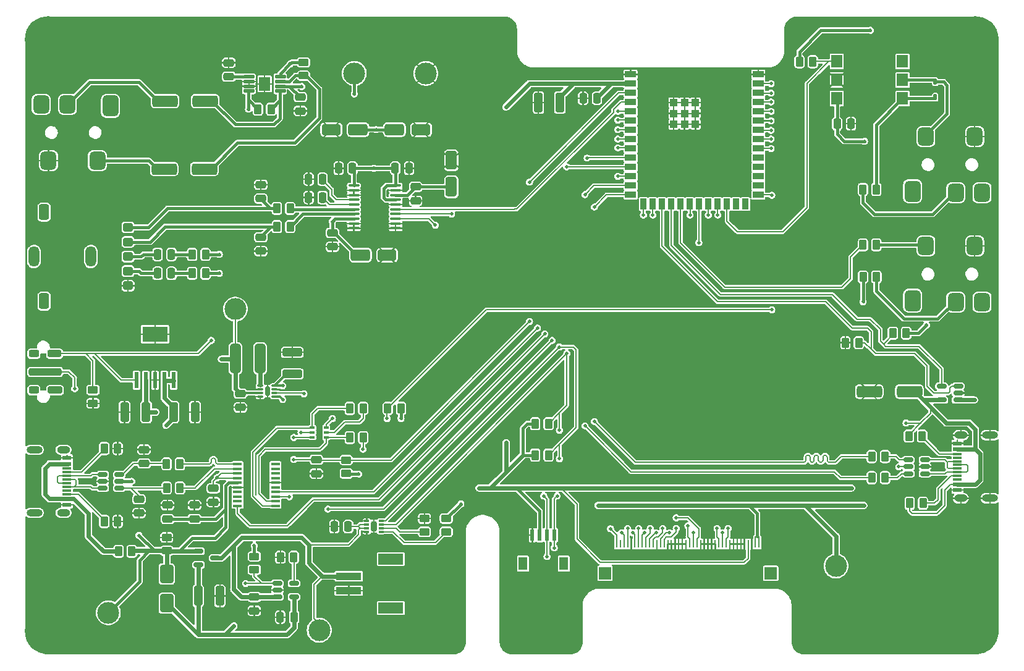
<source format=gtl>
G04 #@! TF.GenerationSoftware,KiCad,Pcbnew,7.0.6*
G04 #@! TF.CreationDate,2023-09-04T15:44:28-07:00*
G04 #@! TF.ProjectId,tulipcc,74756c69-7063-4632-9e6b-696361645f70,rev?*
G04 #@! TF.SameCoordinates,Original*
G04 #@! TF.FileFunction,Copper,L1,Top*
G04 #@! TF.FilePolarity,Positive*
%FSLAX46Y46*%
G04 Gerber Fmt 4.6, Leading zero omitted, Abs format (unit mm)*
G04 Created by KiCad (PCBNEW 7.0.6) date 2023-09-04 15:44:28*
%MOMM*%
%LPD*%
G01*
G04 APERTURE LIST*
G04 Aperture macros list*
%AMRoundRect*
0 Rectangle with rounded corners*
0 $1 Rounding radius*
0 $2 $3 $4 $5 $6 $7 $8 $9 X,Y pos of 4 corners*
0 Add a 4 corners polygon primitive as box body*
4,1,4,$2,$3,$4,$5,$6,$7,$8,$9,$2,$3,0*
0 Add four circle primitives for the rounded corners*
1,1,$1+$1,$2,$3*
1,1,$1+$1,$4,$5*
1,1,$1+$1,$6,$7*
1,1,$1+$1,$8,$9*
0 Add four rect primitives between the rounded corners*
20,1,$1+$1,$2,$3,$4,$5,0*
20,1,$1+$1,$4,$5,$6,$7,0*
20,1,$1+$1,$6,$7,$8,$9,0*
20,1,$1+$1,$8,$9,$2,$3,0*%
G04 Aperture macros list end*
G04 #@! TA.AperFunction,SMDPad,CuDef*
%ADD10RoundRect,0.250000X0.450000X-0.262500X0.450000X0.262500X-0.450000X0.262500X-0.450000X-0.262500X0*%
G04 #@! TD*
G04 #@! TA.AperFunction,SMDPad,CuDef*
%ADD11RoundRect,0.250000X-0.450000X0.250000X-0.450000X-0.250000X0.450000X-0.250000X0.450000X0.250000X0*%
G04 #@! TD*
G04 #@! TA.AperFunction,SMDPad,CuDef*
%ADD12RoundRect,0.250000X-0.700000X0.250000X-0.700000X-0.250000X0.700000X-0.250000X0.700000X0.250000X0*%
G04 #@! TD*
G04 #@! TA.AperFunction,SMDPad,CuDef*
%ADD13RoundRect,0.250000X-2.000000X0.250000X-2.000000X-0.250000X2.000000X-0.250000X2.000000X0.250000X0*%
G04 #@! TD*
G04 #@! TA.AperFunction,SMDPad,CuDef*
%ADD14RoundRect,0.250000X-0.750000X0.250000X-0.750000X-0.250000X0.750000X-0.250000X0.750000X0.250000X0*%
G04 #@! TD*
G04 #@! TA.AperFunction,SMDPad,CuDef*
%ADD15RoundRect,0.250000X0.250000X0.475000X-0.250000X0.475000X-0.250000X-0.475000X0.250000X-0.475000X0*%
G04 #@! TD*
G04 #@! TA.AperFunction,SMDPad,CuDef*
%ADD16RoundRect,0.250000X0.475000X-0.250000X0.475000X0.250000X-0.475000X0.250000X-0.475000X-0.250000X0*%
G04 #@! TD*
G04 #@! TA.AperFunction,SMDPad,CuDef*
%ADD17RoundRect,0.250000X-0.250000X-0.475000X0.250000X-0.475000X0.250000X0.475000X-0.250000X0.475000X0*%
G04 #@! TD*
G04 #@! TA.AperFunction,SMDPad,CuDef*
%ADD18RoundRect,0.250000X-0.475000X0.250000X-0.475000X-0.250000X0.475000X-0.250000X0.475000X0.250000X0*%
G04 #@! TD*
G04 #@! TA.AperFunction,SMDPad,CuDef*
%ADD19RoundRect,0.250000X0.262500X0.450000X-0.262500X0.450000X-0.262500X-0.450000X0.262500X-0.450000X0*%
G04 #@! TD*
G04 #@! TA.AperFunction,SMDPad,CuDef*
%ADD20RoundRect,0.350000X0.350000X-0.750000X0.350000X0.750000X-0.350000X0.750000X-0.350000X-0.750000X0*%
G04 #@! TD*
G04 #@! TA.AperFunction,ComponentPad*
%ADD21O,1.500000X2.800000*%
G04 #@! TD*
G04 #@! TA.AperFunction,SMDPad,CuDef*
%ADD22RoundRect,0.300000X0.400000X-0.300000X0.400000X0.300000X-0.400000X0.300000X-0.400000X-0.300000X0*%
G04 #@! TD*
G04 #@! TA.AperFunction,SMDPad,CuDef*
%ADD23RoundRect,0.150000X0.512500X0.150000X-0.512500X0.150000X-0.512500X-0.150000X0.512500X-0.150000X0*%
G04 #@! TD*
G04 #@! TA.AperFunction,SMDPad,CuDef*
%ADD24RoundRect,0.375000X0.375000X-1.625000X0.375000X1.625000X-0.375000X1.625000X-0.375000X-1.625000X0*%
G04 #@! TD*
G04 #@! TA.AperFunction,SMDPad,CuDef*
%ADD25RoundRect,0.400000X-1.350000X-0.400000X1.350000X-0.400000X1.350000X0.400000X-1.350000X0.400000X0*%
G04 #@! TD*
G04 #@! TA.AperFunction,SMDPad,CuDef*
%ADD26C,3.000000*%
G04 #@! TD*
G04 #@! TA.AperFunction,SMDPad,CuDef*
%ADD27RoundRect,0.250000X0.325000X1.100000X-0.325000X1.100000X-0.325000X-1.100000X0.325000X-1.100000X0*%
G04 #@! TD*
G04 #@! TA.AperFunction,SMDPad,CuDef*
%ADD28RoundRect,0.550000X-0.550000X-0.900000X0.550000X-0.900000X0.550000X0.900000X-0.550000X0.900000X0*%
G04 #@! TD*
G04 #@! TA.AperFunction,SMDPad,CuDef*
%ADD29RoundRect,0.550000X-0.550000X-0.700000X0.550000X-0.700000X0.550000X0.700000X-0.550000X0.700000X0*%
G04 #@! TD*
G04 #@! TA.AperFunction,SMDPad,CuDef*
%ADD30RoundRect,0.250000X-1.100000X0.325000X-1.100000X-0.325000X1.100000X-0.325000X1.100000X0.325000X0*%
G04 #@! TD*
G04 #@! TA.AperFunction,SMDPad,CuDef*
%ADD31RoundRect,0.400000X-0.900000X-0.400000X0.900000X-0.400000X0.900000X0.400000X-0.900000X0.400000X0*%
G04 #@! TD*
G04 #@! TA.AperFunction,SMDPad,CuDef*
%ADD32RoundRect,0.400000X-0.950000X-0.400000X0.950000X-0.400000X0.950000X0.400000X-0.950000X0.400000X0*%
G04 #@! TD*
G04 #@! TA.AperFunction,SMDPad,CuDef*
%ADD33RoundRect,0.250000X-0.325000X-1.100000X0.325000X-1.100000X0.325000X1.100000X-0.325000X1.100000X0*%
G04 #@! TD*
G04 #@! TA.AperFunction,SMDPad,CuDef*
%ADD34R,1.700000X1.700000*%
G04 #@! TD*
G04 #@! TA.AperFunction,SMDPad,CuDef*
%ADD35R,0.250000X1.100000*%
G04 #@! TD*
G04 #@! TA.AperFunction,SMDPad,CuDef*
%ADD36RoundRect,0.250000X-0.262500X-0.450000X0.262500X-0.450000X0.262500X0.450000X-0.262500X0.450000X0*%
G04 #@! TD*
G04 #@! TA.AperFunction,SMDPad,CuDef*
%ADD37RoundRect,0.125000X-0.600000X-0.125000X0.600000X-0.125000X0.600000X0.125000X-0.600000X0.125000X0*%
G04 #@! TD*
G04 #@! TA.AperFunction,SMDPad,CuDef*
%ADD38R,1.570000X1.890000*%
G04 #@! TD*
G04 #@! TA.AperFunction,SMDPad,CuDef*
%ADD39R,1.500000X0.900000*%
G04 #@! TD*
G04 #@! TA.AperFunction,SMDPad,CuDef*
%ADD40R,0.900000X1.500000*%
G04 #@! TD*
G04 #@! TA.AperFunction,SMDPad,CuDef*
%ADD41R,1.000000X1.000000*%
G04 #@! TD*
G04 #@! TA.AperFunction,SMDPad,CuDef*
%ADD42RoundRect,0.150000X-0.512500X-0.150000X0.512500X-0.150000X0.512500X0.150000X-0.512500X0.150000X0*%
G04 #@! TD*
G04 #@! TA.AperFunction,SMDPad,CuDef*
%ADD43R,3.500000X1.000000*%
G04 #@! TD*
G04 #@! TA.AperFunction,SMDPad,CuDef*
%ADD44R,3.400000X1.500000*%
G04 #@! TD*
G04 #@! TA.AperFunction,ComponentPad*
%ADD45O,2.200000X1.000000*%
G04 #@! TD*
G04 #@! TA.AperFunction,ComponentPad*
%ADD46O,1.800000X1.000000*%
G04 #@! TD*
G04 #@! TA.AperFunction,SMDPad,CuDef*
%ADD47R,1.240000X0.600000*%
G04 #@! TD*
G04 #@! TA.AperFunction,SMDPad,CuDef*
%ADD48R,1.240000X0.300000*%
G04 #@! TD*
G04 #@! TA.AperFunction,SMDPad,CuDef*
%ADD49RoundRect,0.400000X0.900000X0.400000X-0.900000X0.400000X-0.900000X-0.400000X0.900000X-0.400000X0*%
G04 #@! TD*
G04 #@! TA.AperFunction,SMDPad,CuDef*
%ADD50RoundRect,0.400000X0.950000X0.400000X-0.950000X0.400000X-0.950000X-0.400000X0.950000X-0.400000X0*%
G04 #@! TD*
G04 #@! TA.AperFunction,SMDPad,CuDef*
%ADD51RoundRect,0.250000X-0.450000X0.262500X-0.450000X-0.262500X0.450000X-0.262500X0.450000X0.262500X0*%
G04 #@! TD*
G04 #@! TA.AperFunction,SMDPad,CuDef*
%ADD52RoundRect,0.075000X-0.325000X-0.075000X0.325000X-0.075000X0.325000X0.075000X-0.325000X0.075000X0*%
G04 #@! TD*
G04 #@! TA.AperFunction,SMDPad,CuDef*
%ADD53RoundRect,0.175000X-0.175000X-0.475000X0.175000X-0.475000X0.175000X0.475000X-0.175000X0.475000X0*%
G04 #@! TD*
G04 #@! TA.AperFunction,SMDPad,CuDef*
%ADD54R,0.650000X0.400000*%
G04 #@! TD*
G04 #@! TA.AperFunction,SMDPad,CuDef*
%ADD55R,1.219200X1.803400*%
G04 #@! TD*
G04 #@! TA.AperFunction,SMDPad,CuDef*
%ADD56R,0.609600X1.549400*%
G04 #@! TD*
G04 #@! TA.AperFunction,SMDPad,CuDef*
%ADD57RoundRect,0.400000X-0.400000X0.900000X-0.400000X-0.900000X0.400000X-0.900000X0.400000X0.900000X0*%
G04 #@! TD*
G04 #@! TA.AperFunction,SMDPad,CuDef*
%ADD58RoundRect,0.400000X-0.400000X0.950000X-0.400000X-0.950000X0.400000X-0.950000X0.400000X0.950000X0*%
G04 #@! TD*
G04 #@! TA.AperFunction,SMDPad,CuDef*
%ADD59RoundRect,0.075000X-0.275000X-0.075000X0.275000X-0.075000X0.275000X0.075000X-0.275000X0.075000X0*%
G04 #@! TD*
G04 #@! TA.AperFunction,SMDPad,CuDef*
%ADD60RoundRect,0.200000X-0.200000X-0.490000X0.200000X-0.490000X0.200000X0.490000X-0.200000X0.490000X0*%
G04 #@! TD*
G04 #@! TA.AperFunction,SMDPad,CuDef*
%ADD61R,1.200000X0.400000*%
G04 #@! TD*
G04 #@! TA.AperFunction,SMDPad,CuDef*
%ADD62R,1.520000X1.780000*%
G04 #@! TD*
G04 #@! TA.AperFunction,SMDPad,CuDef*
%ADD63R,3.450000X2.150000*%
G04 #@! TD*
G04 #@! TA.AperFunction,SMDPad,CuDef*
%ADD64R,0.600000X2.200000*%
G04 #@! TD*
G04 #@! TA.AperFunction,SMDPad,CuDef*
%ADD65RoundRect,0.250000X0.650000X-1.000000X0.650000X1.000000X-0.650000X1.000000X-0.650000X-1.000000X0*%
G04 #@! TD*
G04 #@! TA.AperFunction,SMDPad,CuDef*
%ADD66RoundRect,0.100000X-0.637500X-0.100000X0.637500X-0.100000X0.637500X0.100000X-0.637500X0.100000X0*%
G04 #@! TD*
G04 #@! TA.AperFunction,SMDPad,CuDef*
%ADD67RoundRect,0.550000X0.550000X0.700000X-0.550000X0.700000X-0.550000X-0.700000X0.550000X-0.700000X0*%
G04 #@! TD*
G04 #@! TA.AperFunction,SMDPad,CuDef*
%ADD68RoundRect,0.550000X0.550000X0.900000X-0.550000X0.900000X-0.550000X-0.900000X0.550000X-0.900000X0*%
G04 #@! TD*
G04 #@! TA.AperFunction,SMDPad,CuDef*
%ADD69RoundRect,0.112500X0.112500X-0.287500X0.112500X0.287500X-0.112500X0.287500X-0.112500X-0.287500X0*%
G04 #@! TD*
G04 #@! TA.AperFunction,ViaPad*
%ADD70C,0.500000*%
G04 #@! TD*
G04 #@! TA.AperFunction,ViaPad*
%ADD71C,6.400000*%
G04 #@! TD*
G04 #@! TA.AperFunction,Conductor*
%ADD72C,0.200000*%
G04 #@! TD*
G04 #@! TA.AperFunction,Conductor*
%ADD73C,0.400000*%
G04 #@! TD*
G04 #@! TA.AperFunction,Conductor*
%ADD74C,0.600000*%
G04 #@! TD*
G04 #@! TA.AperFunction,Conductor*
%ADD75C,0.300000*%
G04 #@! TD*
G04 #@! TA.AperFunction,Conductor*
%ADD76C,0.250000*%
G04 #@! TD*
G04 APERTURE END LIST*
D10*
X58000000Y17087500D03*
X58000000Y18912500D03*
D11*
X1500000Y41500000D03*
X1500000Y36500000D03*
D12*
X4350000Y41500000D03*
D13*
X3050000Y39000000D03*
D14*
X4400000Y36500000D03*
D15*
X35250000Y5400000D03*
X37150000Y5400000D03*
D16*
X28200000Y79450000D03*
X28200000Y81350000D03*
D17*
X52900000Y66900000D03*
X51000000Y66900000D03*
D15*
X78650000Y76500000D03*
X76750000Y76500000D03*
D18*
X29787500Y36037500D03*
X29787500Y34137500D03*
D19*
X72012500Y27600000D03*
X70187500Y27600000D03*
D20*
X2900000Y48700000D03*
D21*
X1500000Y54800000D03*
X9300000Y54800000D03*
D20*
X2900000Y60900000D03*
D22*
X14400000Y50800000D03*
X14400000Y52800000D03*
X14400000Y54800000D03*
X14400000Y56800000D03*
X14400000Y58800000D03*
D23*
X128137500Y35150000D03*
X128137500Y36100000D03*
X128137500Y37050000D03*
X125862500Y37050000D03*
X125862500Y35150000D03*
D24*
X29100000Y40837500D03*
X32500000Y40837500D03*
D10*
X31700000Y13712500D03*
X31700000Y11887500D03*
D19*
X25012500Y55100000D03*
X23187500Y55100000D03*
D25*
X121450000Y36300000D03*
X115950000Y36300000D03*
D16*
X23500000Y18850000D03*
X23500000Y20750000D03*
D26*
X40600000Y3600000D03*
D27*
X20625000Y33500000D03*
X23575000Y33500000D03*
D28*
X12000000Y75450000D03*
D29*
X2500000Y75650000D03*
X6100000Y75650000D03*
X10200000Y67950000D03*
X3500000Y67950000D03*
D30*
X36900000Y41675000D03*
X36900000Y38725000D03*
D23*
X123587500Y25050000D03*
X123587500Y26000000D03*
X123587500Y26950000D03*
X121312500Y26950000D03*
X121312500Y26000000D03*
X121312500Y25050000D03*
D26*
X55200000Y79900000D03*
D19*
X118112500Y27400000D03*
X116287500Y27400000D03*
D18*
X32600000Y57450000D03*
X32600000Y55550000D03*
D31*
X42250000Y72200000D03*
D32*
X45900000Y72200000D03*
D33*
X70625000Y75900000D03*
X73575000Y75900000D03*
D34*
X79750000Y11400000D03*
X102450000Y11400000D03*
D35*
X81350000Y15410000D03*
X81850000Y15410000D03*
X82350000Y15410000D03*
X82850000Y15410000D03*
X83350000Y15410000D03*
X83850000Y15410000D03*
X84350000Y15410000D03*
X84850000Y15410000D03*
X85350000Y15410000D03*
X85850000Y15410000D03*
X86350000Y15410000D03*
X86850000Y15410000D03*
X87350000Y15410000D03*
X87850000Y15410000D03*
X88350000Y15410000D03*
X88850000Y15410000D03*
X89350000Y15410000D03*
X89850000Y15410000D03*
X90350000Y15410000D03*
X90850000Y15410000D03*
X91350000Y15410000D03*
X91850000Y15410000D03*
X92350000Y15410000D03*
X92850000Y15410000D03*
X93350000Y15410000D03*
X93850000Y15410000D03*
X94350000Y15410000D03*
X94850000Y15410000D03*
X95350000Y15410000D03*
X95850000Y15410000D03*
X96350000Y15410000D03*
X96850000Y15410000D03*
X97350000Y15410000D03*
X97850000Y15410000D03*
X98350000Y15410000D03*
X98850000Y15410000D03*
X99350000Y15410000D03*
X99850000Y15410000D03*
X100350000Y15410000D03*
X100850000Y15410000D03*
D36*
X115087500Y64000000D03*
X116912500Y64000000D03*
D37*
X30960000Y79445000D03*
X30960000Y78795000D03*
X30960000Y78145000D03*
X30960000Y77495000D03*
X35260000Y77495000D03*
X35260000Y78145000D03*
X35260000Y78795000D03*
X35260000Y79445000D03*
D38*
X33110000Y78470000D03*
D15*
X41050000Y65400000D03*
X39150000Y65400000D03*
D39*
X83250000Y79760000D03*
X83250000Y78490000D03*
X83250000Y77220000D03*
X83250000Y75950000D03*
X83250000Y74680000D03*
X83250000Y73410000D03*
X83250000Y72140000D03*
X83250000Y70870000D03*
X83250000Y69600000D03*
X83250000Y68330000D03*
X83250000Y67060000D03*
X83250000Y65790000D03*
X83250000Y64520000D03*
X83250000Y63250000D03*
D40*
X85015000Y62000000D03*
X86285000Y62000000D03*
X87555000Y62000000D03*
X88825000Y62000000D03*
X90095000Y62000000D03*
X91365000Y62000000D03*
X92635000Y62000000D03*
X93905000Y62000000D03*
X95175000Y62000000D03*
X96445000Y62000000D03*
X97715000Y62000000D03*
X98985000Y62000000D03*
D39*
X100750000Y63250000D03*
X100750000Y64520000D03*
X100750000Y65790000D03*
X100750000Y67060000D03*
X100750000Y68330000D03*
X100750000Y69600000D03*
X100750000Y70870000D03*
X100750000Y72140000D03*
X100750000Y73410000D03*
X100750000Y74680000D03*
X100750000Y75950000D03*
X100750000Y77220000D03*
X100750000Y78490000D03*
X100750000Y79760000D03*
D41*
X89140000Y75910000D03*
X89140000Y74410000D03*
X89140000Y74410000D03*
X89140000Y72910000D03*
X90640000Y75910000D03*
X90640000Y75910000D03*
X90640000Y74410000D03*
X90640000Y72910000D03*
X92140000Y75910000D03*
X92140000Y74410000D03*
X92140000Y72910000D03*
D42*
X13202000Y24950000D03*
X13202000Y24000000D03*
X13202000Y23050000D03*
X10927000Y23050000D03*
X10927000Y24000000D03*
X10927000Y24950000D03*
D19*
X116912500Y56400000D03*
X115087500Y56400000D03*
D43*
X44650000Y11000000D03*
X44650000Y9000000D03*
D44*
X50400000Y13350000D03*
X50400000Y6650000D03*
D19*
X36612500Y61400000D03*
X34787500Y61400000D03*
D18*
X31700000Y6250000D03*
X31700000Y8150000D03*
D15*
X44550000Y17800000D03*
X42650000Y17800000D03*
D45*
X1564500Y19680000D03*
D46*
X5564500Y19680000D03*
D45*
X1564500Y28320000D03*
D46*
X5564500Y28320000D03*
D47*
X6035500Y27200000D03*
X6035500Y26400000D03*
D48*
X6035500Y25750000D03*
X6035500Y24750000D03*
X6035500Y23250000D03*
X6035500Y22250000D03*
D47*
X6035500Y21600000D03*
X6035500Y20800000D03*
X6035500Y20800000D03*
X6035500Y21600000D03*
D48*
X6035500Y22750000D03*
X6035500Y23750000D03*
X6035500Y24250000D03*
X6035500Y25250000D03*
D47*
X6035500Y26400000D03*
X6035500Y27200000D03*
D49*
X49900000Y55000000D03*
D50*
X46250000Y55000000D03*
D51*
X44300000Y26912500D03*
X44300000Y25087500D03*
D18*
X15900000Y21550000D03*
X15900000Y19650000D03*
D19*
X123212500Y30200000D03*
X121387500Y30200000D03*
D52*
X32512500Y37087500D03*
X32512500Y36587500D03*
X32512500Y36087500D03*
X32512500Y35587500D03*
X34487500Y35587500D03*
X34487500Y36087500D03*
X34487500Y36587500D03*
X34487500Y37087500D03*
D53*
X33500000Y36337500D03*
D36*
X32187500Y75000000D03*
X34012500Y75000000D03*
D25*
X24850000Y66800000D03*
X19350000Y66800000D03*
D42*
X24062500Y14450000D03*
X24062500Y12550000D03*
X26337500Y13500000D03*
D18*
X38000000Y76650000D03*
X38000000Y74750000D03*
D36*
X37112500Y13600000D03*
X35287500Y13600000D03*
D54*
X39650000Y30050000D03*
X39650000Y30700000D03*
X39650000Y31350000D03*
X41550000Y31350000D03*
X41550000Y30700000D03*
X41550000Y30050000D03*
D55*
X68503600Y12719050D03*
X74091600Y12719050D03*
D56*
X69797600Y16630650D03*
X70797601Y16630650D03*
X71797599Y16630650D03*
X72797600Y16630650D03*
D36*
X14912500Y14400000D03*
X13087500Y14400000D03*
D16*
X32600000Y62750000D03*
X32600000Y64650000D03*
D10*
X9600000Y34687500D03*
X9600000Y36512500D03*
D15*
X20350000Y55100000D03*
X18450000Y55100000D03*
D57*
X58700000Y68000000D03*
D58*
X58700000Y64350000D03*
D16*
X16587500Y28350000D03*
X16587500Y26450000D03*
D36*
X23187500Y52500000D03*
X25012500Y52500000D03*
D19*
X123312500Y21000000D03*
X121487500Y21000000D03*
D36*
X12977000Y18500000D03*
X11152000Y18500000D03*
D47*
X128029000Y22800000D03*
X128029000Y23600000D03*
D48*
X128029000Y24750000D03*
X128029000Y25750000D03*
X128029000Y26250000D03*
X128029000Y27250000D03*
D47*
X128029000Y28400000D03*
X128029000Y29200000D03*
X128029000Y29200000D03*
X128029000Y28400000D03*
D48*
X128029000Y27750000D03*
X128029000Y26750000D03*
X128029000Y25250000D03*
X128029000Y24250000D03*
D47*
X128029000Y23600000D03*
X128029000Y22800000D03*
D46*
X128500000Y21680000D03*
D45*
X132500000Y21680000D03*
D46*
X128500000Y30320000D03*
D45*
X132500000Y30320000D03*
D17*
X111550000Y73000000D03*
X113450000Y73000000D03*
D26*
X11700000Y6000000D03*
X45400000Y79900000D03*
D36*
X19687500Y23100000D03*
X21512500Y23100000D03*
D59*
X47100000Y18600000D03*
X47100000Y18100000D03*
X47100000Y17600000D03*
X47100000Y17100000D03*
X49075000Y17100000D03*
X49075000Y17600000D03*
X49075000Y18100000D03*
X49075000Y18600000D03*
D60*
X48087500Y17850000D03*
D36*
X21500000Y26400000D03*
X19675000Y26400000D03*
D51*
X38460000Y79587500D03*
X38460000Y81412500D03*
D19*
X72012500Y31900000D03*
X70187500Y31900000D03*
D18*
X53800000Y64350000D03*
X53800000Y62450000D03*
D61*
X29400000Y20642500D03*
X29400000Y21277500D03*
X29400000Y21912500D03*
X29400000Y22547500D03*
X29400000Y23182500D03*
X29400000Y23817500D03*
X29400000Y24452500D03*
X29400000Y25087500D03*
X29400000Y25722500D03*
X29400000Y26357500D03*
X34600000Y26357500D03*
X34600000Y25722500D03*
X34600000Y25087500D03*
X34600000Y24452500D03*
X34600000Y23817500D03*
X34600000Y23182500D03*
X34600000Y22547500D03*
X34600000Y21912500D03*
X34600000Y21277500D03*
X34600000Y20642500D03*
D19*
X116925000Y52000000D03*
X115100000Y52000000D03*
X108212500Y81500000D03*
X106387500Y81500000D03*
D26*
X111400000Y12400000D03*
D62*
X120500000Y76460000D03*
X120500000Y79000000D03*
X120500000Y81540000D03*
X111500000Y81540000D03*
X111500000Y79000000D03*
X111500000Y76460000D03*
D36*
X44787500Y34000000D03*
X46612500Y34000000D03*
D63*
X18100000Y44162500D03*
D64*
X20640000Y37862500D03*
X19370000Y37862500D03*
X18100000Y37862500D03*
X16830000Y37862500D03*
X15560000Y37862500D03*
D15*
X41050000Y62900000D03*
X39150000Y62900000D03*
D19*
X118112500Y24500000D03*
X116287500Y24500000D03*
D51*
X19700000Y16312500D03*
X19700000Y14487500D03*
D19*
X44787500Y30000000D03*
X46612500Y30000000D03*
D36*
X119187500Y44300000D03*
X121012500Y44300000D03*
D26*
X29100000Y47600000D03*
D33*
X24025000Y8300000D03*
X26975000Y8300000D03*
D36*
X12977000Y28500000D03*
X11152000Y28500000D03*
D65*
X19700000Y7300000D03*
X19700000Y11300000D03*
D18*
X40200000Y26950000D03*
X40200000Y25050000D03*
D16*
X19800000Y18850000D03*
X19800000Y20750000D03*
D66*
X45337500Y64525000D03*
X45337500Y63875000D03*
X45337500Y63225000D03*
X45337500Y62575000D03*
X45337500Y61925000D03*
X45337500Y61275000D03*
X45337500Y60625000D03*
X45337500Y59975000D03*
X45337500Y59325000D03*
X45337500Y58675000D03*
X51062500Y58675000D03*
X51062500Y59325000D03*
X51062500Y59975000D03*
X51062500Y60625000D03*
X51062500Y61275000D03*
X51062500Y61925000D03*
X51062500Y62575000D03*
X51062500Y63225000D03*
X51062500Y63875000D03*
X51062500Y64525000D03*
D42*
X37137500Y10050000D03*
X37137500Y8150000D03*
X34862500Y8150000D03*
X34862500Y9100000D03*
X34862500Y10050000D03*
D36*
X112687500Y43000000D03*
X114512500Y43000000D03*
D33*
X16875000Y33500000D03*
X13925000Y33500000D03*
D18*
X26100000Y21150000D03*
X26100000Y23050000D03*
X42400000Y58050000D03*
X42400000Y56150000D03*
D19*
X36612500Y58900000D03*
X34787500Y58900000D03*
D25*
X24950000Y76100000D03*
X19450000Y76100000D03*
D15*
X20350000Y52500000D03*
X18450000Y52500000D03*
D36*
X49987500Y34000000D03*
X51812500Y34000000D03*
D15*
X45150000Y66900000D03*
X43250000Y66900000D03*
D67*
X130400000Y56250000D03*
X123700000Y56250000D03*
X127800000Y48550000D03*
X131400000Y48550000D03*
D68*
X121900000Y48750000D03*
D51*
X55000000Y18912500D03*
X55000000Y17087500D03*
D68*
X121900000Y63750000D03*
D67*
X131400000Y63550000D03*
X127800000Y63550000D03*
X123700000Y71250000D03*
X130400000Y71250000D03*
D49*
X54550000Y72200000D03*
D50*
X50900000Y72200000D03*
D69*
X125000000Y76650000D03*
X125000000Y78750000D03*
D70*
X58650000Y50800000D03*
X58650000Y55000000D03*
X52500000Y50850000D03*
X10050000Y44400000D03*
X35200000Y84350000D03*
X21650000Y84450000D03*
X11700000Y84500000D03*
X14350000Y63350000D03*
X39900000Y38300000D03*
X39900000Y43000000D03*
X39800000Y47700000D03*
X54400000Y47500000D03*
X52450000Y42850000D03*
X46200000Y38350000D03*
X46200000Y47600000D03*
X72300000Y22200000D03*
X73500000Y25400000D03*
X70000000Y22000000D03*
X46200000Y42900000D03*
X75900000Y14300000D03*
X77100000Y16700000D03*
X71800000Y13700000D03*
X72800000Y14900000D03*
X98800000Y54400000D03*
X96200000Y56900000D03*
X35000000Y29800000D03*
X124900000Y38900000D03*
X85700000Y65300000D03*
X96300000Y65800000D03*
X96300000Y69300000D03*
X85700000Y69500000D03*
X49700000Y68000000D03*
X46600000Y65800000D03*
X52400000Y62200000D03*
X49700000Y65800000D03*
X43200000Y64900000D03*
X46600000Y68000000D03*
X42000000Y68700000D03*
X48400000Y70800000D03*
X48400000Y73600000D03*
X48100000Y66900000D03*
X48400000Y72200000D03*
X52200000Y79900000D03*
X55200000Y77000000D03*
X45400000Y77100000D03*
X46600000Y76600000D03*
X41800000Y80500000D03*
X41800000Y76700000D03*
X38200000Y78100000D03*
X43700000Y58900000D03*
X51100000Y57400000D03*
X45300000Y57500000D03*
X42400000Y59600000D03*
X29000000Y77500000D03*
X33100000Y80800000D03*
X27100000Y73200000D03*
X29000000Y75000000D03*
X26300000Y81400000D03*
X36600000Y81200000D03*
X18500000Y61800000D03*
X20300000Y60100000D03*
X32000000Y69000000D03*
X30000000Y64700000D03*
X30000000Y69000000D03*
X37700000Y62900000D03*
X29400000Y60100000D03*
X32500000Y60100000D03*
X31900000Y71600000D03*
X30000000Y71600000D03*
X37800000Y68900000D03*
X35400000Y68900000D03*
X35500000Y65400000D03*
X35400000Y72200000D03*
X37700000Y65400000D03*
X37800000Y72200000D03*
X30900000Y75000000D03*
X26900000Y52500000D03*
X42400000Y54900000D03*
X34400000Y55500000D03*
X26900000Y55100000D03*
X22300000Y6700000D03*
X22300000Y10900000D03*
X40600000Y20200000D03*
X38200000Y17900000D03*
X27900000Y16000000D03*
X25400000Y17300000D03*
X23500000Y22100000D03*
X21700000Y21500000D03*
X31200000Y20600000D03*
X24500000Y25500000D03*
X52500000Y55000000D03*
X55200000Y69200000D03*
X64100000Y77200000D03*
X62100000Y71700000D03*
X60300000Y73400000D03*
X58700000Y75200000D03*
X60700000Y77100000D03*
X62500000Y75500000D03*
X39500000Y70700000D03*
X56700000Y73300000D03*
X60100000Y70000000D03*
X58500000Y71600000D03*
X55200000Y66900000D03*
X54900000Y59000000D03*
X52800000Y59000000D03*
X57600000Y59800000D03*
X59900000Y62400000D03*
X57600000Y62400000D03*
X56500000Y59100000D03*
X58725000Y60625000D03*
X7100000Y36700000D03*
X16400000Y50800000D03*
X32700000Y44400000D03*
X27200000Y44300000D03*
X39000000Y8300000D03*
X40900000Y8300000D03*
X51000000Y1400000D03*
X53000000Y30500000D03*
X54000000Y29500000D03*
X55000000Y28600000D03*
X56000000Y27700000D03*
X56900000Y26800000D03*
X57900000Y25800000D03*
X58800000Y36400000D03*
X64500000Y30400000D03*
X63500000Y31500000D03*
X62600000Y32500000D03*
X61700000Y33400000D03*
X60800000Y34400000D03*
X59900000Y35400000D03*
X73000000Y40900000D03*
X72000000Y41900000D03*
X71100000Y42800000D03*
X70200000Y43800000D03*
X69283701Y44708938D03*
X44300000Y20800000D03*
X42600000Y19500000D03*
X40700000Y16200000D03*
X40700000Y13900000D03*
X50900000Y18900000D03*
X45800000Y19500000D03*
X36200000Y1400000D03*
X30300000Y1400000D03*
X24000000Y1400000D03*
X44600000Y1400000D03*
X33300000Y9100000D03*
X33700000Y13600000D03*
X56500000Y21700000D03*
X61300000Y21700000D03*
X59300000Y24400000D03*
X64100000Y73900000D03*
X64200000Y64100000D03*
X64200000Y69000000D03*
X68100000Y64100000D03*
X68000000Y69000000D03*
X68000000Y73900000D03*
X64300000Y59800000D03*
X64400000Y54900000D03*
X64400000Y50000000D03*
X67800000Y46200000D03*
X66200000Y29300000D03*
X66200000Y75300000D03*
X72800000Y29800000D03*
X69500000Y29800000D03*
X73500000Y27100000D03*
X73500000Y31000000D03*
X71350000Y22000000D03*
X73200000Y22000000D03*
X56800000Y42800000D03*
X52500000Y38200000D03*
X61300000Y47300000D03*
X63800000Y84100000D03*
X120900000Y86900000D03*
X113900000Y86900000D03*
X109900000Y87000000D03*
X106000000Y86000000D03*
X123100000Y84300000D03*
X118600000Y84300000D03*
X113900000Y84300000D03*
X109900000Y84300000D03*
X123100000Y81600000D03*
X128500000Y74600000D03*
X124800000Y74500000D03*
X118800000Y69500000D03*
X118800000Y73000000D03*
X118500000Y62500000D03*
X132400000Y59800000D03*
X127100000Y59800000D03*
X118500000Y58700000D03*
X114600000Y54300000D03*
X118500000Y54300000D03*
X131700000Y33000000D03*
X131700000Y38900000D03*
X128200000Y38900000D03*
X118100000Y31700000D03*
X93100000Y31400000D03*
X97900000Y38300000D03*
X93100000Y38400000D03*
X98000000Y45500000D03*
X92900000Y48800000D03*
X94400000Y55000000D03*
X82600000Y54900000D03*
X79400000Y54900000D03*
X75600000Y54900000D03*
X68100000Y54900000D03*
X68100000Y59800000D03*
X68100000Y50000000D03*
X7700000Y16300000D03*
X11700000Y12500000D03*
X16900000Y12500000D03*
X116200000Y21900000D03*
X116200000Y18700000D03*
X67300000Y32400000D03*
X64200000Y44200000D03*
X60000000Y40100000D03*
X55500000Y35700000D03*
X53900000Y32600000D03*
X37100000Y32800000D03*
X25300000Y30200000D03*
X29800000Y30200000D03*
X107700000Y10600000D03*
X116200000Y15900000D03*
X122000000Y16000000D03*
X114000000Y34800000D03*
X114100000Y37900000D03*
X104000000Y34600000D03*
X104000000Y45200000D03*
X93000000Y45500000D03*
X18000000Y4200000D03*
X39000000Y10900000D03*
X73200000Y3300000D03*
X73200000Y7500000D03*
X116000000Y7800000D03*
X122000000Y7800000D03*
X116000000Y3600000D03*
X77100000Y27600000D03*
X130350000Y35150000D03*
X115200000Y20700000D03*
X112000000Y21900000D03*
X108400000Y16100000D03*
X102600000Y19000000D03*
X98800000Y18900000D03*
X89900000Y22000000D03*
X86600000Y19600000D03*
X82900000Y21900000D03*
X82900000Y24200000D03*
X86000000Y27400000D03*
X90500000Y30000000D03*
X96000000Y24300000D03*
X98800000Y21900000D03*
X98700000Y24300000D03*
X105600000Y24300000D03*
X102600000Y24300000D03*
X105600000Y21900000D03*
X93800000Y17900000D03*
X77100000Y19400000D03*
X78800000Y20700000D03*
X69100000Y24300000D03*
X77100000Y22000000D03*
X64900000Y21800000D03*
X69100000Y19500000D03*
X67000000Y19700000D03*
X64700000Y26400000D03*
X62500000Y24400000D03*
X60800000Y26100000D03*
X63000000Y28200000D03*
X8200000Y38400000D03*
X11000000Y38400000D03*
X7300000Y34700000D03*
X27200000Y37800000D03*
X34300000Y43000000D03*
X27200000Y42200000D03*
X23200000Y40600000D03*
X23200000Y42700000D03*
X12000000Y40500000D03*
X12000000Y42500000D03*
X8200000Y40500000D03*
X8200000Y42500000D03*
X18100000Y35900000D03*
X35600000Y34300000D03*
X35600000Y37100000D03*
X35600000Y35200000D03*
X37000000Y37100000D03*
X38500000Y36000000D03*
X25800000Y43300000D03*
X20800000Y46100000D03*
X18100000Y46100000D03*
X15500000Y46100000D03*
X31300000Y35100000D03*
X31300000Y37100000D03*
X36900000Y43000000D03*
X33500000Y32737500D03*
X34100000Y38537500D03*
X29800000Y32737500D03*
X27200000Y40737500D03*
X23600000Y35800000D03*
X19600000Y31700000D03*
X16600000Y24800000D03*
X18200000Y33500000D03*
X13900000Y35900000D03*
X12400000Y33500000D03*
X25300000Y33500000D03*
X28900000Y4200000D03*
X109700000Y3600000D03*
X57000000Y14300000D03*
X57000000Y3600000D03*
X57000000Y9000000D03*
X68600000Y75900000D03*
X75100000Y76500000D03*
X69400000Y65000000D03*
X69100000Y3300000D03*
X60000000Y20900000D03*
X50000000Y30000000D03*
X51800000Y32600000D03*
X49900000Y32600000D03*
X90300000Y45500000D03*
X82600000Y45500000D03*
X79400000Y45500000D03*
X75700000Y45500000D03*
X102600000Y47500000D03*
X102600000Y63200000D03*
X69400000Y45900000D03*
X46000000Y25000000D03*
X40200000Y23500000D03*
X37100000Y27000000D03*
X48000000Y25000000D03*
X42400000Y32600000D03*
X46600000Y28400000D03*
X38100000Y30700000D03*
X37100000Y30000000D03*
X74600000Y32400000D03*
X113500000Y23100000D03*
X62500000Y23100000D03*
X90400000Y38400000D03*
X90400000Y50000000D03*
X82600000Y50000000D03*
X82600000Y38400000D03*
X79400000Y38400000D03*
X53300000Y18900000D03*
X42600000Y16200000D03*
X48100000Y16000000D03*
X74500000Y41500000D03*
X73500000Y42400000D03*
X78300000Y32200000D03*
X77000000Y31600000D03*
X77000000Y63300000D03*
X78300000Y61600000D03*
X74500000Y67100000D03*
X77300000Y68300000D03*
X79400000Y50000000D03*
X77300000Y70100000D03*
X69100000Y7500000D03*
X122000000Y3600000D03*
X112000000Y34400000D03*
X105000000Y76000000D03*
X81500000Y79300000D03*
X102500000Y79800000D03*
X127100000Y56600000D03*
X127000000Y71500000D03*
X6800000Y67600000D03*
X3700000Y18300000D03*
X8200000Y5900000D03*
X13000000Y20100000D03*
X16600000Y29900000D03*
X12100000Y26600000D03*
X43200000Y7500000D03*
X45400000Y7500000D03*
X33500000Y5400000D03*
X31700000Y4500000D03*
X27700000Y10900000D03*
X27000000Y5600000D03*
X20600000Y24800000D03*
X16600000Y18000000D03*
X21700000Y17300000D03*
X29300000Y17700000D03*
X36500000Y23500000D03*
X30700000Y23200000D03*
X15900000Y16587500D03*
X26600000Y24500000D03*
X36500000Y21900000D03*
X104100000Y63900000D03*
X78400000Y63300000D03*
X92600000Y56700000D03*
X72500000Y43300000D03*
X41800000Y20200000D03*
X102500000Y77200000D03*
X102500000Y78500000D03*
X30500000Y10000000D03*
X31700000Y15200000D03*
X81500000Y18500000D03*
X88000000Y24500000D03*
X93000000Y22000000D03*
X84000000Y19600000D03*
X73300000Y38400000D03*
X109200000Y79000000D03*
X75600000Y59700000D03*
X75700000Y50000000D03*
X77100000Y24300000D03*
X97900000Y31400000D03*
X104000000Y29700000D03*
X104000000Y52000000D03*
X96800000Y52300000D03*
X104000000Y40000000D03*
X115000000Y73000000D03*
X112000000Y60000000D03*
X112000000Y51900000D03*
X112000000Y40000000D03*
X112000000Y30000000D03*
X112000000Y18700000D03*
X44300000Y7500000D03*
X14900000Y24000000D03*
X7700000Y19300000D03*
X37300000Y20900000D03*
D71*
X3500000Y3500000D03*
X3500000Y84500000D03*
X130500000Y3500000D03*
X130500000Y84500000D03*
D70*
X87300000Y74400000D03*
X7764500Y27200000D03*
X93600000Y74400000D03*
X126300000Y29200000D03*
X23700000Y27200000D03*
X102600000Y21900000D03*
X77000000Y12700000D03*
X128000000Y20500000D03*
X105800000Y13400000D03*
X125500000Y26000000D03*
X90600000Y71000000D03*
X9064500Y24000000D03*
X117100000Y42400000D03*
X113000000Y26000000D03*
X6064500Y29600000D03*
X104000000Y56800000D03*
X120000000Y26000000D03*
X121000000Y32000000D03*
X80500000Y17500000D03*
X81500000Y74700000D03*
X83600000Y16950000D03*
X81500000Y69700000D03*
X102500000Y73400000D03*
X84350000Y17550000D03*
X102500000Y72100000D03*
X85150000Y16950000D03*
X85931658Y17547632D03*
X102500000Y70900000D03*
X102500000Y69600000D03*
X86750000Y16950000D03*
X87650000Y17550000D03*
X93900000Y60500000D03*
X95200000Y60500000D03*
X88550000Y16950000D03*
X91400000Y60500000D03*
X89500000Y17550000D03*
X91100000Y17900000D03*
X86300000Y60500000D03*
X91850000Y16950000D03*
X85000000Y60500000D03*
X89500000Y19000000D03*
X81500000Y65800000D03*
X115100000Y48600000D03*
X115300000Y70600000D03*
X123800000Y45400000D03*
X116100000Y85800000D03*
X95100000Y17550000D03*
X81500000Y70900000D03*
X81500000Y72200000D03*
X95850000Y16950000D03*
X102500000Y74700000D03*
X71500000Y44200000D03*
X70500000Y45000000D03*
X102500000Y76000000D03*
X82000000Y16950000D03*
X82850000Y17550000D03*
X81500000Y73500000D03*
X96600000Y17550000D03*
D72*
X73200000Y22000000D02*
X72797600Y21597600D01*
X72797600Y21597600D02*
X72797600Y16630650D01*
X71350000Y22000000D02*
X71797599Y21552401D01*
X71797599Y21552401D02*
X71797599Y16630650D01*
D73*
X70797601Y19902399D02*
X70797601Y16630650D01*
X67600000Y23100000D02*
X70797601Y19902399D01*
D74*
X67600000Y23100000D02*
X62500000Y23100000D01*
X73700000Y23100000D02*
X67600000Y23100000D01*
D73*
X27800000Y23400000D02*
X27800000Y20900000D01*
X28217500Y23817500D02*
X27800000Y23400000D01*
X29400000Y23817500D02*
X28217500Y23817500D01*
D72*
X46000000Y16700000D02*
X44600000Y15300000D01*
X46000000Y17400000D02*
X46000000Y16700000D01*
X46200000Y17600000D02*
X46000000Y17400000D01*
X44600000Y15300000D02*
X39200000Y15300000D01*
X90640000Y75910000D02*
X90640000Y72910000D01*
X89140000Y74410000D02*
X92140000Y74410000D01*
X89140000Y72910000D02*
X89140000Y75910000D01*
X92140000Y72910000D02*
X89140000Y72910000D01*
X92140000Y75910000D02*
X92140000Y72910000D01*
X89140000Y75910000D02*
X92140000Y75910000D01*
X30500000Y10000000D02*
X34812500Y10000000D01*
D73*
X16000000Y10300000D02*
X11700000Y6000000D01*
X16000000Y13187500D02*
X16000000Y10300000D01*
X17300000Y14487500D02*
X16000000Y13187500D01*
D74*
X17300000Y14487500D02*
X15000000Y14487500D01*
X18000000Y14487500D02*
X17300000Y14487500D01*
D72*
X71800000Y13700000D02*
X71797599Y13702401D01*
X71797599Y13702401D02*
X71797599Y16630650D01*
X72800000Y16628250D02*
X72797600Y16630650D01*
X72800000Y14900000D02*
X72800000Y16628250D01*
X56512500Y15600000D02*
X58000000Y17087500D01*
X50700000Y17100000D02*
X52200000Y15600000D01*
X49075000Y17100000D02*
X50700000Y17100000D01*
X52200000Y15600000D02*
X56512500Y15600000D01*
X99350000Y13450000D02*
X99350000Y15410000D01*
X98800000Y12900000D02*
X99350000Y13450000D01*
X75900000Y20900000D02*
X75900000Y16100000D01*
X79100000Y12900000D02*
X98800000Y12900000D01*
X73700000Y23100000D02*
X75900000Y20900000D01*
X75900000Y16100000D02*
X79100000Y12900000D01*
D74*
X113500000Y23100000D02*
X73700000Y23100000D01*
D73*
X100600000Y19600000D02*
X99500000Y20700000D01*
X100600000Y16500000D02*
X100600000Y19600000D01*
D72*
X100765000Y16435000D02*
X100850000Y16350000D01*
X100435000Y16435000D02*
X100765000Y16435000D01*
X100350000Y16350000D02*
X100435000Y16435000D01*
X100350000Y15410000D02*
X100350000Y16350000D01*
X100850000Y16350000D02*
X100850000Y15410000D01*
D74*
X99500000Y20700000D02*
X107200000Y20700000D01*
X78800000Y20700000D02*
X99500000Y20700000D01*
D73*
X45337500Y64525000D02*
X45337500Y66712500D01*
D72*
X45337500Y66712500D02*
X45150000Y66900000D01*
D73*
X48100000Y66900000D02*
X45150000Y66900000D01*
D72*
X81620000Y77220000D02*
X83250000Y77220000D01*
X69400000Y65000000D02*
X81620000Y77220000D01*
X80920000Y74940244D02*
X81929756Y75950000D01*
X80920000Y74540244D02*
X80920000Y74940244D01*
X67679756Y61300000D02*
X80920000Y74540244D01*
X67300000Y61300000D02*
X67679756Y61300000D01*
X81929756Y75950000D02*
X83250000Y75950000D01*
X67275000Y61275000D02*
X67300000Y61300000D01*
X51062500Y61275000D02*
X67275000Y61275000D01*
D73*
X49400000Y62900000D02*
X49725000Y62575000D01*
X49400000Y64100000D02*
X49400000Y62900000D01*
X49725000Y62575000D02*
X51062500Y62575000D01*
X49825000Y64525000D02*
X49400000Y64100000D01*
X51062500Y64525000D02*
X49825000Y64525000D01*
X48100000Y66900000D02*
X51000000Y66900000D01*
X50900000Y72200000D02*
X48400000Y72200000D01*
X48400000Y72200000D02*
X45900000Y72200000D01*
X45400000Y77100000D02*
X45400000Y79900000D01*
X38155000Y78145000D02*
X38200000Y78100000D01*
X36200000Y78145000D02*
X38155000Y78145000D01*
X36200000Y78145000D02*
X36505000Y78145000D01*
X35260000Y78145000D02*
X36200000Y78145000D01*
X36495000Y78795000D02*
X35260000Y78795000D01*
X37300000Y79600000D02*
X36495000Y78795000D01*
X40600000Y73761666D02*
X40600000Y77800000D01*
X38800000Y79600000D02*
X37300000Y79600000D01*
X40600000Y77800000D02*
X38800000Y79600000D01*
X29400000Y70400000D02*
X37238334Y70400000D01*
X37238334Y70400000D02*
X40600000Y73761666D01*
X25800000Y66800000D02*
X29400000Y70400000D01*
X24850000Y66800000D02*
X25800000Y66800000D01*
X36800000Y81400000D02*
X38167500Y81400000D01*
X36600000Y81200000D02*
X36800000Y81400000D01*
X42400000Y58050000D02*
X42400000Y59600000D01*
X45700000Y55000000D02*
X46250000Y55000000D01*
X42800000Y57900000D02*
X45700000Y55000000D01*
X42400000Y57900000D02*
X42800000Y57900000D01*
X51062500Y66837500D02*
X51000000Y66900000D01*
X51062500Y64525000D02*
X51062500Y66837500D01*
X53800000Y64350000D02*
X58700000Y64350000D01*
X52675000Y63225000D02*
X53800000Y64350000D01*
X51062500Y63225000D02*
X52675000Y63225000D01*
X38337500Y60625000D02*
X36612500Y58900000D01*
X45337500Y60625000D02*
X38337500Y60625000D01*
X36737500Y61275000D02*
X36612500Y61400000D01*
X45337500Y61275000D02*
X36737500Y61275000D01*
X42775000Y59975000D02*
X42400000Y59600000D01*
X45337500Y59975000D02*
X42775000Y59975000D01*
D72*
X41050000Y62825000D02*
X41050000Y62900000D01*
X41950000Y61925000D02*
X41050000Y62825000D01*
X45337500Y61925000D02*
X41950000Y61925000D01*
X41050000Y65250000D02*
X41050000Y65400000D01*
X42300000Y64000000D02*
X41050000Y65250000D01*
X42300000Y63200000D02*
X42300000Y64000000D01*
X42925000Y62575000D02*
X42300000Y63200000D01*
X45337500Y62575000D02*
X42925000Y62575000D01*
D73*
X36505000Y78145000D02*
X38000000Y76650000D01*
X34012500Y75012500D02*
X35200000Y76200000D01*
X35200000Y76200000D02*
X35200000Y77435000D01*
X34012500Y75000000D02*
X34012500Y75012500D01*
X35200000Y73700000D02*
X35200000Y76200000D01*
X35200000Y77435000D02*
X35260000Y77495000D01*
X34400000Y72900000D02*
X35200000Y73700000D01*
X25900000Y76100000D02*
X29100000Y72900000D01*
X24950000Y76100000D02*
X25900000Y76100000D01*
X29100000Y72900000D02*
X34400000Y72900000D01*
X30900000Y75000000D02*
X30900000Y76800000D01*
X28205000Y79445000D02*
X28200000Y79450000D01*
X30960000Y79445000D02*
X28205000Y79445000D01*
X35260000Y79860000D02*
X36600000Y81200000D01*
X35260000Y79445000D02*
X35260000Y79860000D01*
X30900000Y76287500D02*
X32187500Y75000000D01*
X30900000Y76800000D02*
X30900000Y76287500D01*
X30900000Y76800000D02*
X30900000Y77435000D01*
X30900000Y77435000D02*
X30960000Y77495000D01*
X25012500Y52500000D02*
X26900000Y52500000D01*
X25012500Y55100000D02*
X26900000Y55100000D01*
X10200000Y67950000D02*
X17250000Y67950000D01*
X17250000Y67950000D02*
X17700000Y67500000D01*
X18500000Y76100000D02*
X19450000Y76100000D01*
X15900000Y78700000D02*
X18500000Y76100000D01*
X9150000Y78700000D02*
X15900000Y78700000D01*
X6100000Y75650000D02*
X9150000Y78700000D01*
X27800000Y17700000D02*
X26300000Y16200000D01*
X26300000Y16200000D02*
X23150000Y16200000D01*
X27800000Y20900000D02*
X27800000Y17700000D01*
X23150000Y16200000D02*
X21400000Y14450000D01*
D72*
X26100000Y24000000D02*
X26100000Y23050000D01*
X26600000Y24500000D02*
X26100000Y24000000D01*
D73*
X26400000Y18800000D02*
X20150000Y18800000D01*
X27800000Y20200000D02*
X26400000Y18800000D01*
X20150000Y18800000D02*
X20100000Y18850000D01*
X27800000Y20900000D02*
X27800000Y20200000D01*
D72*
X26401231Y26898769D02*
X26401231Y26610180D01*
X26700000Y26357500D02*
X29400000Y26357500D01*
X26400000Y26900000D02*
X26401231Y26898769D01*
X26401166Y26610169D02*
G75*
G03*
X26700000Y26357501I300734J52631D01*
G01*
X25800000Y26657500D02*
X25800000Y26900000D01*
X21500000Y26400000D02*
X21542500Y26357500D01*
X25500000Y26357500D02*
G75*
G03*
X25800000Y26657500I0J300000D01*
G01*
X21542500Y26357500D02*
X25500000Y26357500D01*
X26400000Y26900000D02*
G75*
G03*
X26100000Y27200000I-300000J0D01*
G01*
X26100000Y27200000D02*
G75*
G03*
X25800000Y26900000I0J-300000D01*
G01*
X23650000Y23150000D02*
X23600000Y23100000D01*
X23600000Y23100000D02*
X21512500Y23100000D01*
X26222500Y25722500D02*
X23650000Y23150000D01*
X14850000Y23050000D02*
X16350000Y21550000D01*
X15600000Y23050000D02*
X19537500Y23050000D01*
X13202000Y23050000D02*
X15600000Y23050000D01*
X19537500Y23050000D02*
X19687500Y23200000D01*
D73*
X20350000Y52500000D02*
X23187500Y52500000D01*
X23187500Y55100000D02*
X20350000Y55100000D01*
X16200000Y52500000D02*
X18450000Y52500000D01*
X15900000Y52800000D02*
X16200000Y52500000D01*
X14400000Y52800000D02*
X15900000Y52800000D01*
X16500000Y55100000D02*
X18450000Y55100000D01*
X16200000Y54800000D02*
X16500000Y55100000D01*
X14400000Y54800000D02*
X16200000Y54800000D01*
X33800000Y58900000D02*
X33800000Y58700000D01*
X33800000Y58700000D02*
X32600000Y57500000D01*
X33800000Y58900000D02*
X19500000Y58900000D01*
X34787500Y58900000D02*
X33800000Y58900000D01*
X32600000Y62750000D02*
X32600000Y62700000D01*
X33900000Y61400000D02*
X19800000Y61400000D01*
X34787500Y61400000D02*
X33900000Y61400000D01*
X32600000Y62700000D02*
X33900000Y61400000D01*
X19500000Y58900000D02*
X17400000Y56800000D01*
X17400000Y56800000D02*
X14400000Y56800000D01*
X17200000Y58800000D02*
X14400000Y58800000D01*
X19800000Y61400000D02*
X17200000Y58800000D01*
D74*
X69390000Y78490000D02*
X75400000Y78490000D01*
X66200000Y75300000D02*
X69390000Y78490000D01*
D72*
X55625000Y59975000D02*
X51062500Y59975000D01*
X56500000Y59100000D02*
X55625000Y59975000D01*
X58725000Y60625000D02*
X51062500Y60625000D01*
X7100000Y38200000D02*
X7100000Y36700000D01*
X6300000Y39000000D02*
X7100000Y38200000D01*
X3050000Y39000000D02*
X6300000Y39000000D01*
X29100000Y47600000D02*
X29100000Y40837500D01*
X39900000Y9900000D02*
X41000000Y11000000D01*
X39900000Y5200000D02*
X39900000Y9900000D01*
X40600000Y4500000D02*
X39900000Y5200000D01*
X40600000Y3600000D02*
X40600000Y4500000D01*
X49400000Y20200000D02*
X72500000Y43300000D01*
X41800000Y20200000D02*
X49400000Y20200000D01*
X46000000Y17900000D02*
X46000000Y17800000D01*
X46200000Y18100000D02*
X46000000Y17900000D01*
X47100000Y18100000D02*
X46200000Y18100000D01*
X46200000Y17600000D02*
X47100000Y17600000D01*
X46000000Y17800000D02*
X46200000Y17600000D01*
X46000000Y17800000D02*
X44450000Y17800000D01*
D74*
X24000000Y3000000D02*
X27700000Y3000000D01*
X24025000Y3025000D02*
X24050000Y3000000D01*
X24025000Y8300000D02*
X24025000Y3025000D01*
D72*
X37137500Y13575000D02*
X37112500Y13600000D01*
X37137500Y10050000D02*
X37137500Y13575000D01*
D74*
X66200000Y25400000D02*
X66250000Y25350000D01*
X66200000Y29300000D02*
X66200000Y25400000D01*
X66250000Y25350000D02*
X68500000Y27600000D01*
X64000000Y23100000D02*
X66250000Y25350000D01*
D72*
X73500000Y29087500D02*
X73506250Y29093750D01*
X73500000Y27100000D02*
X73500000Y29087500D01*
X73500000Y31000000D02*
X73500000Y33387500D01*
X73500000Y33387500D02*
X73506250Y33393750D01*
X72012500Y31900000D02*
X73506250Y33393750D01*
X73506250Y33393750D02*
X74500000Y34387500D01*
X73506250Y29093750D02*
X72012500Y27600000D01*
X75800000Y31387500D02*
X73506250Y29093750D01*
D74*
X111400000Y16500000D02*
X111400000Y12400000D01*
X107200000Y20700000D02*
X111400000Y16500000D01*
X107200000Y20700000D02*
X115200000Y20700000D01*
D72*
X38412500Y36087500D02*
X35200000Y36087500D01*
X38500000Y36000000D02*
X38412500Y36087500D01*
D74*
X128137500Y35150000D02*
X130350000Y35150000D01*
D72*
X9600000Y40500000D02*
X9600000Y36512500D01*
X8600000Y41500000D02*
X9600000Y40500000D01*
X8600000Y41500000D02*
X10300000Y41500000D01*
X7500000Y41500000D02*
X8600000Y41500000D01*
X13437500Y37862500D02*
X15560000Y37862500D01*
X9800000Y41500000D02*
X13437500Y37862500D01*
X10300000Y41500000D02*
X9800000Y41500000D01*
X24000000Y41500000D02*
X25800000Y43300000D01*
X10300000Y41500000D02*
X24000000Y41500000D01*
D74*
X16830000Y33545000D02*
X16875000Y33500000D01*
X16830000Y37862500D02*
X16830000Y33545000D01*
D75*
X35587500Y37087500D02*
X35600000Y37100000D01*
X34487500Y37087500D02*
X35587500Y37087500D01*
D72*
X37000000Y38625000D02*
X36900000Y38725000D01*
D75*
X35212500Y35587500D02*
X35600000Y35200000D01*
X34487500Y35587500D02*
X35212500Y35587500D01*
D72*
X34487500Y36087500D02*
X35200000Y36087500D01*
X4350000Y41500000D02*
X7500000Y41500000D01*
D74*
X29000000Y40737500D02*
X29100000Y40837500D01*
X27200000Y40737500D02*
X29000000Y40737500D01*
X32500000Y37237500D02*
X32512500Y37237500D01*
X32500000Y40837500D02*
X32500000Y37237500D01*
X29100000Y36725000D02*
X29787500Y36037500D01*
X29100000Y40837500D02*
X29100000Y36725000D01*
D72*
X36125000Y38725000D02*
X37200000Y38725000D01*
D75*
X34487500Y37087500D02*
X36125000Y38725000D01*
D74*
X19600000Y31700000D02*
X20625000Y32725000D01*
X20625000Y32725000D02*
X20625000Y33500000D01*
D72*
X32500000Y37100000D02*
X32512500Y37087500D01*
D75*
X29837500Y36087500D02*
X29787500Y36037500D01*
X32512500Y36087500D02*
X29837500Y36087500D01*
D74*
X19365000Y37800000D02*
X20635000Y37800000D01*
D73*
X15900000Y16587500D02*
X18000000Y14487500D01*
X13202000Y24000000D02*
X14900000Y24000000D01*
D74*
X18200000Y33500000D02*
X16875000Y33500000D01*
X27700000Y3000000D02*
X28900000Y4200000D01*
X27700000Y3000000D02*
X36187500Y3000000D01*
X20625000Y34175000D02*
X20625000Y33500000D01*
X19370000Y37862500D02*
X19370000Y35430000D01*
X19370000Y35430000D02*
X20625000Y34175000D01*
X73575000Y76665000D02*
X75400000Y78490000D01*
D73*
X73575000Y75900000D02*
X73575000Y76665000D01*
D74*
X79700000Y78490000D02*
X75400000Y78490000D01*
X78650000Y76540000D02*
X80600000Y78490000D01*
X80600000Y78490000D02*
X79700000Y78490000D01*
D73*
X78650000Y76500000D02*
X78650000Y76540000D01*
D74*
X83250000Y78490000D02*
X80600000Y78490000D01*
D73*
X58012500Y18912500D02*
X60000000Y20900000D01*
X58000000Y18912500D02*
X58012500Y18912500D01*
X51800000Y33987500D02*
X51812500Y34000000D01*
X51800000Y32600000D02*
X51800000Y33987500D01*
D72*
X49900000Y33912500D02*
X49987500Y34000000D01*
X49900000Y32600000D02*
X49900000Y33912500D01*
X41550000Y31750000D02*
X41550000Y31350000D01*
X42400000Y32600000D02*
X41550000Y31750000D01*
X49987500Y34000000D02*
X63487500Y47500000D01*
X63487500Y47500000D02*
X102600000Y47500000D01*
X87555000Y56245000D02*
X87555000Y62000000D01*
X95200000Y48600000D02*
X87555000Y56245000D01*
X110000000Y48600000D02*
X95200000Y48600000D01*
X113600000Y45000000D02*
X110000000Y48600000D01*
X116212500Y44487500D02*
X115700000Y45000000D01*
X115700000Y45000000D02*
X113600000Y45000000D01*
X116212500Y42087500D02*
X116212500Y44487500D01*
X117500000Y44800000D02*
X117500000Y43200000D01*
X116100000Y46200000D02*
X117500000Y44800000D01*
X114300000Y46200000D02*
X116100000Y46200000D01*
X95579756Y49600000D02*
X110900000Y49600000D01*
X110900000Y49600000D02*
X114300000Y46200000D01*
X117500000Y43200000D02*
X117900000Y42800000D01*
X88825000Y56354756D02*
X95579756Y49600000D01*
X88825000Y62000000D02*
X88825000Y56354756D01*
X113400000Y51800000D02*
X113400000Y54712500D01*
X112200000Y50600000D02*
X113400000Y51800000D01*
X96200000Y50600000D02*
X112200000Y50600000D01*
X90095000Y56705000D02*
X96200000Y50600000D01*
X90095000Y62000000D02*
X90095000Y56705000D01*
X113400000Y54712500D02*
X115087500Y56400000D01*
X100750000Y63250000D02*
X102550000Y63250000D01*
X44300000Y26912500D02*
X50412500Y26912500D01*
X50412500Y26912500D02*
X69400000Y45900000D01*
X70500000Y45000000D02*
X48047500Y22547500D01*
X48047500Y22547500D02*
X34600000Y22547500D01*
X40237500Y26912500D02*
X40200000Y26950000D01*
X44300000Y26912500D02*
X40237500Y26912500D01*
D73*
X46000000Y25000000D02*
X44387500Y25000000D01*
D72*
X44387500Y25000000D02*
X44300000Y25087500D01*
X37100000Y27000000D02*
X40150000Y27000000D01*
X40150000Y27000000D02*
X40200000Y26950000D01*
X33200000Y28400000D02*
X40700000Y28400000D01*
X40700000Y28400000D02*
X41550000Y29250000D01*
X32300000Y22300000D02*
X32300000Y27500000D01*
X33322500Y21277500D02*
X32300000Y22300000D01*
X34600000Y21277500D02*
X33322500Y21277500D01*
X32300000Y27500000D02*
X33200000Y28400000D01*
X41550000Y29250000D02*
X41550000Y29950000D01*
X31500000Y28000000D02*
X34800000Y31300000D01*
X32857500Y20642500D02*
X31500000Y22000000D01*
X31500000Y22000000D02*
X31500000Y28000000D01*
X34800000Y31300000D02*
X39600000Y31300000D01*
X34600000Y20642500D02*
X32857500Y20642500D01*
X39650000Y33250000D02*
X40400000Y34000000D01*
X39650000Y31350000D02*
X39650000Y33250000D01*
X44787500Y34000000D02*
X40400000Y34000000D01*
X41550000Y30050000D02*
X44737500Y30050000D01*
X46612500Y32612500D02*
X46612500Y34000000D01*
X44100000Y32100000D02*
X46100000Y32100000D01*
X46100000Y32100000D02*
X46612500Y32612500D01*
X42700000Y30700000D02*
X44100000Y32100000D01*
X41550000Y30700000D02*
X42700000Y30700000D01*
X44737500Y30050000D02*
X44787500Y30000000D01*
X46612500Y30000000D02*
X46612500Y28412500D01*
X46612500Y28412500D02*
X46600000Y28400000D01*
X39650000Y30700000D02*
X38200000Y30700000D01*
X37150000Y30050000D02*
X39650000Y30050000D01*
X37100000Y30000000D02*
X37150000Y30050000D01*
D73*
X69100000Y31900000D02*
X70187500Y31900000D01*
X68500000Y27600000D02*
X68500000Y31300000D01*
X68500000Y31300000D02*
X69100000Y31900000D01*
X68500000Y27600000D02*
X70187500Y27600000D01*
D72*
X75800000Y42000000D02*
X75800000Y31387500D01*
X75400000Y42400000D02*
X75800000Y42000000D01*
X73500000Y42400000D02*
X75400000Y42400000D01*
X74500000Y34387500D02*
X74500000Y41500000D01*
X54987500Y17100000D02*
X55000000Y17087500D01*
X51100000Y17600000D02*
X51600000Y17100000D01*
X51600000Y17100000D02*
X54987500Y17100000D01*
X49075000Y17600000D02*
X51100000Y17600000D01*
X51100000Y18100000D02*
X49075000Y18100000D01*
X74500000Y41500000D02*
X51100000Y18100000D01*
X77300000Y68300000D02*
X77330000Y68330000D01*
X77330000Y68330000D02*
X83250000Y68330000D01*
X49650000Y18600000D02*
X49200000Y18600000D01*
X73450000Y42400000D02*
X49650000Y18600000D01*
X73500000Y42400000D02*
X73450000Y42400000D01*
X74540000Y67060000D02*
X74500000Y67100000D01*
X83250000Y67060000D02*
X74540000Y67060000D01*
X107250000Y27300000D02*
X107250000Y26900000D01*
X106950000Y26600000D02*
X83900000Y26600000D01*
X83900000Y26600000D02*
X78300000Y32200000D01*
X107850000Y26900000D02*
X107850000Y27300000D01*
X106950000Y26600000D02*
G75*
G03*
X107250000Y26900000I0J300000D01*
G01*
X107550000Y27600000D02*
G75*
G03*
X107250000Y27300000I0J-300000D01*
G01*
X107850000Y26900000D02*
G75*
G03*
X108150000Y26600000I300000J0D01*
G01*
X107850000Y27300000D02*
G75*
G03*
X107550000Y27600000I-300000J0D01*
G01*
X83300000Y25300000D02*
X77000000Y31600000D01*
X112000000Y24500000D02*
X111200000Y25300000D01*
X116287500Y24500000D02*
X112000000Y24500000D01*
X111200000Y25300000D02*
X83300000Y25300000D01*
D74*
X41000000Y11000000D02*
X44650000Y11000000D01*
X39200000Y12800000D02*
X41000000Y11000000D01*
X39200000Y13000000D02*
X39200000Y12800000D01*
X39200000Y15300000D02*
X39200000Y13000000D01*
X38200000Y16300000D02*
X39200000Y15300000D01*
X30000000Y16300000D02*
X38200000Y16300000D01*
X28900000Y15200000D02*
X30000000Y16300000D01*
D72*
X116800000Y41500000D02*
X116212500Y42087500D01*
X122200000Y41500000D02*
X116800000Y41500000D01*
X127000000Y36300000D02*
X126800000Y36100000D01*
X126800000Y36100000D02*
X124800000Y36100000D01*
X127000000Y36800000D02*
X127000000Y36300000D01*
X124800000Y36100000D02*
X123900000Y37000000D01*
X123900000Y37000000D02*
X123900000Y39800000D01*
X123900000Y39800000D02*
X122200000Y41500000D01*
X127250000Y37050000D02*
X127000000Y36800000D01*
X127550000Y37050000D02*
X127250000Y37050000D01*
X79950000Y63250000D02*
X83250000Y63250000D01*
X78300000Y61600000D02*
X79950000Y63250000D01*
X111300000Y26600000D02*
X110500000Y26600000D01*
X116287500Y27400000D02*
X112100000Y27400000D01*
X112100000Y27400000D02*
X111300000Y26600000D01*
X109000000Y26900000D02*
X109000000Y27300000D01*
X110200000Y26900000D02*
X110200000Y27300000D01*
X108147314Y26601268D02*
G75*
G03*
X108400000Y26901971I-52614J300732D01*
G01*
X109000000Y27300000D02*
G75*
G03*
X108700000Y27600000I-300000J0D01*
G01*
X109000000Y26900000D02*
G75*
G03*
X109300000Y26600000I300000J0D01*
G01*
X109300000Y26600000D02*
G75*
G03*
X109600000Y26900000I0J300000D01*
G01*
X108700000Y27600000D02*
G75*
G03*
X108400000Y27300000I0J-300000D01*
G01*
X110200000Y27300000D02*
G75*
G03*
X109900000Y27600000I-300000J0D01*
G01*
X109600000Y27300000D02*
X109600000Y26900000D01*
X109900000Y27600000D02*
G75*
G03*
X109600000Y27300000I0J-300000D01*
G01*
X108400000Y27300000D02*
X108400000Y26901971D01*
X110200000Y26900000D02*
G75*
G03*
X110500000Y26600000I300000J0D01*
G01*
X78220000Y64520000D02*
X83250000Y64520000D01*
X77000000Y63300000D02*
X78220000Y64520000D01*
X97900000Y58200000D02*
X96445000Y59655000D01*
X96445000Y59655000D02*
X96445000Y62000000D01*
X107400000Y61500000D02*
X104100000Y58200000D01*
X107400000Y78500000D02*
X107400000Y61500000D01*
X104100000Y58200000D02*
X97900000Y58200000D01*
X110440000Y81540000D02*
X107400000Y78500000D01*
D74*
X19700000Y14487500D02*
X18000000Y14487500D01*
X15000000Y14487500D02*
X14912500Y14400000D01*
X24062500Y14450000D02*
X21400000Y14450000D01*
X21400000Y14450000D02*
X19737500Y14450000D01*
D72*
X26647500Y24452500D02*
X29400000Y24452500D01*
X26600000Y24500000D02*
X26647500Y24452500D01*
X26600000Y24500000D02*
X27187500Y25087500D01*
X27187500Y25087500D02*
X27900000Y25087500D01*
X29400000Y25722500D02*
X26222500Y25722500D01*
X27502500Y24452500D02*
X27152500Y24452500D01*
X29400000Y25087500D02*
X27900000Y25087500D01*
X34600000Y21912500D02*
X36487500Y21912500D01*
D74*
X11064500Y14400000D02*
X13087500Y14400000D01*
X10582250Y14882250D02*
X11064500Y14400000D01*
X10582250Y14882250D02*
X10864500Y14600000D01*
X8973500Y16491000D02*
X10582250Y14882250D01*
D72*
X7300000Y23500000D02*
X7050000Y23250000D01*
X7150000Y24250000D02*
X7300000Y24100000D01*
X6035500Y24250000D02*
X7150000Y24250000D01*
X7300000Y24100000D02*
X7300000Y23500000D01*
X7050000Y23250000D02*
X7000000Y23250000D01*
X7000000Y23250000D02*
X6035500Y23250000D01*
X9314500Y23250000D02*
X7000000Y23250000D01*
X15150000Y26450000D02*
X13650000Y24950000D01*
X15400000Y26450000D02*
X15150000Y26450000D01*
X15400000Y26450000D02*
X16587500Y26450000D01*
X27502500Y24452500D02*
X29400000Y24452500D01*
X83230000Y74700000D02*
X83250000Y74680000D01*
X81500000Y74700000D02*
X83230000Y74700000D01*
X83160000Y73500000D02*
X83250000Y73410000D01*
X81500000Y73500000D02*
X83160000Y73500000D01*
X83190000Y72200000D02*
X83250000Y72140000D01*
X81500000Y72200000D02*
X83190000Y72200000D01*
X83220000Y70900000D02*
X83250000Y70870000D01*
X81500000Y70900000D02*
X83220000Y70900000D01*
X83150000Y69700000D02*
X83250000Y69600000D01*
X81500000Y69700000D02*
X83150000Y69700000D01*
X81500000Y65800000D02*
X83240000Y65800000D01*
X83240000Y65800000D02*
X83250000Y65790000D01*
X85000000Y61985000D02*
X85015000Y62000000D01*
X85000000Y60500000D02*
X85000000Y61985000D01*
X86300000Y61985000D02*
X86285000Y62000000D01*
X86300000Y60500000D02*
X86300000Y61985000D01*
X91400000Y61965000D02*
X91365000Y62000000D01*
X91400000Y60500000D02*
X91400000Y61965000D01*
X93900000Y61995000D02*
X93905000Y62000000D01*
X93900000Y60500000D02*
X93900000Y61995000D01*
X95200000Y61975000D02*
X95175000Y62000000D01*
X95200000Y60500000D02*
X95200000Y61975000D01*
X92635000Y56735000D02*
X92635000Y62000000D01*
X92600000Y56700000D02*
X92635000Y56735000D01*
X29400000Y19600000D02*
X29400000Y20642500D01*
X31100000Y17900000D02*
X29400000Y19600000D01*
X36200000Y17900000D02*
X31100000Y17900000D01*
X39800000Y21500000D02*
X36200000Y17900000D01*
X48800000Y21500000D02*
X39800000Y21500000D01*
X71500000Y44200000D02*
X48800000Y21500000D01*
X102500000Y77200000D02*
X100770000Y77200000D01*
X100770000Y77200000D02*
X100750000Y77220000D01*
X100760000Y78500000D02*
X100750000Y78490000D01*
X102500000Y78500000D02*
X100760000Y78500000D01*
X34812500Y10000000D02*
X34862500Y10050000D01*
X31700000Y10987500D02*
X31700000Y11887500D01*
X32687500Y10000000D02*
X31700000Y10987500D01*
X33800000Y10000000D02*
X32687500Y10000000D01*
D73*
X31700000Y13712500D02*
X31700000Y15200000D01*
D74*
X31700000Y8150000D02*
X34862500Y8150000D01*
X27200000Y13500000D02*
X28900000Y15200000D01*
X26337500Y13500000D02*
X27200000Y13500000D01*
X28900000Y9200000D02*
X28900000Y15200000D01*
X29950000Y8150000D02*
X28900000Y9200000D01*
X31700000Y8150000D02*
X29950000Y8150000D01*
X36187500Y3000000D02*
X36237500Y3050000D01*
X24000000Y3000000D02*
X24050000Y3000000D01*
X19700000Y7300000D02*
X24000000Y3000000D01*
X37150000Y3962500D02*
X37150000Y5400000D01*
X36237500Y3050000D02*
X37150000Y3962500D01*
X37137500Y5412500D02*
X37150000Y5400000D01*
X37137500Y8150000D02*
X37137500Y5412500D01*
X24062500Y8337500D02*
X24025000Y8300000D01*
X24062500Y12550000D02*
X24062500Y8337500D01*
X19737500Y14450000D02*
X19700000Y14487500D01*
X19700000Y14487500D02*
X19700000Y11300000D01*
X6964500Y21600000D02*
X5944500Y21600000D01*
X8973500Y16491000D02*
X8973500Y19591000D01*
X8973500Y19591000D02*
X6964500Y21600000D01*
D72*
X123050000Y32050000D02*
X124350000Y33350000D01*
X126300000Y22800000D02*
X127100000Y23600000D01*
D74*
X129600000Y32000000D02*
X130500000Y31100000D01*
X123350000Y35150000D02*
X124350000Y34150000D01*
D72*
X124350000Y33350000D02*
X124350000Y34150000D01*
X121487500Y21000000D02*
X121487500Y19912500D01*
D74*
X130500000Y31100000D02*
X130500000Y28400000D01*
D72*
X126300000Y20700000D02*
X126300000Y22800000D01*
X121387500Y30387500D02*
X121387500Y30200000D01*
D74*
X124350000Y34150000D02*
X126500000Y32000000D01*
D72*
X125200000Y19600000D02*
X126300000Y20700000D01*
X121800000Y19600000D02*
X125200000Y19600000D01*
D74*
X125862500Y35150000D02*
X123350000Y35150000D01*
X131100000Y27800000D02*
X131100000Y24200000D01*
X128029000Y28400000D02*
X130500000Y28400000D01*
D72*
X121000000Y32000000D02*
X123000000Y32000000D01*
X121487500Y19912500D02*
X121800000Y19600000D01*
D74*
X123350000Y35150000D02*
X122150000Y36350000D01*
D72*
X123000000Y32000000D02*
X123050000Y32050000D01*
D74*
X130500000Y23600000D02*
X128029000Y23600000D01*
X130500000Y28400000D02*
X131100000Y27800000D01*
D72*
X121312500Y26000000D02*
X120000000Y26000000D01*
D74*
X131100000Y24200000D02*
X130500000Y23600000D01*
X126500000Y32000000D02*
X129600000Y32000000D01*
D72*
X123050000Y32050000D02*
X121387500Y30387500D01*
X127100000Y23600000D02*
X128029000Y23600000D01*
X80500000Y17500000D02*
X81350000Y16650000D01*
X81350000Y16650000D02*
X81350000Y15410000D01*
X83600000Y16950000D02*
X83850000Y16700000D01*
X83850000Y16700000D02*
X83850000Y15410000D01*
X84350000Y17500000D02*
X84350000Y15410000D01*
D76*
X100750000Y73410000D02*
X102490000Y73410000D01*
X102490000Y73410000D02*
X102500000Y73400000D01*
D72*
X100790000Y72100000D02*
X100750000Y72140000D01*
X84850000Y16650000D02*
X84850000Y15410000D01*
X85150000Y16950000D02*
X84850000Y16650000D01*
X102500000Y72100000D02*
X100790000Y72100000D01*
X100780000Y70900000D02*
X100750000Y70870000D01*
X102500000Y70900000D02*
X100780000Y70900000D01*
X85350000Y16316372D02*
X85931658Y16898030D01*
X85350000Y15410000D02*
X85350000Y16316372D01*
X85931658Y16898030D02*
X85931658Y17547632D01*
X102500000Y69600000D02*
X100750000Y69600000D01*
X85850000Y16115686D02*
X85850000Y15410000D01*
X86684314Y16950000D02*
X85850000Y16115686D01*
X86750000Y16950000D02*
X86684314Y16950000D01*
X86670000Y16370000D02*
X87010000Y16370000D01*
X86350000Y16050000D02*
X86670000Y16370000D01*
X87650000Y17010000D02*
X87650000Y17550000D01*
X86350000Y15410000D02*
X86350000Y16050000D01*
X87010000Y16370000D02*
X87650000Y17010000D01*
X88155686Y16950000D02*
X88550000Y16950000D01*
X87350000Y16144314D02*
X88155686Y16950000D01*
X87350000Y15410000D02*
X87350000Y16144314D01*
X88135686Y16364314D02*
X87850000Y16078628D01*
X89500000Y17079756D02*
X88784558Y16364314D01*
X88784558Y16364314D02*
X88135686Y16364314D01*
X87850000Y16078628D02*
X87850000Y15410000D01*
X89500000Y17079756D02*
X89500000Y17550000D01*
X91100000Y16410000D02*
X91350000Y16160000D01*
X91350000Y16160000D02*
X91350000Y15410000D01*
X91100000Y17900000D02*
X91100000Y16410000D01*
X91850000Y15410000D02*
X91850000Y16950000D01*
X91100000Y19000000D02*
X92600000Y17500000D01*
X92600000Y16400000D02*
X92350000Y16150000D01*
X92600000Y17500000D02*
X92600000Y16400000D01*
X92350000Y16150000D02*
X92350000Y15410000D01*
X89500000Y19000000D02*
X91100000Y19000000D01*
D73*
X121012500Y44300000D02*
X122700000Y44300000D01*
X111550000Y73000000D02*
X111550000Y71550000D01*
X111550000Y71550000D02*
X112500000Y70600000D01*
X115100000Y52000000D02*
X115100000Y48600000D01*
X111550000Y76410000D02*
X111500000Y76460000D01*
X112500000Y70600000D02*
X115300000Y70600000D01*
X106387500Y81500000D02*
X106387500Y82887500D01*
X122700000Y44300000D02*
X123800000Y45400000D01*
X109300000Y85800000D02*
X116100000Y85800000D01*
X106387500Y82887500D02*
X109300000Y85800000D01*
X111550000Y73000000D02*
X111550000Y76410000D01*
D74*
X3064500Y25800000D02*
X3664500Y26400000D01*
X6135500Y21600000D02*
X3664500Y21600000D01*
X3664500Y21600000D02*
X3064500Y22200000D01*
X3664500Y26400000D02*
X6135500Y26400000D01*
X3064500Y22200000D02*
X3064500Y25800000D01*
D72*
X95100000Y17500000D02*
X95100000Y16410000D01*
X95350000Y16160000D02*
X95350000Y15410000D01*
X95100000Y16410000D02*
X95350000Y16160000D01*
X95850000Y16700000D02*
X95850000Y15410000D01*
X102480000Y74680000D02*
X102500000Y74700000D01*
X100750000Y74680000D02*
X102480000Y74680000D01*
X100750000Y75950000D02*
X102450000Y75950000D01*
X102500000Y76000000D02*
X102450000Y75950000D01*
X82000000Y16950000D02*
X82350000Y16600000D01*
X82350000Y16600000D02*
X82350000Y15410000D01*
X82850000Y17500000D02*
X82850000Y15410000D01*
D73*
X120500000Y76460000D02*
X116900000Y72860000D01*
D72*
X124810000Y76460000D02*
X125000000Y76650000D01*
D73*
X116900000Y72860000D02*
X116900000Y64012500D01*
X120500000Y76460000D02*
X124810000Y76460000D01*
D72*
X116900000Y64012500D02*
X116912500Y64000000D01*
D73*
X124750000Y79000000D02*
X120500000Y79000000D01*
X123700000Y71462500D02*
X126600000Y74362500D01*
D72*
X125000000Y78750000D02*
X124750000Y79000000D01*
D73*
X126150000Y78750000D02*
X125000000Y78750000D01*
X126600000Y74362500D02*
X126600000Y78300000D01*
X126600000Y78300000D02*
X126150000Y78750000D01*
X115087500Y62212500D02*
X116700000Y60600000D01*
X124637500Y60600000D02*
X127800000Y63762500D01*
X116700000Y60600000D02*
X124637500Y60600000D01*
X115087500Y64000000D02*
X115087500Y62212500D01*
D72*
X96600000Y17500000D02*
X96600000Y16410000D01*
X96350000Y16160000D02*
X96350000Y15410000D01*
X96600000Y16410000D02*
X96350000Y16160000D01*
X125862500Y39437500D02*
X125862500Y37050000D01*
X117900000Y42800000D02*
X119487500Y44387500D01*
X118200000Y42500000D02*
X122800000Y42500000D01*
X117900000Y42800000D02*
X118200000Y42500000D01*
X122800000Y42500000D02*
X125862500Y39437500D01*
X115300000Y43000000D02*
X116212500Y42087500D01*
X114512500Y43000000D02*
X115300000Y43000000D01*
X108252500Y81540000D02*
X110100000Y81540000D01*
X108212500Y81500000D02*
X108252500Y81540000D01*
X110100000Y81540000D02*
X111500000Y81540000D01*
X16587500Y26450000D02*
X19625000Y26450000D01*
X19625000Y26450000D02*
X19675000Y26400000D01*
X6035500Y25250000D02*
X8014500Y25250000D01*
X10764500Y28000000D02*
X11152000Y28000000D01*
X8014500Y25250000D02*
X10764500Y28000000D01*
X9514500Y23050000D02*
X9314500Y23250000D01*
X10927000Y23050000D02*
X9514500Y23050000D01*
X9314500Y24750000D02*
X6035500Y24750000D01*
X10927000Y24950000D02*
X9514500Y24950000D01*
X4714500Y24600000D02*
X4714500Y23900000D01*
X6035500Y24750000D02*
X4864500Y24750000D01*
X4864500Y24750000D02*
X4714500Y24600000D01*
X4864500Y23750000D02*
X6093500Y23750000D01*
X9514500Y24950000D02*
X9314500Y24750000D01*
X4714500Y23900000D02*
X4864500Y23750000D01*
X6035500Y22250000D02*
X7602000Y22250000D01*
X7602000Y22250000D02*
X11152000Y18700000D01*
X128029000Y24750000D02*
X127159000Y24750000D01*
X124900000Y21000000D02*
X123312500Y21000000D01*
X127159000Y24750000D02*
X125400000Y22991000D01*
X125400000Y21500000D02*
X124900000Y21000000D01*
X125400000Y22991000D02*
X125400000Y21500000D01*
X126650000Y26250000D02*
X126650000Y26600000D01*
X125250000Y26950000D02*
X126300000Y26950000D01*
X123587500Y26950000D02*
X125250000Y26950000D01*
X126300000Y26950000D02*
X126650000Y26600000D01*
X126800000Y25750000D02*
X126650000Y25900000D01*
X128029000Y25750000D02*
X126800000Y25750000D01*
X126650000Y26600000D02*
X126800000Y26750000D01*
X126800000Y26750000D02*
X128029000Y26750000D01*
X126650000Y25900000D02*
X126650000Y26250000D01*
X126550000Y25250000D02*
X128029000Y25250000D01*
X123587500Y25050000D02*
X126350000Y25050000D01*
X128071000Y26250000D02*
X129300000Y26250000D01*
X129300000Y26250000D02*
X129450000Y26100000D01*
X129300000Y25250000D02*
X128071000Y25250000D01*
X126350000Y25050000D02*
X126550000Y25250000D01*
X129450000Y26100000D02*
X129450000Y25750000D01*
X129450000Y25750000D02*
X129450000Y25400000D01*
X129450000Y25400000D02*
X129300000Y25250000D01*
X125550000Y27750000D02*
X123212500Y30087500D01*
X128029000Y27750000D02*
X125550000Y27750000D01*
X123212500Y30087500D02*
X123212500Y30200000D01*
D73*
X116912500Y56400000D02*
X123637500Y56400000D01*
X120700000Y46300000D02*
X116925000Y50075000D01*
X125337500Y46300000D02*
X120700000Y46300000D01*
X116925000Y50075000D02*
X116925000Y52000000D01*
X127800000Y48762500D02*
X125337500Y46300000D01*
D72*
X121312500Y26950000D02*
X120050000Y26950000D01*
X119600000Y27400000D02*
X118112500Y27400000D01*
X120050000Y26950000D02*
X119600000Y27400000D01*
X119800000Y24500000D02*
X118112500Y24500000D01*
X120350000Y25050000D02*
X119800000Y24500000D01*
X121312500Y25050000D02*
X120350000Y25050000D01*
G04 #@! TA.AperFunction,Conductor*
G36*
X72965108Y22580593D02*
G01*
X73001072Y22531093D01*
X73001072Y22469907D01*
X72965108Y22420407D01*
X72960444Y22417218D01*
X72882104Y22366872D01*
X72791621Y22262449D01*
X72734223Y22136765D01*
X72734222Y22136762D01*
X72734221Y22136759D01*
X72714559Y22000002D01*
X72714559Y21999997D01*
X72715108Y21996178D01*
X72714559Y21993006D01*
X72714559Y21992920D01*
X72714544Y21992920D01*
X72704672Y21935890D01*
X72687119Y21912090D01*
X72631194Y21856165D01*
X72619944Y21848079D01*
X72620694Y21847087D01*
X72613372Y21841558D01*
X72586578Y21812166D01*
X72580982Y21806028D01*
X72579404Y21804375D01*
X72565426Y21790397D01*
X72564453Y21788976D01*
X72563417Y21787464D01*
X72559164Y21782096D01*
X72537684Y21758533D01*
X72534380Y21750003D01*
X72534133Y21749366D01*
X72523495Y21729186D01*
X72517945Y21721084D01*
X72517943Y21721079D01*
X72510646Y21690057D01*
X72508616Y21683502D01*
X72497101Y21653777D01*
X72497100Y21653771D01*
X72497100Y21643948D01*
X72494470Y21621283D01*
X72492287Y21612000D01*
X72492221Y21611718D01*
X72496625Y21580146D01*
X72497100Y21573299D01*
X72497100Y17691880D01*
X72478193Y17633689D01*
X72428693Y17597725D01*
X72417424Y17594784D01*
X72414569Y17594217D01*
X72352598Y17552809D01*
X72293714Y17536201D01*
X72242598Y17552810D01*
X72180630Y17594217D01*
X72177784Y17594783D01*
X72173586Y17597133D01*
X72171623Y17597947D01*
X72171719Y17598179D01*
X72124402Y17624678D01*
X72098785Y17680243D01*
X72098099Y17691880D01*
X72098099Y21487232D01*
X72100318Y21500912D01*
X72099106Y21501082D01*
X72100373Y21510165D01*
X72099879Y21520856D01*
X72098151Y21558204D01*
X72098099Y21560482D01*
X72098099Y21580240D01*
X72098099Y21580245D01*
X72097447Y21583731D01*
X72096656Y21590529D01*
X72095184Y21622392D01*
X72091214Y21631382D01*
X72084464Y21653180D01*
X72084354Y21653771D01*
X72082660Y21662834D01*
X72065873Y21689943D01*
X72062682Y21695999D01*
X72049805Y21725166D01*
X72042857Y21732112D01*
X72028690Y21749998D01*
X72023518Y21758353D01*
X71998073Y21777566D01*
X71992907Y21782063D01*
X71930224Y21844746D01*
X71862878Y21912091D01*
X71835103Y21966606D01*
X71834892Y21996182D01*
X71835441Y22000000D01*
X71817879Y22122144D01*
X71815778Y22136759D01*
X71815777Y22136762D01*
X71815777Y22136765D01*
X71758379Y22262449D01*
X71667896Y22366872D01*
X71589558Y22417216D01*
X71550828Y22464582D01*
X71547335Y22525668D01*
X71580415Y22577140D01*
X71637431Y22599339D01*
X71643083Y22599500D01*
X72906917Y22599500D01*
X72965108Y22580593D01*
G37*
G04 #@! TD.AperFunction*
G04 #@! TA.AperFunction,Conductor*
G36*
X71115108Y22580593D02*
G01*
X71151072Y22531093D01*
X71151072Y22469907D01*
X71115108Y22420407D01*
X71110444Y22417218D01*
X71032104Y22366872D01*
X70941621Y22262449D01*
X70884223Y22136765D01*
X70884222Y22136762D01*
X70884221Y22136759D01*
X70864559Y22000002D01*
X70864559Y21999997D01*
X70884221Y21863240D01*
X70884222Y21863237D01*
X70892667Y21844746D01*
X70941115Y21738658D01*
X70941622Y21737549D01*
X71032103Y21633129D01*
X71032108Y21633124D01*
X71148336Y21558429D01*
X71148341Y21558427D01*
X71280913Y21519500D01*
X71280915Y21519500D01*
X71364520Y21519500D01*
X71422711Y21500593D01*
X71434524Y21490504D01*
X71468103Y21456925D01*
X71495880Y21402408D01*
X71497099Y21386921D01*
X71497099Y17691880D01*
X71478192Y17633689D01*
X71428692Y17597725D01*
X71417423Y17594784D01*
X71414568Y17594217D01*
X71378314Y17569992D01*
X71352601Y17552811D01*
X71293713Y17536202D01*
X71242459Y17552904D01*
X71241956Y17553240D01*
X71204161Y17601355D01*
X71198101Y17635460D01*
X71198101Y19965832D01*
X71190645Y19988775D01*
X71187022Y20003866D01*
X71183247Y20027703D01*
X71172292Y20049201D01*
X71166349Y20063551D01*
X71160728Y20080852D01*
X71158897Y20086488D01*
X71144711Y20106012D01*
X71136605Y20119240D01*
X71125651Y20140741D01*
X71108730Y20157660D01*
X71108728Y20157664D01*
X71103085Y20163306D01*
X71103085Y20163308D01*
X68835897Y22430496D01*
X68808120Y22485013D01*
X68817691Y22545445D01*
X68860956Y22588710D01*
X68905901Y22599500D01*
X71056917Y22599500D01*
X71115108Y22580593D01*
G37*
G04 #@! TD.AperFunction*
G04 #@! TA.AperFunction,Conductor*
G36*
X74265108Y42080593D02*
G01*
X74301072Y42031093D01*
X74301072Y41969907D01*
X74265108Y41920407D01*
X74260444Y41917218D01*
X74182104Y41866872D01*
X74091621Y41762449D01*
X74047758Y41666402D01*
X74034222Y41636762D01*
X74034221Y41636759D01*
X74014559Y41500002D01*
X74014559Y41500000D01*
X74015108Y41496181D01*
X74014559Y41493009D01*
X74014559Y41492920D01*
X74014544Y41492920D01*
X74004672Y41435892D01*
X73987119Y41412091D01*
X51004525Y18429496D01*
X50950008Y18401719D01*
X50934521Y18400500D01*
X50114479Y18400500D01*
X50056288Y18419407D01*
X50020324Y18468907D01*
X50020324Y18530093D01*
X50044475Y18569504D01*
X73365475Y41890504D01*
X73419992Y41918281D01*
X73435479Y41919500D01*
X73569086Y41919500D01*
X73644259Y41941573D01*
X73701659Y41958427D01*
X73701660Y41958428D01*
X73701663Y41958429D01*
X73817894Y42033126D01*
X73822252Y42038155D01*
X73845801Y42065332D01*
X73898195Y42096927D01*
X73920619Y42099500D01*
X74206917Y42099500D01*
X74265108Y42080593D01*
G37*
G04 #@! TD.AperFunction*
G04 #@! TA.AperFunction,Conductor*
G36*
X124650806Y33132384D02*
G01*
X124679988Y33112196D01*
X126100519Y31691665D01*
X126113793Y31675194D01*
X126117856Y31668872D01*
X126117859Y31668868D01*
X126157401Y31634606D01*
X126159986Y31632199D01*
X126171407Y31620778D01*
X126184348Y31611089D01*
X126187097Y31608874D01*
X126226626Y31574622D01*
X126233463Y31571500D01*
X126251646Y31560712D01*
X126257669Y31556203D01*
X126257671Y31556202D01*
X126306695Y31537917D01*
X126309959Y31536565D01*
X126357540Y31514836D01*
X126357547Y31514834D01*
X126364985Y31513764D01*
X126385471Y31508536D01*
X126392517Y31505908D01*
X126444700Y31502176D01*
X126448212Y31501798D01*
X126464200Y31499500D01*
X126464201Y31499500D01*
X126480348Y31499500D01*
X126483881Y31499374D01*
X126506769Y31497737D01*
X126536073Y31495641D01*
X126536074Y31495641D01*
X126543410Y31497237D01*
X126564456Y31499500D01*
X129351678Y31499500D01*
X129409869Y31480593D01*
X129421682Y31470503D01*
X129970503Y30921680D01*
X129998280Y30867164D01*
X129999499Y30851677D01*
X129999500Y28999500D01*
X129980593Y28941309D01*
X129931093Y28905345D01*
X129900500Y28900500D01*
X128948000Y28900500D01*
X128889809Y28919407D01*
X128853845Y28968907D01*
X128849000Y28999500D01*
X128849000Y29099998D01*
X128848999Y29100000D01*
X127209001Y29100000D01*
X127209000Y29099999D01*
X127209000Y28880297D01*
X127220876Y28820593D01*
X127220876Y28781966D01*
X127208500Y28719750D01*
X127208500Y28149500D01*
X127189593Y28091309D01*
X127140093Y28055345D01*
X127109500Y28050500D01*
X125715479Y28050500D01*
X125657288Y28069407D01*
X125645475Y28079496D01*
X125224471Y28500500D01*
X124424969Y29300001D01*
X127209000Y29300001D01*
X127209001Y29300000D01*
X127928999Y29300000D01*
X127929000Y29641000D01*
X127947907Y29699191D01*
X127997407Y29735155D01*
X128028000Y29740000D01*
X128030000Y29740000D01*
X128088191Y29721093D01*
X128124155Y29671593D01*
X128129000Y29641000D01*
X128129000Y29300000D01*
X128848999Y29300000D01*
X128849000Y29300001D01*
X128849000Y29521161D01*
X128867907Y29579352D01*
X128917407Y29615316D01*
X128939389Y29619482D01*
X128939370Y29619639D01*
X128941726Y29619925D01*
X128942016Y29619980D01*
X128942339Y29619999D01*
X129068748Y29635348D01*
X129068758Y29635351D01*
X129227690Y29695626D01*
X129227693Y29695628D01*
X129367594Y29792194D01*
X129367600Y29792199D01*
X129480318Y29919430D01*
X129480318Y29919431D01*
X129559317Y30069952D01*
X129559317Y30069953D01*
X129596302Y30220000D01*
X129183455Y30220000D01*
X129203895Y30291840D01*
X129193546Y30403521D01*
X129185340Y30420000D01*
X129596302Y30420000D01*
X129559317Y30570046D01*
X129559317Y30570047D01*
X129480318Y30720568D01*
X129480318Y30720569D01*
X129367600Y30847800D01*
X129367594Y30847805D01*
X129227693Y30944371D01*
X129227690Y30944373D01*
X129068758Y31004648D01*
X129068748Y31004651D01*
X128942351Y31019999D01*
X128942335Y31020000D01*
X128600001Y31020000D01*
X128600000Y31019999D01*
X128600000Y30620000D01*
X128400000Y30620000D01*
X128400000Y31019998D01*
X128399999Y31020000D01*
X128057665Y31020000D01*
X128057648Y31019999D01*
X127931251Y31004651D01*
X127931241Y31004648D01*
X127772309Y30944373D01*
X127772306Y30944371D01*
X127632405Y30847805D01*
X127632399Y30847800D01*
X127519681Y30720569D01*
X127519681Y30720568D01*
X127440682Y30570047D01*
X127440682Y30570046D01*
X127403698Y30420000D01*
X127816545Y30420000D01*
X127796105Y30348160D01*
X127806454Y30236479D01*
X127814660Y30220000D01*
X127403698Y30220000D01*
X127440682Y30069953D01*
X127440682Y30069952D01*
X127519679Y29919433D01*
X127568215Y29864649D01*
X127592650Y29808555D01*
X127579447Y29748811D01*
X127533649Y29708238D01*
X127494112Y29700000D01*
X127389303Y29700000D01*
X127389299Y29699999D01*
X127330963Y29688396D01*
X127264810Y29644193D01*
X127264806Y29644189D01*
X127220603Y29578036D01*
X127209000Y29519700D01*
X127209000Y29300001D01*
X124424969Y29300001D01*
X123954493Y29770476D01*
X123926718Y29824991D01*
X123925499Y29840478D01*
X123925499Y30247527D01*
X123925500Y30704266D01*
X123922646Y30734699D01*
X123877793Y30862882D01*
X123797150Y30972150D01*
X123687882Y31052793D01*
X123559699Y31097646D01*
X123529273Y31100499D01*
X123529273Y31100500D01*
X123529266Y31100500D01*
X122895734Y31100500D01*
X122895727Y31100500D01*
X122895725Y31100499D01*
X122865301Y31097646D01*
X122768940Y31063928D01*
X122747572Y31056451D01*
X122686402Y31055078D01*
X122636107Y31089922D01*
X122615899Y31147673D01*
X122633496Y31206274D01*
X122644870Y31219899D01*
X123179713Y31754742D01*
X123197600Y31768909D01*
X123205950Y31774079D01*
X123212202Y31782357D01*
X123224388Y31798494D01*
X123225156Y31799511D01*
X123229662Y31804690D01*
X123282174Y31857203D01*
X124516409Y33091437D01*
X124527648Y33099537D01*
X124526909Y33100516D01*
X124534225Y33106040D01*
X124534228Y33106042D01*
X124536821Y33108886D01*
X124589996Y33139153D01*
X124650806Y33132384D01*
G37*
G04 #@! TD.AperFunction*
G04 #@! TA.AperFunction,Conductor*
G36*
X88245002Y61095723D02*
G01*
X88296766Y61061134D01*
X88296772Y61061132D01*
X88355241Y61049501D01*
X88355251Y61049500D01*
X88355252Y61049500D01*
X88425500Y61049500D01*
X88483691Y61030593D01*
X88519655Y60981093D01*
X88524500Y60950500D01*
X88524500Y56419924D01*
X88522268Y56406251D01*
X88523495Y56406080D01*
X88522226Y56396988D01*
X88524447Y56348971D01*
X88524500Y56346684D01*
X88524500Y56326908D01*
X88525153Y56323414D01*
X88525943Y56316601D01*
X88527414Y56284766D01*
X88527415Y56284762D01*
X88531385Y56275771D01*
X88538132Y56253983D01*
X88539937Y56244326D01*
X88539939Y56244320D01*
X88556717Y56217222D01*
X88559915Y56211155D01*
X88572792Y56181993D01*
X88572795Y56181989D01*
X88579744Y56175040D01*
X88593903Y56157165D01*
X88599080Y56148804D01*
X88624515Y56129595D01*
X88629692Y56125091D01*
X95321194Y49433588D01*
X95329306Y49422361D01*
X95330271Y49423090D01*
X95335798Y49415771D01*
X95371325Y49383382D01*
X95372976Y49381806D01*
X95386955Y49367828D01*
X95386964Y49367821D01*
X95389896Y49365812D01*
X95395265Y49361558D01*
X95418818Y49340086D01*
X95418824Y49340082D01*
X95427992Y49336531D01*
X95448168Y49325896D01*
X95456275Y49320342D01*
X95487301Y49313045D01*
X95493856Y49311016D01*
X95523580Y49299500D01*
X95523583Y49299500D01*
X95533409Y49299500D01*
X95556073Y49296870D01*
X95565638Y49294621D01*
X95597210Y49299025D01*
X95604056Y49299500D01*
X110734521Y49299500D01*
X110792712Y49280593D01*
X110804525Y49270504D01*
X114041437Y46033590D01*
X114049550Y46022361D01*
X114050515Y46023090D01*
X114056041Y46015771D01*
X114091580Y45983372D01*
X114093231Y45981796D01*
X114107198Y45967830D01*
X114107213Y45967817D01*
X114110138Y45965813D01*
X114115504Y45961561D01*
X114139065Y45940084D01*
X114139067Y45940083D01*
X114148240Y45936529D01*
X114168412Y45925896D01*
X114176515Y45920346D01*
X114176518Y45920344D01*
X114176519Y45920344D01*
X114176520Y45920343D01*
X114176524Y45920342D01*
X114207545Y45913045D01*
X114214098Y45911016D01*
X114242531Y45900002D01*
X114243827Y45899500D01*
X114253652Y45899500D01*
X114276316Y45896870D01*
X114285881Y45894621D01*
X114317453Y45899025D01*
X114324299Y45899500D01*
X115934521Y45899500D01*
X115992712Y45880593D01*
X116004525Y45870504D01*
X117170504Y44704524D01*
X117198281Y44650007D01*
X117199500Y44634520D01*
X117199500Y43265168D01*
X117197268Y43251495D01*
X117198495Y43251324D01*
X117197226Y43242232D01*
X117199447Y43194215D01*
X117199500Y43191928D01*
X117199500Y43172152D01*
X117200153Y43168658D01*
X117200943Y43161845D01*
X117202414Y43130010D01*
X117202415Y43130006D01*
X117206385Y43121015D01*
X117213132Y43099227D01*
X117214937Y43089570D01*
X117214939Y43089564D01*
X117231717Y43062466D01*
X117234915Y43056399D01*
X117247792Y43027237D01*
X117247795Y43027233D01*
X117254744Y43020284D01*
X117268903Y43002409D01*
X117274080Y42994048D01*
X117299515Y42974839D01*
X117304692Y42970335D01*
X117648110Y42626917D01*
X117664591Y42605096D01*
X117664810Y42604701D01*
X117664813Y42604698D01*
X117695572Y42579155D01*
X117698952Y42576074D01*
X117941437Y42333590D01*
X117949550Y42322361D01*
X117950515Y42323090D01*
X117956041Y42315771D01*
X117991580Y42283372D01*
X117993231Y42281796D01*
X118007198Y42267830D01*
X118007213Y42267817D01*
X118010138Y42265813D01*
X118015504Y42261561D01*
X118039065Y42240084D01*
X118039067Y42240083D01*
X118048240Y42236529D01*
X118068412Y42225896D01*
X118076515Y42220346D01*
X118076518Y42220344D01*
X118076519Y42220344D01*
X118076520Y42220343D01*
X118076524Y42220342D01*
X118107545Y42213045D01*
X118114098Y42211016D01*
X118143824Y42199500D01*
X118143827Y42199500D01*
X118153652Y42199500D01*
X118176316Y42196870D01*
X118185881Y42194621D01*
X118217453Y42199025D01*
X118224299Y42199500D01*
X122634521Y42199500D01*
X122692712Y42180593D01*
X122704525Y42170504D01*
X125533003Y39342025D01*
X125560780Y39287508D01*
X125561999Y39272021D01*
X125562000Y37649500D01*
X125543093Y37591309D01*
X125493593Y37555345D01*
X125463000Y37550500D01*
X125316740Y37550500D01*
X125248607Y37540573D01*
X125248605Y37540572D01*
X125248604Y37540572D01*
X125197285Y37515483D01*
X125143517Y37489198D01*
X125060802Y37406483D01*
X125060801Y37406481D01*
X125009427Y37301395D01*
X125007045Y37285044D01*
X124999500Y37233260D01*
X124999500Y36866740D01*
X125000973Y36856631D01*
X125009427Y36798604D01*
X125060801Y36693518D01*
X125060801Y36693517D01*
X125060802Y36693517D01*
X125143517Y36610802D01*
X125189258Y36588440D01*
X125233232Y36545897D01*
X125243801Y36485632D01*
X125216928Y36430663D01*
X125162878Y36401988D01*
X125145777Y36400500D01*
X124965479Y36400500D01*
X124907288Y36419407D01*
X124895475Y36429496D01*
X124229496Y37095474D01*
X124201719Y37149991D01*
X124200500Y37165478D01*
X124200500Y39734835D01*
X124202719Y39748513D01*
X124201506Y39748683D01*
X124202773Y39757766D01*
X124200553Y39805783D01*
X124200500Y39808069D01*
X124200500Y39827841D01*
X124200500Y39827844D01*
X124199846Y39831337D01*
X124199056Y39838141D01*
X124197585Y39869992D01*
X124193617Y39878976D01*
X124186865Y39900780D01*
X124185061Y39910433D01*
X124168274Y39937543D01*
X124165088Y39943589D01*
X124152206Y39972765D01*
X124145260Y39979709D01*
X124131087Y39997604D01*
X124125919Y40005952D01*
X124100474Y40025165D01*
X124095308Y40029662D01*
X123277763Y40847207D01*
X122458564Y41666405D01*
X122450493Y41677664D01*
X122449487Y41676905D01*
X122443961Y41684221D01*
X122443958Y41684228D01*
X122408411Y41716632D01*
X122406783Y41718186D01*
X122392797Y41732174D01*
X122389865Y41734181D01*
X122384490Y41738440D01*
X122360933Y41759916D01*
X122351770Y41763465D01*
X122331582Y41774106D01*
X122323481Y41779656D01*
X122292443Y41786955D01*
X122285914Y41788977D01*
X122256173Y41800500D01*
X122256171Y41800500D01*
X122246348Y41800500D01*
X122223683Y41803129D01*
X122214119Y41805379D01*
X122190354Y41802063D01*
X122182547Y41800975D01*
X122175701Y41800500D01*
X116965479Y41800500D01*
X116907288Y41819407D01*
X116895476Y41829496D01*
X116807756Y41917216D01*
X116541994Y42182976D01*
X116514218Y42237491D01*
X116513000Y42252965D01*
X116513000Y44422335D01*
X116515219Y44436013D01*
X116514006Y44436183D01*
X116515273Y44445266D01*
X116514479Y44462450D01*
X116513052Y44493292D01*
X116513000Y44495569D01*
X116513000Y44515341D01*
X116513000Y44515344D01*
X116512346Y44518837D01*
X116511556Y44525641D01*
X116510085Y44557492D01*
X116506115Y44566481D01*
X116499366Y44588275D01*
X116497561Y44597933D01*
X116480776Y44625040D01*
X116477588Y44631089D01*
X116464706Y44660266D01*
X116457757Y44667213D01*
X116443586Y44685106D01*
X116438419Y44693452D01*
X116412982Y44712659D01*
X116407814Y44717156D01*
X115958566Y45166403D01*
X115950493Y45177664D01*
X115949487Y45176905D01*
X115943961Y45184221D01*
X115943958Y45184228D01*
X115908411Y45216632D01*
X115906783Y45218186D01*
X115892797Y45232174D01*
X115889865Y45234181D01*
X115884490Y45238440D01*
X115860933Y45259916D01*
X115851770Y45263465D01*
X115831582Y45274106D01*
X115823481Y45279656D01*
X115792443Y45286955D01*
X115785914Y45288977D01*
X115756173Y45300500D01*
X115756171Y45300500D01*
X115746348Y45300500D01*
X115723683Y45303129D01*
X115714119Y45305379D01*
X115690354Y45302063D01*
X115682547Y45300975D01*
X115675701Y45300500D01*
X113765479Y45300500D01*
X113707288Y45319407D01*
X113695475Y45329496D01*
X112862521Y46162450D01*
X110258564Y48766405D01*
X110250493Y48777664D01*
X110249487Y48776905D01*
X110243961Y48784221D01*
X110243958Y48784228D01*
X110208411Y48816632D01*
X110206783Y48818186D01*
X110192797Y48832174D01*
X110189865Y48834181D01*
X110184490Y48838440D01*
X110160933Y48859916D01*
X110151770Y48863465D01*
X110131582Y48874106D01*
X110123481Y48879656D01*
X110092443Y48886955D01*
X110085914Y48888977D01*
X110056173Y48900500D01*
X110056171Y48900500D01*
X110046348Y48900500D01*
X110023683Y48903129D01*
X110014119Y48905379D01*
X109990354Y48902063D01*
X109982547Y48900975D01*
X109975701Y48900500D01*
X95365479Y48900500D01*
X95307288Y48919407D01*
X95295475Y48929496D01*
X87884496Y56340475D01*
X87856719Y56394992D01*
X87855500Y56410479D01*
X87855500Y60950500D01*
X87874407Y61008691D01*
X87923907Y61044655D01*
X87954500Y61049500D01*
X88024747Y61049500D01*
X88024748Y61049500D01*
X88024758Y61049501D01*
X88083227Y61061132D01*
X88083228Y61061132D01*
X88083231Y61061133D01*
X88083233Y61061134D01*
X88134998Y61095723D01*
X88193886Y61112332D01*
X88245002Y61095723D01*
G37*
G04 #@! TD.AperFunction*
G04 #@! TA.AperFunction,Conductor*
G36*
X82258691Y74380593D02*
G01*
X82294655Y74331093D01*
X82299500Y74300500D01*
X82299500Y74210253D01*
X82299501Y74210241D01*
X82311132Y74151772D01*
X82311134Y74151766D01*
X82345723Y74100002D01*
X82362332Y74041114D01*
X82345723Y73989998D01*
X82311134Y73938233D01*
X82311132Y73938227D01*
X82299586Y73880185D01*
X82269689Y73826801D01*
X82214124Y73801186D01*
X82202489Y73800500D01*
X81920619Y73800500D01*
X81862428Y73819407D01*
X81845804Y73834663D01*
X81817896Y73866872D01*
X81701659Y73941573D01*
X81569085Y73980500D01*
X81430915Y73980500D01*
X81298341Y73941573D01*
X81298336Y73941570D01*
X81182108Y73866875D01*
X81182106Y73866873D01*
X81182104Y73866872D01*
X81091621Y73762449D01*
X81034223Y73636765D01*
X81034222Y73636762D01*
X81034221Y73636759D01*
X81014559Y73500002D01*
X81014559Y73499997D01*
X81034221Y73363240D01*
X81034222Y73363237D01*
X81091622Y73237549D01*
X81182103Y73133129D01*
X81182108Y73133124D01*
X81298336Y73058429D01*
X81298341Y73058427D01*
X81430913Y73019500D01*
X81430915Y73019500D01*
X81569086Y73019500D01*
X81651472Y73043691D01*
X81701659Y73058427D01*
X81701660Y73058428D01*
X81701663Y73058429D01*
X81817894Y73133126D01*
X81817897Y73133129D01*
X81845801Y73165332D01*
X81898195Y73196927D01*
X81920619Y73199500D01*
X82200500Y73199500D01*
X82258691Y73180593D01*
X82294655Y73131093D01*
X82299500Y73100500D01*
X82299500Y72940253D01*
X82299501Y72940241D01*
X82311132Y72881772D01*
X82311134Y72881766D01*
X82345723Y72830002D01*
X82362332Y72771114D01*
X82345723Y72719998D01*
X82311134Y72668233D01*
X82311132Y72668227D01*
X82299501Y72609758D01*
X82299500Y72609746D01*
X82299500Y72599500D01*
X82280593Y72541309D01*
X82231093Y72505345D01*
X82200500Y72500500D01*
X81920619Y72500500D01*
X81862428Y72519407D01*
X81845804Y72534663D01*
X81817896Y72566872D01*
X81701659Y72641573D01*
X81569085Y72680500D01*
X81430915Y72680500D01*
X81298341Y72641573D01*
X81298336Y72641570D01*
X81182108Y72566875D01*
X81182106Y72566873D01*
X81182104Y72566872D01*
X81091621Y72462449D01*
X81034223Y72336765D01*
X81034222Y72336762D01*
X81034221Y72336759D01*
X81014559Y72200002D01*
X81014559Y72199997D01*
X81034221Y72063240D01*
X81034222Y72063237D01*
X81091622Y71937549D01*
X81182103Y71833129D01*
X81182108Y71833124D01*
X81298336Y71758429D01*
X81298341Y71758427D01*
X81430913Y71719500D01*
X81430915Y71719500D01*
X81569086Y71719500D01*
X81643718Y71741414D01*
X81701659Y71758427D01*
X81701660Y71758428D01*
X81701663Y71758429D01*
X81817894Y71833126D01*
X81817897Y71833129D01*
X81845801Y71865332D01*
X81898195Y71896927D01*
X81920619Y71899500D01*
X82200500Y71899500D01*
X82258691Y71880593D01*
X82294655Y71831093D01*
X82299500Y71800500D01*
X82299500Y71670253D01*
X82299501Y71670241D01*
X82311132Y71611772D01*
X82311134Y71611766D01*
X82345723Y71560002D01*
X82362332Y71501114D01*
X82345723Y71449998D01*
X82311134Y71398233D01*
X82311132Y71398227D01*
X82299501Y71339758D01*
X82299500Y71339746D01*
X82299500Y71299500D01*
X82280593Y71241309D01*
X82231093Y71205345D01*
X82200500Y71200500D01*
X81920619Y71200500D01*
X81862428Y71219407D01*
X81845804Y71234663D01*
X81817896Y71266872D01*
X81701659Y71341573D01*
X81569085Y71380500D01*
X81430915Y71380500D01*
X81298341Y71341573D01*
X81298336Y71341570D01*
X81182108Y71266875D01*
X81182106Y71266873D01*
X81182104Y71266872D01*
X81091621Y71162449D01*
X81034223Y71036765D01*
X81034222Y71036762D01*
X81034221Y71036759D01*
X81014559Y70900002D01*
X81014559Y70899997D01*
X81034221Y70763240D01*
X81034222Y70763237D01*
X81091622Y70637549D01*
X81182103Y70533129D01*
X81182108Y70533124D01*
X81298336Y70458429D01*
X81298341Y70458427D01*
X81430913Y70419500D01*
X81430915Y70419500D01*
X81569086Y70419500D01*
X81635371Y70438963D01*
X81701659Y70458427D01*
X81701660Y70458428D01*
X81701663Y70458429D01*
X81817894Y70533126D01*
X81817897Y70533129D01*
X81845801Y70565332D01*
X81898195Y70596927D01*
X81920619Y70599500D01*
X82200500Y70599500D01*
X82258691Y70580593D01*
X82294655Y70531093D01*
X82299500Y70500500D01*
X82299500Y70400253D01*
X82299501Y70400241D01*
X82311132Y70341772D01*
X82311134Y70341766D01*
X82345723Y70290002D01*
X82362332Y70231114D01*
X82345723Y70179998D01*
X82311134Y70128233D01*
X82311132Y70128227D01*
X82301575Y70080184D01*
X82271678Y70026801D01*
X82216112Y70001186D01*
X82204478Y70000500D01*
X81920619Y70000500D01*
X81862428Y70019407D01*
X81845804Y70034663D01*
X81817896Y70066872D01*
X81701659Y70141573D01*
X81569085Y70180500D01*
X81430915Y70180500D01*
X81298341Y70141573D01*
X81298336Y70141570D01*
X81182108Y70066875D01*
X81182106Y70066873D01*
X81182104Y70066872D01*
X81091621Y69962449D01*
X81034223Y69836765D01*
X81034222Y69836762D01*
X81034221Y69836759D01*
X81014559Y69700002D01*
X81014559Y69699997D01*
X81034221Y69563240D01*
X81034222Y69563237D01*
X81091622Y69437549D01*
X81182103Y69333129D01*
X81182108Y69333124D01*
X81298336Y69258429D01*
X81298341Y69258427D01*
X81430913Y69219500D01*
X81430915Y69219500D01*
X81569086Y69219500D01*
X81648145Y69242714D01*
X81701659Y69258427D01*
X81701660Y69258428D01*
X81701663Y69258429D01*
X81817894Y69333126D01*
X81819357Y69334814D01*
X81845801Y69365332D01*
X81898195Y69396927D01*
X81920619Y69399500D01*
X82200500Y69399500D01*
X82258691Y69380593D01*
X82294655Y69331093D01*
X82299500Y69300500D01*
X82299500Y69130253D01*
X82299501Y69130241D01*
X82311132Y69071772D01*
X82311134Y69071766D01*
X82345723Y69020002D01*
X82362332Y68961114D01*
X82345723Y68909998D01*
X82311134Y68858233D01*
X82311132Y68858227D01*
X82299501Y68799758D01*
X82299500Y68799746D01*
X82299500Y68729500D01*
X82280593Y68671309D01*
X82231093Y68635345D01*
X82200500Y68630500D01*
X77694625Y68630500D01*
X77636434Y68649407D01*
X77619809Y68664666D01*
X77617900Y68666868D01*
X77617896Y68666872D01*
X77610992Y68671309D01*
X77501659Y68741573D01*
X77369085Y68780500D01*
X77230915Y68780500D01*
X77098341Y68741573D01*
X77098336Y68741570D01*
X76982108Y68666875D01*
X76982106Y68666873D01*
X76982104Y68666872D01*
X76891621Y68562449D01*
X76840039Y68449500D01*
X76834222Y68436762D01*
X76834221Y68436759D01*
X76814559Y68300002D01*
X76814559Y68299997D01*
X76834221Y68163240D01*
X76834222Y68163237D01*
X76891622Y68037549D01*
X76982103Y67933129D01*
X76982108Y67933124D01*
X77098336Y67858429D01*
X77098341Y67858427D01*
X77230913Y67819500D01*
X77230915Y67819500D01*
X77369086Y67819500D01*
X77435371Y67838963D01*
X77501659Y67858427D01*
X77501660Y67858428D01*
X77501663Y67858429D01*
X77617891Y67933124D01*
X77617893Y67933126D01*
X77617896Y67933128D01*
X77671795Y67995331D01*
X77724191Y68026927D01*
X77746614Y68029500D01*
X82200500Y68029500D01*
X82258691Y68010593D01*
X82294655Y67961093D01*
X82299500Y67930500D01*
X82299500Y67860253D01*
X82299501Y67860241D01*
X82311132Y67801772D01*
X82311134Y67801766D01*
X82345723Y67750002D01*
X82362332Y67691114D01*
X82345723Y67639998D01*
X82311134Y67588233D01*
X82311132Y67588227D01*
X82299501Y67529758D01*
X82299500Y67529746D01*
X82299500Y67459500D01*
X82280593Y67401309D01*
X82231093Y67365345D01*
X82200500Y67360500D01*
X74955279Y67360500D01*
X74897088Y67379407D01*
X74880460Y67394669D01*
X74876274Y67399500D01*
X74817896Y67466872D01*
X74701659Y67541573D01*
X74587057Y67575223D01*
X74536551Y67609759D01*
X74515989Y67667386D01*
X74533227Y67726093D01*
X74544945Y67740217D01*
X81086409Y74281681D01*
X81097650Y74289782D01*
X81096912Y74290761D01*
X81111293Y74301620D01*
X81169125Y74321597D01*
X81224473Y74305898D01*
X81298336Y74258429D01*
X81298341Y74258427D01*
X81430913Y74219500D01*
X81430915Y74219500D01*
X81569086Y74219500D01*
X81635371Y74238963D01*
X81701659Y74258427D01*
X81701660Y74258428D01*
X81701663Y74258429D01*
X81817894Y74333126D01*
X81817897Y74333129D01*
X81845801Y74365332D01*
X81898195Y74396927D01*
X81920619Y74399500D01*
X82200500Y74399500D01*
X82258691Y74380593D01*
G37*
G04 #@! TD.AperFunction*
G04 #@! TA.AperFunction,Conductor*
G36*
X66001762Y87699374D02*
G01*
X66234806Y87682706D01*
X66248787Y87680695D01*
X66471881Y87632163D01*
X66485433Y87628184D01*
X66699363Y87548394D01*
X66712213Y87542526D01*
X66912604Y87433103D01*
X66924486Y87425467D01*
X67107263Y87288642D01*
X67117939Y87279392D01*
X67279392Y87117939D01*
X67288642Y87107263D01*
X67425467Y86924486D01*
X67433103Y86912604D01*
X67542526Y86712213D01*
X67548394Y86699363D01*
X67628184Y86485433D01*
X67632163Y86471881D01*
X67680695Y86248787D01*
X67682706Y86234806D01*
X67699374Y86001761D01*
X67699500Y85998228D01*
X67699500Y82860850D01*
X67699501Y82860833D01*
X67733044Y82584575D01*
X67733046Y82584560D01*
X67799648Y82314348D01*
X67898340Y82054120D01*
X68027679Y81807684D01*
X68027680Y81807683D01*
X68185763Y81578659D01*
X68185778Y81578640D01*
X68370322Y81370332D01*
X68370332Y81370322D01*
X68578640Y81185778D01*
X68578659Y81185763D01*
X68807683Y81027680D01*
X68807684Y81027679D01*
X69042469Y80904455D01*
X69054120Y80898340D01*
X69314343Y80799650D01*
X69314345Y80799649D01*
X69314349Y80799648D01*
X69314348Y80799648D01*
X69584560Y80733046D01*
X69584575Y80733044D01*
X69860833Y80699501D01*
X69860840Y80699500D01*
X69860845Y80699500D01*
X69943827Y80699500D01*
X101944916Y80699500D01*
X101949717Y80699138D01*
X102001124Y80699500D01*
X102027852Y80699500D01*
X102032083Y80699710D01*
X102141502Y80700451D01*
X102418025Y80735855D01*
X102418027Y80735855D01*
X102688302Y80804185D01*
X102948415Y80904451D01*
X102948421Y80904453D01*
X103009924Y80937116D01*
X103120282Y80995725D01*
X105674500Y80995725D01*
X105677353Y80965305D01*
X105677355Y80965296D01*
X105722207Y80837116D01*
X105802845Y80727855D01*
X105802855Y80727845D01*
X105912116Y80647207D01*
X106040296Y80602355D01*
X106040305Y80602353D01*
X106070725Y80599500D01*
X106070734Y80599500D01*
X106704274Y80599500D01*
X106734694Y80602353D01*
X106734698Y80602353D01*
X106734699Y80602354D01*
X106734703Y80602355D01*
X106862883Y80647207D01*
X106972144Y80727845D01*
X106972146Y80727847D01*
X106972150Y80727850D01*
X106972154Y80727855D01*
X107052792Y80837116D01*
X107060918Y80860337D01*
X107097646Y80965301D01*
X107100499Y80995725D01*
X107100500Y80995726D01*
X107100500Y82004273D01*
X107100499Y82004274D01*
X107097646Y82034694D01*
X107097646Y82034699D01*
X107052793Y82162882D01*
X106972150Y82272150D01*
X106862882Y82352793D01*
X106854302Y82355794D01*
X106805623Y82392858D01*
X106788000Y82449239D01*
X106788000Y82680599D01*
X106806907Y82738790D01*
X106816996Y82750603D01*
X109436897Y85370504D01*
X109491414Y85398281D01*
X109506901Y85399500D01*
X115805361Y85399500D01*
X115858884Y85383784D01*
X115898336Y85358429D01*
X115898341Y85358427D01*
X116030913Y85319500D01*
X116030915Y85319500D01*
X116169086Y85319500D01*
X116235371Y85338963D01*
X116301659Y85358427D01*
X116301660Y85358428D01*
X116301663Y85358429D01*
X116417891Y85433124D01*
X116417893Y85433126D01*
X116417896Y85433128D01*
X116508379Y85537551D01*
X116565777Y85663235D01*
X116582838Y85781894D01*
X116585441Y85799997D01*
X116585441Y85800002D01*
X116565778Y85936759D01*
X116565777Y85936762D01*
X116565777Y85936765D01*
X116508379Y86062449D01*
X116417896Y86166872D01*
X116301659Y86241573D01*
X116169085Y86280500D01*
X116030915Y86280500D01*
X115898341Y86241573D01*
X115898336Y86241570D01*
X115858884Y86216216D01*
X115805361Y86200500D01*
X109363433Y86200500D01*
X109236567Y86200500D01*
X109213613Y86193042D01*
X109198517Y86189418D01*
X109174696Y86185646D01*
X109174693Y86185644D01*
X109174691Y86185644D01*
X109153201Y86174694D01*
X109138851Y86168749D01*
X109115910Y86161296D01*
X109115909Y86161295D01*
X109096391Y86147115D01*
X109083147Y86138999D01*
X109061658Y86128050D01*
X109061656Y86128048D01*
X109042548Y86108941D01*
X106082013Y83148406D01*
X106059451Y83125843D01*
X106059450Y83125842D01*
X106048499Y83104350D01*
X106040384Y83091108D01*
X106027469Y83073330D01*
X106026203Y83071588D01*
X106018747Y83048642D01*
X106012801Y83034288D01*
X106001854Y83012806D01*
X105998079Y82988974D01*
X105994453Y82973874D01*
X105987000Y82950937D01*
X105987000Y82919019D01*
X105986999Y82449239D01*
X105968092Y82391048D01*
X105920697Y82355795D01*
X105912118Y82352793D01*
X105912117Y82352792D01*
X105912114Y82352791D01*
X105802855Y82272154D01*
X105802850Y82272150D01*
X105802847Y82272146D01*
X105802845Y82272144D01*
X105722207Y82162883D01*
X105677355Y82034703D01*
X105677353Y82034694D01*
X105674500Y82004274D01*
X105674500Y80995725D01*
X103120282Y80995725D01*
X103194636Y81035213D01*
X103209827Y81045796D01*
X103423378Y81194573D01*
X103631340Y81380226D01*
X103700663Y81458990D01*
X103815527Y81589499D01*
X103973268Y81819359D01*
X104102286Y82066487D01*
X104200717Y82327311D01*
X104267138Y82598062D01*
X104300589Y82874827D01*
X104300550Y83014216D01*
X104300550Y83061811D01*
X104300550Y83073330D01*
X104300548Y83073336D01*
X104300500Y85973699D01*
X104300612Y85985478D01*
X104300765Y85988906D01*
X104319717Y86225880D01*
X104320758Y86232765D01*
X104361686Y86415435D01*
X104372342Y86462996D01*
X104374337Y86469663D01*
X104375175Y86471881D01*
X104438223Y86638859D01*
X104457682Y86690393D01*
X104460587Y86696707D01*
X104574046Y86903581D01*
X104577814Y86909434D01*
X104710509Y87086818D01*
X104719145Y87098362D01*
X104723692Y87103624D01*
X104890108Y87270881D01*
X104895354Y87275460D01*
X104900556Y87279392D01*
X105072025Y87409016D01*
X105083559Y87417735D01*
X105089395Y87421534D01*
X105091837Y87422889D01*
X105295686Y87536029D01*
X105301997Y87538972D01*
X105522299Y87623425D01*
X105528960Y87625455D01*
X105663726Y87656365D01*
X105758922Y87678199D01*
X105765799Y87679275D01*
X105955567Y87695414D01*
X106001499Y87699321D01*
X106005694Y87699499D01*
X130498710Y87699499D01*
X130501294Y87699431D01*
X130820452Y87682706D01*
X130831844Y87682109D01*
X130837001Y87681567D01*
X130982947Y87658451D01*
X131162649Y87629988D01*
X131167716Y87628912D01*
X131486191Y87543576D01*
X131491122Y87541974D01*
X131798930Y87423819D01*
X131803667Y87421710D01*
X132097443Y87272023D01*
X132101933Y87269430D01*
X132378439Y87089865D01*
X132382634Y87086818D01*
X132638859Y86879330D01*
X132642712Y86875861D01*
X132875861Y86642712D01*
X132879330Y86638859D01*
X133086818Y86382634D01*
X133089865Y86378439D01*
X133269430Y86101933D01*
X133272023Y86097443D01*
X133421710Y85803667D01*
X133423819Y85798930D01*
X133541974Y85491122D01*
X133543576Y85486191D01*
X133628912Y85167716D01*
X133629990Y85162645D01*
X133681567Y84837001D01*
X133682109Y84831844D01*
X133699431Y84501301D01*
X133699499Y84498710D01*
X133699499Y30945387D01*
X133680592Y30887196D01*
X133631092Y30851232D01*
X133569906Y30851232D01*
X133544261Y30863912D01*
X133427699Y30944368D01*
X133427690Y30944373D01*
X133268758Y31004648D01*
X133268748Y31004651D01*
X133142351Y31019999D01*
X133142335Y31020000D01*
X132600001Y31020000D01*
X132600000Y31019998D01*
X132600000Y30620000D01*
X132400000Y30620000D01*
X132400000Y31019999D01*
X132399999Y31020000D01*
X131857665Y31020000D01*
X131857648Y31019999D01*
X131731251Y31004651D01*
X131731241Y31004648D01*
X131572309Y30944373D01*
X131572306Y30944371D01*
X131432405Y30847805D01*
X131432399Y30847800D01*
X131319681Y30720569D01*
X131319681Y30720568D01*
X131240682Y30570047D01*
X131240682Y30570046D01*
X131203698Y30420000D01*
X131616545Y30420000D01*
X131596105Y30348160D01*
X131606454Y30236479D01*
X131614660Y30220000D01*
X131203698Y30220000D01*
X131240682Y30069953D01*
X131240682Y30069952D01*
X131319681Y29919431D01*
X131319681Y29919430D01*
X131432399Y29792199D01*
X131432405Y29792194D01*
X131572306Y29695628D01*
X131572309Y29695626D01*
X131731241Y29635351D01*
X131731251Y29635348D01*
X131857648Y29620000D01*
X132400000Y29620000D01*
X132400000Y30020000D01*
X132600000Y30020000D01*
X132600000Y29620001D01*
X132600001Y29620000D01*
X133142351Y29620000D01*
X133268748Y29635348D01*
X133268758Y29635351D01*
X133427690Y29695626D01*
X133427693Y29695628D01*
X133544261Y29776088D01*
X133602892Y29793583D01*
X133660609Y29773275D01*
X133695366Y29722920D01*
X133699499Y29694612D01*
X133699499Y22305387D01*
X133680592Y22247196D01*
X133631092Y22211232D01*
X133569906Y22211232D01*
X133544261Y22223912D01*
X133427699Y22304368D01*
X133427690Y22304373D01*
X133268758Y22364648D01*
X133268748Y22364651D01*
X133142351Y22379999D01*
X133142335Y22380000D01*
X132600001Y22380000D01*
X132600000Y22379998D01*
X132600000Y21980000D01*
X132400000Y21980000D01*
X132400000Y22379999D01*
X132399999Y22380000D01*
X131857665Y22380000D01*
X131857648Y22379999D01*
X131731251Y22364651D01*
X131731241Y22364648D01*
X131572309Y22304373D01*
X131572306Y22304371D01*
X131432405Y22207805D01*
X131432399Y22207800D01*
X131319681Y22080569D01*
X131319681Y22080568D01*
X131240682Y21930047D01*
X131240682Y21930046D01*
X131203698Y21780000D01*
X131616545Y21780000D01*
X131596105Y21708160D01*
X131606454Y21596479D01*
X131614660Y21580000D01*
X131203698Y21580000D01*
X131240682Y21429953D01*
X131240682Y21429952D01*
X131319681Y21279431D01*
X131319681Y21279430D01*
X131432399Y21152199D01*
X131432405Y21152194D01*
X131572306Y21055628D01*
X131572309Y21055626D01*
X131731241Y20995351D01*
X131731251Y20995348D01*
X131857648Y20980000D01*
X132400000Y20980000D01*
X132400000Y21380000D01*
X132600000Y21380000D01*
X132600000Y20980000D01*
X133142351Y20980000D01*
X133268748Y20995348D01*
X133268758Y20995351D01*
X133427690Y21055626D01*
X133427693Y21055628D01*
X133544261Y21136088D01*
X133602892Y21153583D01*
X133660609Y21133275D01*
X133695366Y21082920D01*
X133699499Y21054612D01*
X133699500Y3547595D01*
X133699500Y3501289D01*
X133699432Y3498698D01*
X133682109Y3168155D01*
X133681567Y3162998D01*
X133633595Y2860112D01*
X133629990Y2837354D01*
X133628912Y2832283D01*
X133543576Y2513808D01*
X133541974Y2508877D01*
X133423819Y2201069D01*
X133421710Y2196332D01*
X133272023Y1902556D01*
X133269430Y1898066D01*
X133089865Y1621560D01*
X133086822Y1617371D01*
X132935534Y1430546D01*
X132879330Y1361140D01*
X132875861Y1357287D01*
X132642712Y1124138D01*
X132638859Y1120669D01*
X132382625Y913174D01*
X132378442Y910136D01*
X132101923Y730563D01*
X132097450Y727980D01*
X131803658Y578285D01*
X131798938Y576183D01*
X131600595Y500047D01*
X131491122Y458025D01*
X131486191Y456423D01*
X131438817Y443729D01*
X131167703Y371084D01*
X131162668Y370013D01*
X130836986Y318430D01*
X130831863Y317892D01*
X130501294Y300567D01*
X130498710Y300500D01*
X107001771Y300500D01*
X106998238Y300626D01*
X106765191Y317293D01*
X106751215Y319303D01*
X106528115Y367836D01*
X106514566Y371815D01*
X106472221Y387608D01*
X106300627Y451608D01*
X106287799Y457466D01*
X106087385Y566901D01*
X106075522Y574525D01*
X105892727Y711364D01*
X105882067Y720600D01*
X105720600Y882067D01*
X105711364Y892727D01*
X105574525Y1075522D01*
X105566901Y1087385D01*
X105457466Y1287799D01*
X105451608Y1300627D01*
X105371815Y1514566D01*
X105367836Y1528118D01*
X105319303Y1751215D01*
X105317293Y1765193D01*
X105310452Y1860845D01*
X105300624Y1998265D01*
X105300500Y2001743D01*
X105300500Y2047595D01*
X105300500Y7027844D01*
X105300500Y7139155D01*
X105266954Y7415435D01*
X105200350Y7685657D01*
X105101660Y7945880D01*
X104972323Y8192311D01*
X104814226Y8421355D01*
X104629673Y8629673D01*
X104421355Y8814226D01*
X104192311Y8972323D01*
X103945880Y9101660D01*
X103685657Y9200350D01*
X103415435Y9266954D01*
X103139155Y9300500D01*
X103056173Y9300500D01*
X79047595Y9300500D01*
X79000000Y9300500D01*
X78860845Y9300500D01*
X78584565Y9266954D01*
X78584562Y9266953D01*
X78584560Y9266953D01*
X78489035Y9243408D01*
X78314343Y9200350D01*
X78054120Y9101660D01*
X77807689Y8972323D01*
X77807686Y8972321D01*
X77807684Y8972320D01*
X77807683Y8972319D01*
X77627060Y8847644D01*
X77578645Y8814226D01*
X77370327Y8629673D01*
X77185774Y8421355D01*
X77185768Y8421346D01*
X77185763Y8421340D01*
X77027680Y8192316D01*
X77027679Y8192315D01*
X77027677Y8192311D01*
X76898340Y7945880D01*
X76799650Y7685657D01*
X76799648Y7685651D01*
X76733046Y7415439D01*
X76733044Y7415424D01*
X76699501Y7139166D01*
X76699500Y7139149D01*
X76699500Y2001771D01*
X76699374Y1998238D01*
X76682706Y1765193D01*
X76680695Y1751212D01*
X76632163Y1528118D01*
X76628184Y1514566D01*
X76548394Y1300636D01*
X76542526Y1287786D01*
X76433103Y1087395D01*
X76425467Y1075513D01*
X76288642Y892736D01*
X76279392Y882060D01*
X76117939Y720607D01*
X76107265Y711358D01*
X75929505Y578289D01*
X75924486Y574532D01*
X75912607Y566898D01*
X75712205Y457469D01*
X75699366Y451606D01*
X75678246Y443729D01*
X75485433Y371815D01*
X75471881Y367836D01*
X75248787Y319304D01*
X75234806Y317293D01*
X75001762Y300626D01*
X74998229Y300500D01*
X67001771Y300500D01*
X66998238Y300626D01*
X66765191Y317293D01*
X66751215Y319303D01*
X66528115Y367836D01*
X66514566Y371815D01*
X66472221Y387608D01*
X66300627Y451608D01*
X66287799Y457466D01*
X66087385Y566901D01*
X66075522Y574525D01*
X65892727Y711364D01*
X65882067Y720600D01*
X65720600Y882067D01*
X65711364Y892727D01*
X65574525Y1075522D01*
X65566901Y1087385D01*
X65457466Y1287799D01*
X65451608Y1300627D01*
X65371815Y1514566D01*
X65367836Y1528118D01*
X65319303Y1751215D01*
X65317293Y1765194D01*
X65309574Y1873117D01*
X65300626Y1998239D01*
X65300500Y2001771D01*
X65300500Y11797603D01*
X67693500Y11797603D01*
X67693501Y11797591D01*
X67705132Y11739122D01*
X67705134Y11739116D01*
X67749445Y11672801D01*
X67749451Y11672795D01*
X67815766Y11628484D01*
X67815772Y11628482D01*
X67874241Y11616851D01*
X67874251Y11616850D01*
X67874252Y11616850D01*
X67874253Y11616850D01*
X69132947Y11616850D01*
X69132948Y11616850D01*
X69132958Y11616851D01*
X69191427Y11628482D01*
X69191428Y11628482D01*
X69191431Y11628483D01*
X69191433Y11628484D01*
X69257748Y11672795D01*
X69257752Y11672798D01*
X69302067Y11739119D01*
X69313700Y11797602D01*
X69313700Y11797603D01*
X73281500Y11797603D01*
X73281501Y11797591D01*
X73293132Y11739122D01*
X73293134Y11739116D01*
X73337445Y11672801D01*
X73337451Y11672795D01*
X73403766Y11628484D01*
X73403772Y11628482D01*
X73462241Y11616851D01*
X73462251Y11616850D01*
X73462252Y11616850D01*
X73462253Y11616850D01*
X74720947Y11616850D01*
X74720948Y11616850D01*
X74720958Y11616851D01*
X74779427Y11628482D01*
X74779428Y11628482D01*
X74779431Y11628483D01*
X74779433Y11628484D01*
X74845748Y11672795D01*
X74845752Y11672798D01*
X74890067Y11739119D01*
X74901700Y11797602D01*
X74901700Y13640498D01*
X74890067Y13698981D01*
X74845752Y13765302D01*
X74779431Y13809617D01*
X74720948Y13821250D01*
X73462252Y13821250D01*
X73462246Y13821248D01*
X73462241Y13821248D01*
X73448231Y13818461D01*
X73403769Y13809617D01*
X73337448Y13765302D01*
X73337445Y13765298D01*
X73293134Y13698983D01*
X73293132Y13698977D01*
X73281501Y13640508D01*
X73281500Y13640496D01*
X73281500Y11797603D01*
X69313700Y11797603D01*
X69313700Y13640498D01*
X69302067Y13698981D01*
X69257752Y13765302D01*
X69191431Y13809617D01*
X69132948Y13821250D01*
X67874252Y13821250D01*
X67874246Y13821248D01*
X67874241Y13821248D01*
X67860231Y13818461D01*
X67815769Y13809617D01*
X67749448Y13765302D01*
X67749445Y13765298D01*
X67705134Y13698983D01*
X67705132Y13698977D01*
X67693501Y13640508D01*
X67693500Y13640496D01*
X67693500Y11797603D01*
X65300500Y11797603D01*
X65300500Y15836249D01*
X69292800Y15836249D01*
X69304403Y15777913D01*
X69348606Y15711760D01*
X69348610Y15711756D01*
X69414763Y15667553D01*
X69473099Y15655950D01*
X69697599Y15655950D01*
X69697600Y15655951D01*
X69697600Y16530648D01*
X69697599Y16530650D01*
X69292801Y16530650D01*
X69292800Y16530648D01*
X69292800Y15836249D01*
X65300500Y15836249D01*
X65300500Y16730650D01*
X69292800Y16730650D01*
X69697599Y16730650D01*
X69697600Y16730651D01*
X69697600Y17605349D01*
X69697599Y17605350D01*
X69473103Y17605350D01*
X69473099Y17605349D01*
X69414763Y17593746D01*
X69348610Y17549543D01*
X69348606Y17549539D01*
X69304403Y17483386D01*
X69292800Y17425050D01*
X69292800Y16730650D01*
X65300500Y16730650D01*
X65300500Y17239149D01*
X65300500Y17239150D01*
X65300500Y17239155D01*
X65266954Y17515435D01*
X65200350Y17785657D01*
X65101660Y18045880D01*
X64972323Y18292311D01*
X64814226Y18521355D01*
X64629673Y18729673D01*
X64421355Y18914226D01*
X64192311Y19072323D01*
X63945880Y19201660D01*
X63685657Y19300350D01*
X63415435Y19366954D01*
X63139155Y19400500D01*
X63047595Y19400500D01*
X63000000Y19400500D01*
X62860845Y19400500D01*
X62584565Y19366954D01*
X62584562Y19366953D01*
X62584560Y19366953D01*
X62475541Y19340082D01*
X62314343Y19300350D01*
X62054120Y19201660D01*
X61807689Y19072323D01*
X61807686Y19072321D01*
X61807684Y19072320D01*
X61807683Y19072319D01*
X61591810Y18923313D01*
X61578645Y18914226D01*
X61370327Y18729673D01*
X61185774Y18521355D01*
X61185768Y18521346D01*
X61185763Y18521340D01*
X61027680Y18292316D01*
X61027679Y18292315D01*
X61007090Y18253086D01*
X60898340Y18045880D01*
X60799650Y17785657D01*
X60799648Y17785651D01*
X60733046Y17515439D01*
X60733044Y17515424D01*
X60699501Y17239167D01*
X60699499Y17239150D01*
X60699499Y17115165D01*
X60699500Y2047595D01*
X60699500Y2001771D01*
X60699374Y1998238D01*
X60682706Y1765193D01*
X60680695Y1751212D01*
X60632163Y1528118D01*
X60628184Y1514566D01*
X60548394Y1300636D01*
X60542526Y1287786D01*
X60433103Y1087395D01*
X60425467Y1075513D01*
X60288642Y892736D01*
X60279392Y882060D01*
X60117939Y720607D01*
X60107265Y711358D01*
X59929505Y578289D01*
X59924486Y574532D01*
X59912607Y566898D01*
X59712205Y457469D01*
X59699366Y451606D01*
X59678246Y443729D01*
X59485433Y371815D01*
X59471881Y367836D01*
X59248787Y319304D01*
X59234806Y317293D01*
X59001762Y300626D01*
X58998229Y300500D01*
X3501290Y300500D01*
X3498705Y300567D01*
X3168134Y317892D01*
X3163015Y318430D01*
X2837327Y370014D01*
X2832300Y371083D01*
X2513808Y456423D01*
X2508877Y458025D01*
X2201054Y576186D01*
X2196348Y578281D01*
X1902540Y727984D01*
X1898084Y730558D01*
X1621547Y910142D01*
X1617383Y913167D01*
X1361131Y1120676D01*
X1357287Y1124138D01*
X1124138Y1357287D01*
X1120676Y1361131D01*
X913167Y1617383D01*
X910142Y1621547D01*
X730558Y1898084D01*
X727984Y1902540D01*
X578281Y2196348D01*
X576186Y2201054D01*
X458024Y2508878D01*
X456423Y2513808D01*
X449962Y2537921D01*
X371083Y2832300D01*
X370014Y2837327D01*
X318430Y3163015D01*
X317892Y3168134D01*
X300567Y3498706D01*
X300500Y3501289D01*
X300500Y5999997D01*
X9994732Y5999997D01*
X10013777Y5745847D01*
X10013779Y5745838D01*
X10070492Y5497360D01*
X10163604Y5260118D01*
X10163608Y5260109D01*
X10218354Y5165286D01*
X10291041Y5039388D01*
X10291043Y5039384D01*
X10291044Y5039384D01*
X10291047Y5039379D01*
X10449940Y4840133D01*
X10449951Y4840121D01*
X10636776Y4666773D01*
X10636782Y4666768D01*
X10636783Y4666768D01*
X10847366Y4523195D01*
X10847369Y4523193D01*
X10847373Y4523191D01*
X11076995Y4412611D01*
X11320537Y4337488D01*
X11320547Y4337486D01*
X11572561Y4299500D01*
X11572565Y4299500D01*
X11827438Y4299500D01*
X12079452Y4337486D01*
X12079453Y4337486D01*
X12079458Y4337487D01*
X12079459Y4337487D01*
X12079462Y4337488D01*
X12323004Y4412611D01*
X12552626Y4523191D01*
X12552634Y4523195D01*
X12763217Y4666768D01*
X12763220Y4666771D01*
X12763223Y4666773D01*
X12950048Y4840121D01*
X12950059Y4840133D01*
X13108952Y5039379D01*
X13108959Y5039388D01*
X13236393Y5260112D01*
X13329508Y5497363D01*
X13386222Y5745843D01*
X13399968Y5929274D01*
X13405268Y5999997D01*
X13405268Y6000002D01*
X13390494Y6197152D01*
X13386854Y6245725D01*
X18599500Y6245725D01*
X18602353Y6215305D01*
X18602355Y6215296D01*
X18647207Y6087116D01*
X18727845Y5977855D01*
X18727855Y5977845D01*
X18837116Y5897207D01*
X18965296Y5852355D01*
X18965305Y5852353D01*
X18995725Y5849500D01*
X20401677Y5849500D01*
X20459868Y5830593D01*
X20471681Y5820504D01*
X23600516Y2691669D01*
X23613792Y2675195D01*
X23617854Y2668874D01*
X23657408Y2634598D01*
X23659991Y2632194D01*
X23671405Y2620781D01*
X23684339Y2611097D01*
X23687088Y2608882D01*
X23726628Y2574622D01*
X23733463Y2571500D01*
X23751646Y2560712D01*
X23757669Y2556203D01*
X23757671Y2556202D01*
X23806695Y2537917D01*
X23809959Y2536565D01*
X23857540Y2514836D01*
X23857547Y2514834D01*
X23864985Y2513764D01*
X23885471Y2508536D01*
X23892517Y2505908D01*
X23944700Y2502176D01*
X23948212Y2501798D01*
X23964200Y2499500D01*
X23964201Y2499500D01*
X23980348Y2499500D01*
X23983881Y2499374D01*
X24036073Y2495641D01*
X24043135Y2496146D01*
X24043150Y2495923D01*
X24062637Y2497316D01*
X24086071Y2495640D01*
X24090754Y2496659D01*
X24093410Y2497237D01*
X24114456Y2499500D01*
X27635544Y2499500D01*
X27656590Y2497237D01*
X27663925Y2495641D01*
X27663926Y2495641D01*
X27663927Y2495641D01*
X27693052Y2497724D01*
X27716119Y2499374D01*
X27719652Y2499500D01*
X36123044Y2499500D01*
X36144090Y2497237D01*
X36151425Y2495641D01*
X36151426Y2495641D01*
X36151427Y2495641D01*
X36180552Y2497724D01*
X36203619Y2499374D01*
X36207152Y2499500D01*
X36223300Y2499500D01*
X36239288Y2501798D01*
X36242801Y2502176D01*
X36294983Y2505908D01*
X36302020Y2508533D01*
X36322514Y2513764D01*
X36329954Y2514834D01*
X36329958Y2514835D01*
X36377549Y2536569D01*
X36380814Y2537921D01*
X36429827Y2556202D01*
X36429828Y2556203D01*
X36429831Y2556204D01*
X36435848Y2560708D01*
X36454038Y2571501D01*
X36460873Y2574623D01*
X36500417Y2608888D01*
X36503136Y2611080D01*
X36516093Y2620779D01*
X36516095Y2620781D01*
X36527526Y2632211D01*
X36530103Y2634610D01*
X36569643Y2668872D01*
X36569645Y2668874D01*
X36573699Y2675183D01*
X36586980Y2691665D01*
X36663495Y2768181D01*
X37458332Y3563018D01*
X37474810Y3576296D01*
X37481127Y3580356D01*
X37481129Y3580357D01*
X37515387Y3619894D01*
X37517796Y3622482D01*
X37529221Y3633907D01*
X37538906Y3646845D01*
X37541124Y3649597D01*
X37575375Y3689124D01*
X37575375Y3689125D01*
X37575377Y3689127D01*
X37578495Y3695954D01*
X37589291Y3714151D01*
X37593796Y3720169D01*
X37612081Y3769197D01*
X37613430Y3772452D01*
X37635164Y3820041D01*
X37635165Y3820043D01*
X37636233Y3827478D01*
X37641468Y3847984D01*
X37644091Y3855017D01*
X37645263Y3871407D01*
X37647825Y3907229D01*
X37648198Y3910696D01*
X37650500Y3926701D01*
X37650500Y3942847D01*
X37650626Y3946380D01*
X37651433Y3957670D01*
X37654359Y3998573D01*
X37652762Y4005910D01*
X37650500Y4026956D01*
X37650500Y4499992D01*
X37669407Y4558183D01*
X37690712Y4579648D01*
X37722150Y4602850D01*
X37802792Y4712116D01*
X37819501Y4759866D01*
X37847646Y4840301D01*
X37850499Y4870725D01*
X37850500Y4870726D01*
X37850500Y5929273D01*
X37850499Y5929274D01*
X37847646Y5959699D01*
X37802793Y6087882D01*
X37722150Y6197150D01*
X37678211Y6229577D01*
X37642620Y6279343D01*
X37638000Y6309232D01*
X37638000Y7557284D01*
X37656907Y7615475D01*
X37706407Y7651439D01*
X37722724Y7655249D01*
X37751393Y7659426D01*
X37856481Y7710801D01*
X37856483Y7710802D01*
X37939198Y7793517D01*
X37990573Y7898607D01*
X38000500Y7966740D01*
X38000500Y8333260D01*
X37990573Y8401393D01*
X37939198Y8506483D01*
X37856483Y8589198D01*
X37751393Y8640573D01*
X37683260Y8650500D01*
X36591740Y8650500D01*
X36523607Y8640573D01*
X36523605Y8640572D01*
X36523604Y8640572D01*
X36472285Y8615483D01*
X36418517Y8589198D01*
X36335802Y8506483D01*
X36335801Y8506481D01*
X36284427Y8401395D01*
X36284427Y8401393D01*
X36274500Y8333260D01*
X36274500Y7966740D01*
X36279463Y7932673D01*
X36284427Y7898604D01*
X36335801Y7793518D01*
X36418518Y7710801D01*
X36523608Y7659426D01*
X36523605Y7659426D01*
X36552276Y7655249D01*
X36607132Y7628149D01*
X36635582Y7573980D01*
X36637000Y7557284D01*
X36637000Y6290782D01*
X36618093Y6232591D01*
X36596788Y6211127D01*
X36577849Y6197149D01*
X36577847Y6197148D01*
X36497207Y6087883D01*
X36452355Y5959703D01*
X36452353Y5959694D01*
X36449500Y5929274D01*
X36449500Y4870725D01*
X36452353Y4840305D01*
X36452355Y4840296D01*
X36497207Y4712116D01*
X36577849Y4602850D01*
X36609288Y4579648D01*
X36644881Y4529880D01*
X36649500Y4499992D01*
X36649500Y4210821D01*
X36630593Y4152630D01*
X36620504Y4140817D01*
X36009182Y3529496D01*
X35954665Y3501719D01*
X35939178Y3500500D01*
X29147321Y3500500D01*
X29089130Y3519407D01*
X29053166Y3568907D01*
X29053166Y3630093D01*
X29077317Y3669504D01*
X29279215Y3871402D01*
X29279220Y3871407D01*
X29333033Y3943291D01*
X29343797Y3957670D01*
X29394091Y4092517D01*
X29394815Y4102639D01*
X29404359Y4236073D01*
X29373766Y4376706D01*
X29304791Y4503023D01*
X29203023Y4604791D01*
X29076706Y4673766D01*
X28936073Y4704359D01*
X28792517Y4694091D01*
X28657670Y4643797D01*
X28657669Y4643796D01*
X28571407Y4579220D01*
X28571402Y4579215D01*
X27521682Y3529496D01*
X27467165Y3501719D01*
X27451678Y3500500D01*
X24624500Y3500500D01*
X24566309Y3519407D01*
X24530345Y3568907D01*
X24525500Y3599500D01*
X24525500Y4870796D01*
X34550001Y4870796D01*
X34552850Y4840399D01*
X34552850Y4840397D01*
X34597654Y4712352D01*
X34678207Y4603209D01*
X34678209Y4603207D01*
X34787352Y4522654D01*
X34915398Y4477850D01*
X34945788Y4475000D01*
X35149999Y4475000D01*
X35350000Y4475000D01*
X35554203Y4475000D01*
X35584600Y4477850D01*
X35584602Y4477850D01*
X35712647Y4522654D01*
X35821790Y4603207D01*
X35821792Y4603209D01*
X35902345Y4712352D01*
X35947149Y4840398D01*
X35949999Y4870788D01*
X35950000Y4870790D01*
X35950000Y5299999D01*
X35949999Y5300000D01*
X35350001Y5300000D01*
X35350000Y5299999D01*
X35350000Y4475000D01*
X35149999Y4475000D01*
X35150000Y4475001D01*
X35150000Y5299999D01*
X35149999Y5300000D01*
X34550002Y5300000D01*
X34550001Y5299999D01*
X34550001Y4870796D01*
X24525500Y4870796D01*
X24525500Y5500001D01*
X34550000Y5500001D01*
X34550001Y5500000D01*
X35149999Y5500000D01*
X35150000Y5500001D01*
X35350000Y5500001D01*
X35350001Y5500000D01*
X35949998Y5500000D01*
X35949999Y5500001D01*
X35949999Y5929203D01*
X35947149Y5959600D01*
X35947149Y5959602D01*
X35902345Y6087647D01*
X35821792Y6196790D01*
X35821790Y6196792D01*
X35712647Y6277345D01*
X35584601Y6322149D01*
X35554210Y6324999D01*
X35350001Y6324999D01*
X35350000Y6324998D01*
X35350000Y5500001D01*
X35150000Y5500001D01*
X35150000Y6324998D01*
X35149999Y6324999D01*
X34945797Y6324999D01*
X34915399Y6322149D01*
X34915397Y6322149D01*
X34787352Y6277345D01*
X34678209Y6196792D01*
X34678207Y6196790D01*
X34597654Y6087647D01*
X34552850Y5959601D01*
X34550000Y5929211D01*
X34550000Y5500001D01*
X24525500Y5500001D01*
X24525500Y5945796D01*
X30775001Y5945796D01*
X30777850Y5915399D01*
X30777850Y5915397D01*
X30822654Y5787352D01*
X30903207Y5678209D01*
X30903209Y5678207D01*
X31012352Y5597654D01*
X31140398Y5552850D01*
X31170788Y5550000D01*
X31599999Y5550000D01*
X31600000Y5550001D01*
X31799999Y5550001D01*
X31800000Y5550000D01*
X32229203Y5550000D01*
X32259600Y5552850D01*
X32259602Y5552850D01*
X32387647Y5597654D01*
X32496790Y5678207D01*
X32496792Y5678209D01*
X32577345Y5787352D01*
X32622149Y5915398D01*
X32624999Y5945788D01*
X32625000Y5945790D01*
X32625000Y6149999D01*
X32624999Y6150000D01*
X31800001Y6150000D01*
X31799999Y6149998D01*
X31799999Y5550001D01*
X31600000Y5550001D01*
X31600000Y6149999D01*
X31599999Y6150000D01*
X30775002Y6150000D01*
X30775001Y6149998D01*
X30775001Y5945796D01*
X24525500Y5945796D01*
X24525500Y6350001D01*
X30775000Y6350001D01*
X30775001Y6350000D01*
X31599999Y6350000D01*
X31600000Y6350001D01*
X31800000Y6350001D01*
X31800001Y6350000D01*
X32624999Y6350000D01*
X32624999Y6554203D01*
X32622149Y6584600D01*
X32622149Y6584602D01*
X32577345Y6712647D01*
X32496792Y6821790D01*
X32496790Y6821792D01*
X32387647Y6902345D01*
X32259601Y6947149D01*
X32229210Y6949999D01*
X31800001Y6949999D01*
X31800000Y6949998D01*
X31800000Y6350001D01*
X31600000Y6350001D01*
X31600000Y6949997D01*
X31599999Y6949999D01*
X31170797Y6949999D01*
X31140399Y6947149D01*
X31140397Y6947149D01*
X31012352Y6902345D01*
X30903209Y6821792D01*
X30903207Y6821790D01*
X30822654Y6712647D01*
X30777850Y6584601D01*
X30775000Y6554211D01*
X30775000Y6350001D01*
X24525500Y6350001D01*
X24525500Y6719639D01*
X24544407Y6777830D01*
X24565711Y6799294D01*
X24672147Y6877848D01*
X24672150Y6877850D01*
X24672154Y6877855D01*
X24752792Y6987116D01*
X24757301Y7000000D01*
X24797646Y7115301D01*
X24800499Y7145725D01*
X24800500Y7145726D01*
X24800500Y7145796D01*
X26200001Y7145796D01*
X26202850Y7115399D01*
X26202850Y7115397D01*
X26247654Y6987352D01*
X26328207Y6878209D01*
X26328209Y6878207D01*
X26437352Y6797654D01*
X26565398Y6752850D01*
X26595788Y6750000D01*
X26874999Y6750000D01*
X27075000Y6750000D01*
X27354203Y6750000D01*
X27384600Y6752850D01*
X27384602Y6752850D01*
X27512647Y6797654D01*
X27621790Y6878207D01*
X27621792Y6878209D01*
X27702345Y6987352D01*
X27747149Y7115398D01*
X27749999Y7145788D01*
X27750000Y7145790D01*
X27750000Y8199999D01*
X27749999Y8200000D01*
X27075001Y8200000D01*
X27075000Y8199999D01*
X27075000Y6750000D01*
X26874999Y6750000D01*
X26875000Y6750001D01*
X26875000Y8199998D01*
X26874999Y8200000D01*
X26200002Y8200000D01*
X26200001Y8199999D01*
X26200001Y7145796D01*
X24800500Y7145796D01*
X24800500Y8400001D01*
X26200000Y8400001D01*
X26200001Y8400000D01*
X26874999Y8400000D01*
X27075000Y8400000D01*
X27749998Y8400000D01*
X27749999Y8400001D01*
X27749999Y9454203D01*
X27747149Y9484600D01*
X27747149Y9484602D01*
X27702345Y9612647D01*
X27621792Y9721790D01*
X27621790Y9721792D01*
X27512647Y9802345D01*
X27384601Y9847149D01*
X27354210Y9849999D01*
X27075001Y9849999D01*
X27075000Y9849998D01*
X27075000Y8400000D01*
X26874999Y8400000D01*
X26875000Y8400001D01*
X26875000Y9849997D01*
X26874999Y9849999D01*
X26595797Y9849999D01*
X26565399Y9847149D01*
X26565397Y9847149D01*
X26437352Y9802345D01*
X26328209Y9721792D01*
X26328207Y9721790D01*
X26247654Y9612647D01*
X26202850Y9484601D01*
X26200000Y9454211D01*
X26200000Y8400001D01*
X24800500Y8400001D01*
X24800500Y9454273D01*
X24800499Y9454274D01*
X24800320Y9456187D01*
X24797646Y9484699D01*
X24752793Y9612882D01*
X24672150Y9722150D01*
X24603210Y9773028D01*
X24567619Y9822795D01*
X24563000Y9852683D01*
X24563000Y11957284D01*
X24581907Y12015475D01*
X24631407Y12051439D01*
X24647724Y12055249D01*
X24676393Y12059426D01*
X24781481Y12110801D01*
X24781483Y12110802D01*
X24864198Y12193517D01*
X24915573Y12298607D01*
X24925500Y12366740D01*
X24925500Y12733260D01*
X24915573Y12801393D01*
X24864198Y12906483D01*
X24781483Y12989198D01*
X24676393Y13040573D01*
X24608260Y13050500D01*
X23516740Y13050500D01*
X23448607Y13040573D01*
X23448605Y13040572D01*
X23448604Y13040572D01*
X23409809Y13021606D01*
X23343517Y12989198D01*
X23260802Y12906483D01*
X23260801Y12906481D01*
X23209427Y12801395D01*
X23209427Y12801393D01*
X23199500Y12733260D01*
X23199500Y12366740D01*
X23204463Y12332673D01*
X23209427Y12298604D01*
X23260801Y12193518D01*
X23343518Y12110801D01*
X23448608Y12059426D01*
X23448605Y12059426D01*
X23477276Y12055249D01*
X23532132Y12028149D01*
X23560582Y11973980D01*
X23562000Y11957284D01*
X23562000Y9899239D01*
X23543093Y9841048D01*
X23495697Y9805795D01*
X23487118Y9802793D01*
X23487115Y9802791D01*
X23398718Y9737551D01*
X23377850Y9722150D01*
X23377847Y9722146D01*
X23377845Y9722144D01*
X23297207Y9612883D01*
X23252355Y9484703D01*
X23252353Y9484694D01*
X23249500Y9454274D01*
X23249500Y7145725D01*
X23252353Y7115305D01*
X23252355Y7115296D01*
X23297207Y6987116D01*
X23377845Y6877855D01*
X23377852Y6877848D01*
X23484289Y6799294D01*
X23519881Y6749526D01*
X23524500Y6719639D01*
X23524500Y4422321D01*
X23505593Y4364130D01*
X23456093Y4328166D01*
X23394907Y4328166D01*
X23355496Y4352317D01*
X20829496Y6878317D01*
X20801719Y6932834D01*
X20800500Y6948321D01*
X20800500Y8354273D01*
X20800499Y8354274D01*
X20797646Y8384699D01*
X20752793Y8512882D01*
X20672150Y8622150D01*
X20562882Y8702793D01*
X20434699Y8747646D01*
X20404273Y8750499D01*
X20404273Y8750500D01*
X20404266Y8750500D01*
X18995734Y8750500D01*
X18995727Y8750500D01*
X18995725Y8750499D01*
X18965301Y8747646D01*
X18837118Y8702793D01*
X18837117Y8702792D01*
X18837116Y8702792D01*
X18738043Y8629673D01*
X18727850Y8622150D01*
X18727847Y8622146D01*
X18727845Y8622144D01*
X18647207Y8512883D01*
X18602355Y8384703D01*
X18602353Y8384694D01*
X18599500Y8354274D01*
X18599500Y6245725D01*
X13386854Y6245725D01*
X13386222Y6254157D01*
X13329508Y6502637D01*
X13236393Y6739888D01*
X13190148Y6819985D01*
X13177427Y6879831D01*
X13202313Y6935727D01*
X13205881Y6939488D01*
X16305483Y10039090D01*
X16328049Y10061657D01*
X16328050Y10061658D01*
X16339000Y10083149D01*
X16347118Y10096397D01*
X16361296Y10115910D01*
X16368750Y10138852D01*
X16374690Y10153195D01*
X16385646Y10174696D01*
X16389419Y10198524D01*
X16393047Y10213633D01*
X16400498Y10236565D01*
X16400499Y10236567D01*
X16400499Y10266601D01*
X16400500Y10266630D01*
X16400500Y12980598D01*
X16419407Y13038789D01*
X16429496Y13050602D01*
X17336897Y13958004D01*
X17391414Y13985781D01*
X17406901Y13987000D01*
X17964201Y13987000D01*
X18815767Y13987000D01*
X18873958Y13968093D01*
X18895422Y13946788D01*
X18927845Y13902855D01*
X18927855Y13902845D01*
X19037116Y13822207D01*
X19133198Y13788586D01*
X19181879Y13751520D01*
X19199500Y13695142D01*
X19199500Y12849500D01*
X19180593Y12791309D01*
X19131093Y12755345D01*
X19100500Y12750500D01*
X18995727Y12750500D01*
X18995725Y12750499D01*
X18965301Y12747646D01*
X18837118Y12702793D01*
X18837117Y12702792D01*
X18837116Y12702792D01*
X18727855Y12622154D01*
X18727850Y12622150D01*
X18727847Y12622146D01*
X18727845Y12622144D01*
X18647207Y12512883D01*
X18602355Y12384703D01*
X18602353Y12384694D01*
X18599500Y12354274D01*
X18599500Y10245725D01*
X18602353Y10215305D01*
X18602355Y10215296D01*
X18647207Y10087116D01*
X18727845Y9977855D01*
X18727855Y9977845D01*
X18837116Y9897207D01*
X18965296Y9852355D01*
X18965305Y9852353D01*
X18995725Y9849500D01*
X18995734Y9849500D01*
X20404274Y9849500D01*
X20434694Y9852353D01*
X20434698Y9852353D01*
X20434699Y9852354D01*
X20434703Y9852355D01*
X20562883Y9897207D01*
X20672144Y9977845D01*
X20672146Y9977847D01*
X20672150Y9977850D01*
X20680459Y9989108D01*
X20752792Y10087116D01*
X20753834Y10090092D01*
X20797646Y10215301D01*
X20800499Y10245725D01*
X20800500Y10245726D01*
X20800500Y12354273D01*
X20800499Y12354274D01*
X20797646Y12384694D01*
X20797646Y12384699D01*
X20752793Y12512882D01*
X20672150Y12622150D01*
X20562882Y12702793D01*
X20434699Y12747646D01*
X20404273Y12750499D01*
X20404273Y12750500D01*
X20404266Y12750500D01*
X20299500Y12750500D01*
X20241309Y12769407D01*
X20205345Y12818907D01*
X20200500Y12849500D01*
X20200500Y13316740D01*
X25474500Y13316740D01*
X25477197Y13298229D01*
X25484427Y13248604D01*
X25535801Y13143518D01*
X25618518Y13060801D01*
X25723604Y13009427D01*
X25757673Y13004463D01*
X25791740Y12999500D01*
X26301701Y12999500D01*
X27135544Y12999500D01*
X27156590Y12997237D01*
X27163925Y12995641D01*
X27163926Y12995641D01*
X27163927Y12995641D01*
X27193052Y12997724D01*
X27216119Y12999374D01*
X27219652Y12999500D01*
X27235800Y12999500D01*
X27251788Y13001798D01*
X27255301Y13002176D01*
X27307483Y13005908D01*
X27314520Y13008533D01*
X27335014Y13013764D01*
X27342454Y13014834D01*
X27342458Y13014835D01*
X27390049Y13036569D01*
X27393314Y13037921D01*
X27442327Y13056202D01*
X27442328Y13056203D01*
X27442331Y13056204D01*
X27448348Y13060708D01*
X27466538Y13071501D01*
X27473373Y13074623D01*
X27512917Y13108888D01*
X27515636Y13111080D01*
X27528593Y13120779D01*
X27528595Y13120781D01*
X27540026Y13132211D01*
X27542603Y13134610D01*
X27582143Y13168872D01*
X27586199Y13175183D01*
X27599480Y13191666D01*
X28230496Y13822682D01*
X28285013Y13850459D01*
X28345445Y13840888D01*
X28388710Y13797623D01*
X28399500Y13752678D01*
X28399500Y9264456D01*
X28397237Y9243408D01*
X28395641Y9236073D01*
X28399374Y9183880D01*
X28399500Y9180347D01*
X28399500Y9164200D01*
X28401798Y9148212D01*
X28402176Y9144700D01*
X28405908Y9092517D01*
X28408536Y9085471D01*
X28413764Y9064985D01*
X28414834Y9057547D01*
X28414836Y9057540D01*
X28436565Y9009959D01*
X28437917Y9006695D01*
X28456202Y8957671D01*
X28456203Y8957669D01*
X28460712Y8951646D01*
X28471500Y8933463D01*
X28474623Y8926626D01*
X28474622Y8926626D01*
X28508874Y8887097D01*
X28511089Y8884348D01*
X28520778Y8871407D01*
X28532199Y8859986D01*
X28534606Y8857401D01*
X28568868Y8817859D01*
X28568872Y8817856D01*
X28575194Y8813793D01*
X28591665Y8800519D01*
X29550516Y7841669D01*
X29563792Y7825195D01*
X29567854Y7818874D01*
X29607408Y7784598D01*
X29609991Y7782194D01*
X29621405Y7770781D01*
X29634339Y7761097D01*
X29637088Y7758882D01*
X29676628Y7724622D01*
X29683463Y7721500D01*
X29701646Y7710712D01*
X29707669Y7706203D01*
X29707671Y7706202D01*
X29756695Y7687917D01*
X29759959Y7686565D01*
X29807540Y7664836D01*
X29807547Y7664834D01*
X29814985Y7663764D01*
X29835471Y7658536D01*
X29842517Y7655908D01*
X29894700Y7652176D01*
X29898212Y7651798D01*
X29914200Y7649500D01*
X29914201Y7649500D01*
X29930348Y7649500D01*
X29933881Y7649374D01*
X29963760Y7647237D01*
X29986073Y7645641D01*
X29986074Y7645641D01*
X29993410Y7647237D01*
X30014456Y7649500D01*
X30799992Y7649500D01*
X30858183Y7630593D01*
X30879648Y7609288D01*
X30902850Y7577849D01*
X31012116Y7497207D01*
X31140296Y7452355D01*
X31140305Y7452353D01*
X31170725Y7449500D01*
X31170734Y7449500D01*
X32229274Y7449500D01*
X32259694Y7452353D01*
X32259698Y7452353D01*
X32259699Y7452354D01*
X32259703Y7452355D01*
X32387883Y7497207D01*
X32497149Y7577849D01*
X32520352Y7609288D01*
X32570120Y7644881D01*
X32600008Y7649500D01*
X35408257Y7649500D01*
X35408260Y7649500D01*
X35452248Y7655909D01*
X35476395Y7659427D01*
X35581481Y7710801D01*
X35581483Y7710802D01*
X35664198Y7793517D01*
X35715573Y7898607D01*
X35725500Y7966740D01*
X35725500Y8333260D01*
X35715573Y8401393D01*
X35664198Y8506483D01*
X35615329Y8555351D01*
X35587554Y8609866D01*
X35597125Y8670298D01*
X35615331Y8695357D01*
X35663786Y8743812D01*
X35715087Y8848751D01*
X35725000Y8916784D01*
X35725000Y8999999D01*
X35724999Y9000000D01*
X34000002Y9000000D01*
X34000001Y8999999D01*
X34000001Y8916783D01*
X34009912Y8848749D01*
X34009914Y8848744D01*
X34037176Y8792981D01*
X34045748Y8732399D01*
X34017073Y8678349D01*
X33962105Y8651476D01*
X33948236Y8650500D01*
X32600008Y8650500D01*
X32541817Y8669407D01*
X32520352Y8690712D01*
X32513866Y8699500D01*
X32497150Y8722150D01*
X32387882Y8802793D01*
X32259699Y8847646D01*
X32229273Y8850499D01*
X32229273Y8850500D01*
X32229266Y8850500D01*
X31170734Y8850500D01*
X31170727Y8850500D01*
X31170725Y8850499D01*
X31140301Y8847646D01*
X31012118Y8802793D01*
X31012117Y8802792D01*
X31012116Y8802792D01*
X30902850Y8722150D01*
X30879648Y8690712D01*
X30829880Y8655119D01*
X30799992Y8650500D01*
X30198321Y8650500D01*
X30140130Y8669407D01*
X30128317Y8679496D01*
X29429496Y9378317D01*
X29401719Y9432834D01*
X29400500Y9448321D01*
X29400500Y9999997D01*
X30014559Y9999997D01*
X30034221Y9863240D01*
X30034222Y9863237D01*
X30091622Y9737549D01*
X30182103Y9633129D01*
X30182108Y9633124D01*
X30298336Y9558429D01*
X30298341Y9558427D01*
X30430913Y9519500D01*
X30430915Y9519500D01*
X30569086Y9519500D01*
X30671256Y9549500D01*
X30701659Y9558427D01*
X30701660Y9558428D01*
X30701663Y9558429D01*
X30817894Y9633126D01*
X30827480Y9644189D01*
X30845801Y9665332D01*
X30898195Y9696927D01*
X30920619Y9699500D01*
X32631327Y9699500D01*
X32641152Y9699500D01*
X32663816Y9696870D01*
X32673381Y9694621D01*
X32704953Y9699025D01*
X32711799Y9699500D01*
X33827844Y9699500D01*
X34013812Y9699500D01*
X34072003Y9680593D01*
X34083809Y9670509D01*
X34109670Y9644648D01*
X34137446Y9590134D01*
X34127875Y9529702D01*
X34109669Y9504643D01*
X34061213Y9456187D01*
X34009912Y9351248D01*
X34000000Y9283215D01*
X34000000Y9200001D01*
X34000001Y9200000D01*
X35724998Y9200000D01*
X35724999Y9200001D01*
X35724999Y9283213D01*
X35724998Y9283216D01*
X35715087Y9351250D01*
X35663785Y9456188D01*
X35615331Y9504643D01*
X35587554Y9559160D01*
X35597125Y9619592D01*
X35615328Y9644647D01*
X35664198Y9693517D01*
X35704291Y9775529D01*
X35715572Y9798604D01*
X35715572Y9798605D01*
X35715573Y9798607D01*
X35725500Y9866740D01*
X36274500Y9866740D01*
X36278243Y9841048D01*
X36284427Y9798604D01*
X36335801Y9693518D01*
X36418518Y9610801D01*
X36523604Y9559427D01*
X36557673Y9554463D01*
X36591740Y9549500D01*
X36591743Y9549500D01*
X37683257Y9549500D01*
X37683260Y9549500D01*
X37724139Y9555456D01*
X37751395Y9559427D01*
X37856481Y9610801D01*
X37856483Y9610802D01*
X37939198Y9693517D01*
X37979291Y9775529D01*
X37990572Y9798604D01*
X37990572Y9798605D01*
X37990573Y9798607D01*
X38000500Y9866740D01*
X38000500Y10233260D01*
X37990573Y10301393D01*
X37939198Y10406483D01*
X37856483Y10489198D01*
X37751393Y10540573D01*
X37683260Y10550500D01*
X37683257Y10550500D01*
X37537000Y10550500D01*
X37478809Y10569407D01*
X37442845Y10618907D01*
X37438000Y10649500D01*
X37438000Y12624516D01*
X37456907Y12682707D01*
X37504301Y12717960D01*
X37587884Y12747207D01*
X37697144Y12827845D01*
X37697146Y12827847D01*
X37697150Y12827850D01*
X37697154Y12827855D01*
X37777792Y12937116D01*
X37796017Y12989198D01*
X37822646Y13065301D01*
X37825499Y13095725D01*
X37825500Y13095726D01*
X37825500Y14104273D01*
X37825499Y14104274D01*
X37822646Y14134694D01*
X37822646Y14134699D01*
X37777793Y14262882D01*
X37697150Y14372150D01*
X37587882Y14452793D01*
X37459699Y14497646D01*
X37429273Y14500499D01*
X37429273Y14500500D01*
X37429266Y14500500D01*
X36795734Y14500500D01*
X36795727Y14500500D01*
X36795725Y14500499D01*
X36765301Y14497646D01*
X36637118Y14452793D01*
X36637117Y14452792D01*
X36637116Y14452792D01*
X36527855Y14372154D01*
X36527850Y14372150D01*
X36527847Y14372146D01*
X36527845Y14372144D01*
X36447207Y14262883D01*
X36402355Y14134703D01*
X36402353Y14134694D01*
X36399500Y14104274D01*
X36399500Y13095725D01*
X36402353Y13065305D01*
X36402355Y13065296D01*
X36447207Y12937116D01*
X36527845Y12827855D01*
X36527855Y12827845D01*
X36637116Y12747207D01*
X36770698Y12700465D01*
X36819378Y12663400D01*
X36837000Y12607021D01*
X36837000Y10649500D01*
X36818093Y10591309D01*
X36768593Y10555345D01*
X36738000Y10550500D01*
X36591740Y10550500D01*
X36523607Y10540573D01*
X36523605Y10540572D01*
X36523604Y10540572D01*
X36502472Y10530241D01*
X36418517Y10489198D01*
X36335802Y10406483D01*
X36335802Y10406482D01*
X36335801Y10406481D01*
X36284427Y10301395D01*
X36284427Y10301393D01*
X36274500Y10233260D01*
X36274500Y9866740D01*
X35725500Y9866740D01*
X35725500Y10233260D01*
X35715573Y10301393D01*
X35664198Y10406483D01*
X35581483Y10489198D01*
X35476393Y10540573D01*
X35408260Y10550500D01*
X34316740Y10550500D01*
X34248607Y10540573D01*
X34248605Y10540572D01*
X34248604Y10540572D01*
X34227472Y10530241D01*
X34143517Y10489198D01*
X34060802Y10406483D01*
X34036132Y10356019D01*
X33993588Y10312045D01*
X33947191Y10300500D01*
X32852979Y10300500D01*
X32794788Y10319407D01*
X32782975Y10329496D01*
X32462971Y10649500D01*
X32106973Y11005496D01*
X32079197Y11060013D01*
X32088768Y11120445D01*
X32132033Y11163710D01*
X32176978Y11174500D01*
X32204274Y11174500D01*
X32234694Y11177353D01*
X32234698Y11177353D01*
X32234699Y11177354D01*
X32234703Y11177355D01*
X32362883Y11222207D01*
X32472144Y11302845D01*
X32472146Y11302847D01*
X32472150Y11302850D01*
X32552793Y11412118D01*
X32597646Y11540301D01*
X32600499Y11570725D01*
X32600500Y11570727D01*
X32600500Y12204273D01*
X32600499Y12204274D01*
X32597646Y12234694D01*
X32597646Y12234699D01*
X32552793Y12362882D01*
X32472150Y12472150D01*
X32362882Y12552793D01*
X32234699Y12597646D01*
X32204273Y12600499D01*
X32204273Y12600500D01*
X32204266Y12600500D01*
X31195734Y12600500D01*
X31195727Y12600500D01*
X31195725Y12600499D01*
X31165301Y12597646D01*
X31037118Y12552793D01*
X31037117Y12552792D01*
X31037116Y12552792D01*
X30927855Y12472154D01*
X30927850Y12472150D01*
X30927847Y12472146D01*
X30927845Y12472144D01*
X30847207Y12362883D01*
X30802355Y12234703D01*
X30802353Y12234694D01*
X30799500Y12204274D01*
X30799500Y11570725D01*
X30802353Y11540305D01*
X30802355Y11540296D01*
X30847207Y11412116D01*
X30927845Y11302855D01*
X30927855Y11302845D01*
X31037116Y11222207D01*
X31165296Y11177355D01*
X31165305Y11177353D01*
X31195725Y11174500D01*
X31195734Y11174500D01*
X31300500Y11174500D01*
X31358691Y11155593D01*
X31394655Y11106093D01*
X31399500Y11075500D01*
X31399500Y11052668D01*
X31397268Y11038995D01*
X31398495Y11038824D01*
X31397226Y11029732D01*
X31399447Y10981715D01*
X31399500Y10979428D01*
X31399500Y10959652D01*
X31400153Y10956158D01*
X31400943Y10949345D01*
X31402414Y10917510D01*
X31402415Y10917506D01*
X31406385Y10908515D01*
X31413132Y10886727D01*
X31414937Y10877070D01*
X31414939Y10877064D01*
X31431717Y10849966D01*
X31434915Y10843899D01*
X31447792Y10814737D01*
X31447795Y10814733D01*
X31454744Y10807784D01*
X31468903Y10789909D01*
X31474080Y10781548D01*
X31499519Y10762336D01*
X31504695Y10757832D01*
X31613028Y10649500D01*
X31721956Y10540572D01*
X31793025Y10469504D01*
X31820803Y10414987D01*
X31811232Y10354555D01*
X31767967Y10311291D01*
X31723022Y10300500D01*
X30920619Y10300500D01*
X30862428Y10319407D01*
X30845804Y10334663D01*
X30817896Y10366872D01*
X30701659Y10441573D01*
X30569085Y10480500D01*
X30430915Y10480500D01*
X30298341Y10441573D01*
X30298336Y10441570D01*
X30182108Y10366875D01*
X30182106Y10366873D01*
X30182104Y10366872D01*
X30091621Y10262449D01*
X30037508Y10143958D01*
X30034222Y10136762D01*
X30034221Y10136759D01*
X30014559Y10000002D01*
X30014559Y9999997D01*
X29400500Y9999997D01*
X29400500Y14951677D01*
X29419407Y15009868D01*
X29429496Y15021681D01*
X30178318Y15770504D01*
X30232835Y15798281D01*
X30248322Y15799500D01*
X31406917Y15799500D01*
X31465108Y15780593D01*
X31501072Y15731093D01*
X31501072Y15669907D01*
X31465108Y15620407D01*
X31460444Y15617218D01*
X31382104Y15566872D01*
X31291621Y15462449D01*
X31234223Y15336765D01*
X31234222Y15336762D01*
X31234221Y15336759D01*
X31214559Y15200002D01*
X31214559Y15199997D01*
X31234221Y15063240D01*
X31234222Y15063237D01*
X31234223Y15063235D01*
X31290241Y14940572D01*
X31290554Y14939888D01*
X31299500Y14898762D01*
X31299500Y14524500D01*
X31280593Y14466309D01*
X31231093Y14430345D01*
X31200500Y14425500D01*
X31195727Y14425500D01*
X31195725Y14425499D01*
X31165301Y14422646D01*
X31037118Y14377793D01*
X31037117Y14377792D01*
X31037116Y14377792D01*
X31028984Y14371790D01*
X30927850Y14297150D01*
X30927847Y14297146D01*
X30927845Y14297144D01*
X30847207Y14187883D01*
X30802355Y14059703D01*
X30802353Y14059694D01*
X30799500Y14029274D01*
X30799500Y13395725D01*
X30802353Y13365305D01*
X30802355Y13365296D01*
X30847207Y13237116D01*
X30927845Y13127855D01*
X30927855Y13127845D01*
X31037116Y13047207D01*
X31165296Y13002355D01*
X31165305Y13002353D01*
X31195725Y12999500D01*
X31195734Y12999500D01*
X32204274Y12999500D01*
X32234694Y13002353D01*
X32234698Y13002353D01*
X32234699Y13002354D01*
X32234703Y13002355D01*
X32362883Y13047207D01*
X32428719Y13095796D01*
X34575001Y13095796D01*
X34577850Y13065399D01*
X34577850Y13065397D01*
X34622654Y12937352D01*
X34703207Y12828209D01*
X34703209Y12828207D01*
X34812352Y12747654D01*
X34940398Y12702850D01*
X34970788Y12700000D01*
X35187499Y12700000D01*
X35387500Y12700000D01*
X35604203Y12700000D01*
X35634600Y12702850D01*
X35634602Y12702850D01*
X35762647Y12747654D01*
X35871790Y12828207D01*
X35871792Y12828209D01*
X35952345Y12937352D01*
X35997149Y13065398D01*
X35999999Y13095788D01*
X36000000Y13095790D01*
X36000000Y13499999D01*
X35999999Y13500000D01*
X35387501Y13500000D01*
X35387500Y13499999D01*
X35387500Y12700000D01*
X35187499Y12700000D01*
X35187500Y12700001D01*
X35187500Y13499999D01*
X35187499Y13500000D01*
X34575002Y13500000D01*
X34575001Y13499999D01*
X34575001Y13095796D01*
X32428719Y13095796D01*
X32472144Y13127845D01*
X32472146Y13127847D01*
X32472150Y13127850D01*
X32477146Y13134619D01*
X32552792Y13237116D01*
X32561838Y13262966D01*
X32597646Y13365301D01*
X32600499Y13395725D01*
X32600500Y13395727D01*
X32600500Y13700001D01*
X34575000Y13700001D01*
X34575001Y13700000D01*
X35187499Y13700000D01*
X35187500Y13700001D01*
X35387500Y13700001D01*
X35387501Y13700000D01*
X35999998Y13700000D01*
X35999999Y13700001D01*
X35999999Y14104203D01*
X35997149Y14134600D01*
X35997149Y14134602D01*
X35952345Y14262647D01*
X35871792Y14371790D01*
X35871790Y14371792D01*
X35762647Y14452345D01*
X35634601Y14497149D01*
X35604210Y14499999D01*
X35387501Y14499999D01*
X35387500Y14499998D01*
X35387500Y13700001D01*
X35187500Y13700001D01*
X35187500Y14499997D01*
X35187499Y14499999D01*
X34970797Y14499999D01*
X34940399Y14497149D01*
X34940397Y14497149D01*
X34812352Y14452345D01*
X34703209Y14371792D01*
X34703207Y14371790D01*
X34622654Y14262647D01*
X34577850Y14134601D01*
X34575000Y14104211D01*
X34575000Y13700001D01*
X32600500Y13700001D01*
X32600500Y14029273D01*
X32600499Y14029274D01*
X32599600Y14038858D01*
X32597646Y14059699D01*
X32552793Y14187882D01*
X32472150Y14297150D01*
X32362882Y14377793D01*
X32234699Y14422646D01*
X32204273Y14425499D01*
X32204273Y14425500D01*
X32204266Y14425500D01*
X32199500Y14425500D01*
X32141309Y14444407D01*
X32105345Y14493907D01*
X32100500Y14524500D01*
X32100500Y14898762D01*
X32109446Y14939888D01*
X32165777Y15063235D01*
X32167059Y15072150D01*
X32185441Y15199997D01*
X32185441Y15200002D01*
X32165778Y15336759D01*
X32165777Y15336762D01*
X32165777Y15336765D01*
X32108379Y15462449D01*
X32017896Y15566872D01*
X31939558Y15617216D01*
X31900828Y15664582D01*
X31897335Y15725668D01*
X31930415Y15777140D01*
X31987431Y15799339D01*
X31993083Y15799500D01*
X37951678Y15799500D01*
X38009869Y15780593D01*
X38021682Y15770504D01*
X38670504Y15121681D01*
X38698281Y15067164D01*
X38699500Y15051677D01*
X38699500Y12864456D01*
X38697237Y12843408D01*
X38695641Y12836073D01*
X38699374Y12783880D01*
X38699500Y12780347D01*
X38699500Y12764200D01*
X38701798Y12748212D01*
X38702176Y12744700D01*
X38705908Y12692517D01*
X38708536Y12685471D01*
X38713764Y12664985D01*
X38714834Y12657547D01*
X38714836Y12657540D01*
X38736565Y12609959D01*
X38737917Y12606695D01*
X38756202Y12557671D01*
X38756203Y12557669D01*
X38760712Y12551646D01*
X38771500Y12533463D01*
X38774623Y12526626D01*
X38774622Y12526626D01*
X38808874Y12487097D01*
X38811089Y12484348D01*
X38820778Y12471407D01*
X38832199Y12459986D01*
X38834606Y12457401D01*
X38868868Y12417859D01*
X38868872Y12417856D01*
X38875194Y12413793D01*
X38891665Y12400519D01*
X40363603Y10928582D01*
X40391380Y10874065D01*
X40381809Y10813633D01*
X40363603Y10788574D01*
X39733594Y10158565D01*
X39722344Y10150479D01*
X39723094Y10149487D01*
X39715772Y10143958D01*
X39690206Y10115913D01*
X39683382Y10108428D01*
X39681804Y10106775D01*
X39667826Y10092797D01*
X39665817Y10089864D01*
X39661564Y10084496D01*
X39640084Y10060933D01*
X39640084Y10060932D01*
X39636533Y10051766D01*
X39625895Y10031586D01*
X39620345Y10023484D01*
X39620343Y10023479D01*
X39613046Y9992457D01*
X39611016Y9985902D01*
X39599501Y9956177D01*
X39599500Y9956171D01*
X39599500Y9946348D01*
X39596870Y9923683D01*
X39594621Y9914119D01*
X39594621Y9914118D01*
X39599025Y9882546D01*
X39599500Y9875699D01*
X39599500Y5265168D01*
X39597268Y5251495D01*
X39598495Y5251324D01*
X39597226Y5242232D01*
X39599447Y5194215D01*
X39599500Y5191928D01*
X39599500Y5172152D01*
X39600153Y5168658D01*
X39600943Y5161845D01*
X39602414Y5130010D01*
X39602415Y5130006D01*
X39606385Y5121015D01*
X39613132Y5099227D01*
X39614938Y5089567D01*
X39618127Y5081337D01*
X39621518Y5020246D01*
X39588353Y4968829D01*
X39581582Y4963776D01*
X39553346Y4944525D01*
X39536783Y4933232D01*
X39536781Y4933230D01*
X39349951Y4759878D01*
X39349940Y4759866D01*
X39205880Y4579220D01*
X39191041Y4560612D01*
X39084864Y4376706D01*
X39063608Y4339890D01*
X39063604Y4339881D01*
X38970492Y4102639D01*
X38913779Y3854161D01*
X38913777Y3854152D01*
X38894732Y3600002D01*
X38894732Y3599997D01*
X38913777Y3345847D01*
X38913779Y3345838D01*
X38970492Y3097360D01*
X39063604Y2860118D01*
X39063608Y2860109D01*
X39116683Y2768181D01*
X39191041Y2639388D01*
X39191043Y2639384D01*
X39191044Y2639384D01*
X39191047Y2639379D01*
X39349940Y2440133D01*
X39349951Y2440121D01*
X39536776Y2266773D01*
X39536782Y2266768D01*
X39536783Y2266768D01*
X39747366Y2123195D01*
X39747369Y2123193D01*
X39747373Y2123191D01*
X39976995Y2012611D01*
X40220537Y1937488D01*
X40220547Y1937486D01*
X40472561Y1899500D01*
X40472565Y1899500D01*
X40727438Y1899500D01*
X40979452Y1937486D01*
X40979453Y1937486D01*
X40979458Y1937487D01*
X40979459Y1937487D01*
X40979462Y1937488D01*
X41223004Y2012611D01*
X41452626Y2123191D01*
X41452634Y2123195D01*
X41663217Y2266768D01*
X41663220Y2266771D01*
X41663223Y2266773D01*
X41850048Y2440121D01*
X41850059Y2440133D01*
X42008952Y2639379D01*
X42008959Y2639388D01*
X42136393Y2860112D01*
X42229508Y3097363D01*
X42286222Y3345843D01*
X42302938Y3568907D01*
X42305268Y3599997D01*
X42305268Y3600002D01*
X42296263Y3720170D01*
X42286222Y3854157D01*
X42229508Y4102637D01*
X42136393Y4339888D01*
X42008959Y4560612D01*
X41850050Y4759877D01*
X41663217Y4933232D01*
X41452634Y5076805D01*
X41223004Y5187389D01*
X40979458Y5262513D01*
X40727435Y5300500D01*
X40472565Y5300500D01*
X40314255Y5276638D01*
X40253897Y5286661D01*
X40210957Y5330248D01*
X40200500Y5374532D01*
X40200500Y5880253D01*
X48499500Y5880253D01*
X48499501Y5880241D01*
X48511132Y5821772D01*
X48511134Y5821766D01*
X48555445Y5755451D01*
X48555451Y5755445D01*
X48621766Y5711134D01*
X48621772Y5711132D01*
X48680241Y5699501D01*
X48680251Y5699500D01*
X48680252Y5699500D01*
X48680253Y5699500D01*
X52119747Y5699500D01*
X52119748Y5699500D01*
X52119758Y5699501D01*
X52178227Y5711132D01*
X52178228Y5711132D01*
X52178231Y5711133D01*
X52178233Y5711134D01*
X52244548Y5755445D01*
X52244552Y5755448D01*
X52288867Y5821769D01*
X52300500Y5880252D01*
X52300500Y7419748D01*
X52288867Y7478231D01*
X52244552Y7544552D01*
X52178231Y7588867D01*
X52119748Y7600500D01*
X48680252Y7600500D01*
X48680246Y7600498D01*
X48680241Y7600498D01*
X48666231Y7597711D01*
X48621769Y7588867D01*
X48555448Y7544552D01*
X48555445Y7544548D01*
X48511134Y7478233D01*
X48511132Y7478227D01*
X48499501Y7419758D01*
X48499500Y7419746D01*
X48499500Y5880253D01*
X40200500Y5880253D01*
X40200500Y8480299D01*
X42700000Y8480299D01*
X42711603Y8421963D01*
X42755806Y8355810D01*
X42755810Y8355806D01*
X42821963Y8311603D01*
X42880299Y8300000D01*
X44550000Y8300000D01*
X44750000Y8300000D01*
X46419700Y8300000D01*
X46478036Y8311603D01*
X46544189Y8355806D01*
X46544193Y8355810D01*
X46588396Y8421963D01*
X46599999Y8480299D01*
X46600000Y8480302D01*
X46600000Y8899998D01*
X46599999Y8900000D01*
X44750001Y8900000D01*
X44750000Y8899999D01*
X44750000Y8300000D01*
X44550000Y8300000D01*
X44550000Y8899999D01*
X44549999Y8900000D01*
X42700001Y8900000D01*
X42700000Y8899999D01*
X42700000Y8480299D01*
X40200500Y8480299D01*
X40200500Y9100001D01*
X42700000Y9100001D01*
X42700001Y9100000D01*
X44550000Y9100000D01*
X44750000Y9100000D01*
X46600000Y9100000D01*
X46600000Y9519697D01*
X46599999Y9519700D01*
X46588396Y9578036D01*
X46544193Y9644189D01*
X46544189Y9644193D01*
X46478036Y9688396D01*
X46419700Y9699999D01*
X46419697Y9700000D01*
X44750001Y9700000D01*
X44750000Y9699999D01*
X44750000Y9100000D01*
X44550000Y9100000D01*
X44550000Y9699999D01*
X44549999Y9700000D01*
X42880303Y9700000D01*
X42880299Y9699999D01*
X42821963Y9688396D01*
X42755810Y9644193D01*
X42755806Y9644189D01*
X42711603Y9578036D01*
X42700000Y9519700D01*
X42700000Y9100001D01*
X40200500Y9100001D01*
X40200500Y9734521D01*
X40219407Y9792712D01*
X40229496Y9804525D01*
X40895475Y10470504D01*
X40949992Y10498281D01*
X40965479Y10499500D01*
X40980358Y10499500D01*
X40983890Y10499374D01*
X41036072Y10495642D01*
X41036073Y10495642D01*
X41043410Y10497238D01*
X41064453Y10499500D01*
X42614425Y10499500D01*
X42672616Y10480593D01*
X42708580Y10431093D01*
X42710807Y10422557D01*
X42711134Y10421766D01*
X42755445Y10355451D01*
X42755451Y10355445D01*
X42821766Y10311134D01*
X42821772Y10311132D01*
X42880241Y10299501D01*
X42880251Y10299500D01*
X42880252Y10299500D01*
X42880253Y10299500D01*
X46419747Y10299500D01*
X46419748Y10299500D01*
X46419758Y10299501D01*
X46478227Y10311132D01*
X46478228Y10311132D01*
X46478231Y10311133D01*
X46478233Y10311134D01*
X46544548Y10355445D01*
X46544552Y10355448D01*
X46588867Y10421769D01*
X46600500Y10480252D01*
X46600500Y11519748D01*
X46588867Y11578231D01*
X46544552Y11644552D01*
X46478231Y11688867D01*
X46419748Y11700500D01*
X42880252Y11700500D01*
X42880246Y11700498D01*
X42880241Y11700498D01*
X42866231Y11697711D01*
X42821769Y11688867D01*
X42755448Y11644552D01*
X42755445Y11644548D01*
X42711134Y11578233D01*
X42707403Y11569224D01*
X42705763Y11569903D01*
X42681629Y11526805D01*
X42626065Y11501187D01*
X42614425Y11500500D01*
X41248322Y11500500D01*
X41190131Y11519407D01*
X41178318Y11529496D01*
X40127560Y12580253D01*
X48499500Y12580253D01*
X48499501Y12580241D01*
X48511132Y12521772D01*
X48511134Y12521766D01*
X48555445Y12455451D01*
X48555451Y12455445D01*
X48621766Y12411134D01*
X48621772Y12411132D01*
X48680241Y12399501D01*
X48680251Y12399500D01*
X48680252Y12399500D01*
X48680253Y12399500D01*
X52119747Y12399500D01*
X52119748Y12399500D01*
X52119758Y12399501D01*
X52178227Y12411132D01*
X52178228Y12411132D01*
X52178231Y12411133D01*
X52178233Y12411134D01*
X52244548Y12455445D01*
X52244552Y12455448D01*
X52288867Y12521769D01*
X52300500Y12580252D01*
X52300500Y14119748D01*
X52288867Y14178231D01*
X52244552Y14244552D01*
X52178231Y14288867D01*
X52119748Y14300500D01*
X48680252Y14300500D01*
X48680246Y14300498D01*
X48680241Y14300498D01*
X48666231Y14297711D01*
X48621769Y14288867D01*
X48555448Y14244552D01*
X48555445Y14244548D01*
X48511134Y14178233D01*
X48511132Y14178227D01*
X48499501Y14119758D01*
X48499500Y14119746D01*
X48499500Y12580253D01*
X40127560Y12580253D01*
X39729496Y12978317D01*
X39701719Y13032834D01*
X39700500Y13048321D01*
X39700500Y14900500D01*
X39719407Y14958691D01*
X39768907Y14994655D01*
X39799500Y14999500D01*
X44534836Y14999500D01*
X44548511Y14997267D01*
X44548683Y14998494D01*
X44557766Y14997226D01*
X44597830Y14999079D01*
X44605793Y14999447D01*
X44608070Y14999500D01*
X44627843Y14999500D01*
X44627844Y14999500D01*
X44631332Y15000152D01*
X44638146Y15000942D01*
X44643307Y15001181D01*
X44669987Y15002414D01*
X44669994Y15002415D01*
X44678982Y15006384D01*
X44700773Y15013133D01*
X44710433Y15014939D01*
X44737533Y15031717D01*
X44743600Y15034915D01*
X44772763Y15047793D01*
X44772765Y15047794D01*
X44779716Y15054745D01*
X44797596Y15068907D01*
X44805952Y15074081D01*
X44825156Y15099511D01*
X44829662Y15104690D01*
X46166407Y16441436D01*
X46177647Y16449537D01*
X46176909Y16450516D01*
X46184226Y16456041D01*
X46184228Y16456042D01*
X46188231Y16460433D01*
X46216616Y16491569D01*
X46218195Y16493223D01*
X46232172Y16507201D01*
X46232174Y16507203D01*
X46234178Y16510128D01*
X46238437Y16515505D01*
X46259914Y16539064D01*
X46259914Y16539065D01*
X46259916Y16539067D01*
X46263466Y16548230D01*
X46274106Y16568417D01*
X46279654Y16576516D01*
X46279656Y16576519D01*
X46286955Y16607553D01*
X46288979Y16614090D01*
X46300500Y16643827D01*
X46300500Y16653651D01*
X46303130Y16676318D01*
X46304477Y16682045D01*
X46305379Y16685881D01*
X46300975Y16717452D01*
X46300500Y16724298D01*
X46300500Y16997908D01*
X46550000Y16997908D01*
X46565954Y16917701D01*
X46626734Y16826738D01*
X46626738Y16826734D01*
X46717701Y16765954D01*
X46797908Y16750000D01*
X46999999Y16750000D01*
X47000000Y16750001D01*
X47000000Y16999999D01*
X46999999Y17000000D01*
X46550001Y17000000D01*
X46550000Y16999999D01*
X46550000Y16997908D01*
X46300500Y16997908D01*
X46300500Y17200500D01*
X46319407Y17258691D01*
X46368907Y17294655D01*
X46399500Y17299500D01*
X46451000Y17299500D01*
X46509191Y17280593D01*
X46545155Y17231093D01*
X46550000Y17200500D01*
X46550000Y17200000D01*
X47101000Y17200000D01*
X47159191Y17181093D01*
X47195155Y17131593D01*
X47200000Y17101000D01*
X47200000Y16750000D01*
X47402091Y16750000D01*
X47482298Y16765954D01*
X47573261Y16826734D01*
X47573265Y16826738D01*
X47634045Y16917700D01*
X47635103Y16920255D01*
X47638082Y16923743D01*
X47639462Y16925808D01*
X47639706Y16925644D01*
X47674840Y16966779D01*
X47734335Y16981062D01*
X47757150Y16976524D01*
X47762346Y16974836D01*
X47856016Y16960000D01*
X47987499Y16960000D01*
X48187500Y16960000D01*
X48318982Y16960000D01*
X48318985Y16960001D01*
X48412648Y16974834D01*
X48417357Y16976364D01*
X48478542Y16976363D01*
X48528041Y16940397D01*
X48539408Y16920101D01*
X48540481Y16917509D01*
X48601373Y16826379D01*
X48601379Y16826373D01*
X48692502Y16765486D01*
X48692504Y16765485D01*
X48692505Y16765485D01*
X48772867Y16749500D01*
X49377129Y16749500D01*
X49377136Y16749501D01*
X49457494Y16765484D01*
X49457496Y16765485D01*
X49483431Y16782815D01*
X49538433Y16799500D01*
X50534521Y16799500D01*
X50592712Y16780593D01*
X50604525Y16770504D01*
X51941437Y15433590D01*
X51949550Y15422361D01*
X51950515Y15423090D01*
X51956041Y15415771D01*
X51991580Y15383372D01*
X51993231Y15381796D01*
X52007198Y15367830D01*
X52007213Y15367817D01*
X52010138Y15365813D01*
X52015504Y15361561D01*
X52039065Y15340084D01*
X52039067Y15340083D01*
X52048240Y15336529D01*
X52068412Y15325896D01*
X52076515Y15320346D01*
X52076518Y15320344D01*
X52076519Y15320344D01*
X52076520Y15320343D01*
X52076524Y15320342D01*
X52107545Y15313045D01*
X52114098Y15311016D01*
X52143824Y15299500D01*
X52143827Y15299500D01*
X52153652Y15299500D01*
X52176316Y15296870D01*
X52185881Y15294621D01*
X52217453Y15299025D01*
X52224299Y15299500D01*
X56447336Y15299500D01*
X56461011Y15297267D01*
X56461183Y15298494D01*
X56470266Y15297226D01*
X56510330Y15299079D01*
X56518293Y15299447D01*
X56520570Y15299500D01*
X56540343Y15299500D01*
X56540344Y15299500D01*
X56543832Y15300152D01*
X56550646Y15300942D01*
X56555807Y15301181D01*
X56582487Y15302414D01*
X56582494Y15302415D01*
X56591482Y15306384D01*
X56613273Y15313133D01*
X56622933Y15314939D01*
X56650033Y15331717D01*
X56656100Y15334915D01*
X56685263Y15347793D01*
X56685265Y15347794D01*
X56692216Y15354745D01*
X56710096Y15368907D01*
X56718452Y15374081D01*
X56737656Y15399511D01*
X56742162Y15404690D01*
X57682975Y16345504D01*
X57737492Y16373281D01*
X57752979Y16374500D01*
X58504274Y16374500D01*
X58534694Y16377353D01*
X58534698Y16377353D01*
X58534699Y16377354D01*
X58534703Y16377355D01*
X58662883Y16422207D01*
X58772144Y16502845D01*
X58772146Y16502847D01*
X58772150Y16502850D01*
X58774094Y16505484D01*
X58852792Y16612116D01*
X58857236Y16624814D01*
X58897646Y16740301D01*
X58900499Y16770725D01*
X58900500Y16770726D01*
X58900500Y17404273D01*
X58900499Y17404274D01*
X58900478Y17404497D01*
X58897646Y17434699D01*
X58852793Y17562882D01*
X58772150Y17672150D01*
X58662882Y17752793D01*
X58534699Y17797646D01*
X58504273Y17800499D01*
X58504273Y17800500D01*
X58504266Y17800500D01*
X57495734Y17800500D01*
X57495727Y17800500D01*
X57495725Y17800499D01*
X57465301Y17797646D01*
X57337118Y17752793D01*
X57337117Y17752792D01*
X57337116Y17752792D01*
X57227855Y17672154D01*
X57227850Y17672150D01*
X57227847Y17672146D01*
X57227845Y17672144D01*
X57147207Y17562883D01*
X57102355Y17434703D01*
X57102353Y17434694D01*
X57099500Y17404274D01*
X57099500Y16770725D01*
X57102353Y16740303D01*
X57114334Y16706061D01*
X57115704Y16644891D01*
X57090892Y16603363D01*
X56417025Y15929496D01*
X56362508Y15901719D01*
X56347021Y15900500D01*
X52365480Y15900500D01*
X52307289Y15919407D01*
X52295476Y15929496D01*
X51594475Y16630496D01*
X51566698Y16685013D01*
X51576269Y16745445D01*
X51619534Y16788710D01*
X51664479Y16799500D01*
X54011395Y16799500D01*
X54069586Y16780593D01*
X54104839Y16733198D01*
X54147207Y16612116D01*
X54227845Y16502855D01*
X54227855Y16502845D01*
X54337116Y16422207D01*
X54465296Y16377355D01*
X54465305Y16377353D01*
X54495725Y16374500D01*
X54495734Y16374500D01*
X55504274Y16374500D01*
X55534694Y16377353D01*
X55534698Y16377353D01*
X55534699Y16377354D01*
X55534703Y16377355D01*
X55662883Y16422207D01*
X55772144Y16502845D01*
X55772146Y16502847D01*
X55772150Y16502850D01*
X55774094Y16505484D01*
X55852792Y16612116D01*
X55857236Y16624814D01*
X55897646Y16740301D01*
X55900499Y16770725D01*
X55900500Y16770726D01*
X55900500Y17404273D01*
X55900499Y17404274D01*
X55900478Y17404497D01*
X55897646Y17434699D01*
X55852793Y17562882D01*
X55772150Y17672150D01*
X55662882Y17752793D01*
X55534699Y17797646D01*
X55504273Y17800499D01*
X55504273Y17800500D01*
X55504266Y17800500D01*
X54495734Y17800500D01*
X54495727Y17800500D01*
X54495725Y17800499D01*
X54465301Y17797646D01*
X54337118Y17752793D01*
X54337117Y17752792D01*
X54337116Y17752792D01*
X54227855Y17672154D01*
X54227850Y17672150D01*
X54227847Y17672146D01*
X54227845Y17672144D01*
X54147207Y17562883D01*
X54113587Y17466802D01*
X54076522Y17418122D01*
X54020143Y17400500D01*
X51765478Y17400500D01*
X51707287Y17419407D01*
X51695475Y17429496D01*
X51616788Y17508183D01*
X51358566Y17766403D01*
X51350493Y17777664D01*
X51349487Y17776905D01*
X51343958Y17784226D01*
X51343958Y17784228D01*
X51343956Y17784229D01*
X51338428Y17791551D01*
X51339797Y17792585D01*
X51339722Y17792738D01*
X51340525Y17793134D01*
X51341445Y17793829D01*
X51319825Y17831793D01*
X51326581Y17892605D01*
X51346778Y17921807D01*
X52020767Y18595796D01*
X54100000Y18595796D01*
X54102850Y18565399D01*
X54102850Y18565397D01*
X54147654Y18437352D01*
X54228207Y18328209D01*
X54228209Y18328207D01*
X54337352Y18247654D01*
X54465398Y18202850D01*
X54495788Y18200000D01*
X54899999Y18200000D01*
X55100000Y18200000D01*
X55504203Y18200000D01*
X55534600Y18202850D01*
X55534602Y18202850D01*
X55662647Y18247654D01*
X55771790Y18328207D01*
X55771792Y18328209D01*
X55852345Y18437352D01*
X55897149Y18565398D01*
X55899993Y18595725D01*
X57099500Y18595725D01*
X57102353Y18565305D01*
X57102355Y18565296D01*
X57147207Y18437116D01*
X57227845Y18327855D01*
X57227855Y18327845D01*
X57337116Y18247207D01*
X57465296Y18202355D01*
X57465305Y18202353D01*
X57495725Y18199500D01*
X57495734Y18199500D01*
X58504274Y18199500D01*
X58534694Y18202353D01*
X58534698Y18202353D01*
X58534699Y18202354D01*
X58534703Y18202355D01*
X58662883Y18247207D01*
X58772144Y18327845D01*
X58772146Y18327847D01*
X58772150Y18327850D01*
X58772154Y18327855D01*
X58852792Y18437116D01*
X58853348Y18438703D01*
X58897646Y18565301D01*
X58900499Y18595725D01*
X58900500Y18595726D01*
X58900500Y19193100D01*
X58919407Y19251291D01*
X58929496Y19263104D01*
X60075011Y20408619D01*
X60117123Y20433605D01*
X60143793Y20441436D01*
X60201659Y20458427D01*
X60201660Y20458428D01*
X60201663Y20458429D01*
X60317891Y20533124D01*
X60317893Y20533126D01*
X60317896Y20533128D01*
X60408379Y20637551D01*
X60465777Y20763235D01*
X60467337Y20774081D01*
X60485441Y20900000D01*
X60485441Y20900002D01*
X60465778Y21036759D01*
X60465777Y21036762D01*
X60465777Y21036765D01*
X60408379Y21162449D01*
X60317896Y21266872D01*
X60201659Y21341573D01*
X60069085Y21380500D01*
X59930915Y21380500D01*
X59798341Y21341573D01*
X59798336Y21341570D01*
X59682108Y21266875D01*
X59682106Y21266873D01*
X59682104Y21266872D01*
X59611305Y21185165D01*
X59591620Y21162448D01*
X59591619Y21162447D01*
X59534225Y21036771D01*
X59534223Y21036765D01*
X59533408Y21031093D01*
X59532842Y21027159D01*
X59505845Y20972252D01*
X59504854Y20971246D01*
X58188103Y19654496D01*
X58133586Y19626719D01*
X58118099Y19625500D01*
X57495727Y19625500D01*
X57495725Y19625499D01*
X57465301Y19622646D01*
X57337118Y19577793D01*
X57337117Y19577792D01*
X57337116Y19577792D01*
X57230664Y19499227D01*
X57227850Y19497150D01*
X57227847Y19497146D01*
X57227845Y19497144D01*
X57147207Y19387883D01*
X57102355Y19259703D01*
X57102353Y19259694D01*
X57099500Y19229274D01*
X57099500Y18595725D01*
X55899993Y18595725D01*
X55899999Y18595788D01*
X55900000Y18595790D01*
X55900000Y18812498D01*
X55899999Y18812500D01*
X55100001Y18812500D01*
X55100000Y18812499D01*
X55100000Y18200000D01*
X54899999Y18200000D01*
X54900000Y18200001D01*
X54900000Y18812499D01*
X54899999Y18812500D01*
X54100002Y18812500D01*
X54100001Y18812499D01*
X54100000Y18595796D01*
X52020767Y18595796D01*
X52437472Y19012501D01*
X54100000Y19012501D01*
X54100001Y19012500D01*
X54899999Y19012500D01*
X54900000Y19012501D01*
X55100000Y19012501D01*
X55100001Y19012500D01*
X55899998Y19012500D01*
X55899999Y19012501D01*
X55899999Y19229203D01*
X55897149Y19259600D01*
X55897149Y19259602D01*
X55852345Y19387647D01*
X55771792Y19496790D01*
X55771790Y19496792D01*
X55662647Y19577345D01*
X55534601Y19622149D01*
X55504210Y19624999D01*
X55100001Y19624999D01*
X55100000Y19624998D01*
X55100000Y19012501D01*
X54900000Y19012501D01*
X54900000Y19624998D01*
X54899999Y19624999D01*
X54495797Y19624999D01*
X54465399Y19622149D01*
X54465397Y19622149D01*
X54337352Y19577345D01*
X54228209Y19496792D01*
X54228207Y19496790D01*
X54147654Y19387647D01*
X54102850Y19259601D01*
X54100000Y19229211D01*
X54100000Y19012501D01*
X52437472Y19012501D01*
X56453006Y23028035D01*
X61999500Y23028035D01*
X62040046Y22889949D01*
X62040049Y22889942D01*
X62117855Y22768873D01*
X62226628Y22674622D01*
X62357543Y22614834D01*
X62464196Y22599500D01*
X62464201Y22599500D01*
X63935544Y22599500D01*
X63956590Y22597237D01*
X63963925Y22595641D01*
X63963926Y22595641D01*
X63963927Y22595641D01*
X63993052Y22597724D01*
X64016119Y22599374D01*
X64019652Y22599500D01*
X67493099Y22599500D01*
X67551290Y22580593D01*
X67563103Y22570504D01*
X70368105Y19765501D01*
X70395882Y19710984D01*
X70397101Y19695497D01*
X70397101Y17635460D01*
X70378194Y17577269D01*
X70353116Y17553154D01*
X70352166Y17552519D01*
X70293281Y17535901D01*
X70242149Y17552510D01*
X70180435Y17593746D01*
X70180436Y17593746D01*
X70122100Y17605349D01*
X70122097Y17605350D01*
X69897601Y17605350D01*
X69897600Y17605349D01*
X69897600Y15655951D01*
X69897601Y15655950D01*
X70122100Y15655950D01*
X70180436Y15667553D01*
X70242149Y15708789D01*
X70301038Y15725398D01*
X70352153Y15708789D01*
X70414567Y15667084D01*
X70414573Y15667082D01*
X70473042Y15655451D01*
X70473052Y15655450D01*
X70473053Y15655450D01*
X70473054Y15655450D01*
X71122148Y15655450D01*
X71122149Y15655450D01*
X71122159Y15655451D01*
X71180628Y15667082D01*
X71180629Y15667082D01*
X71180632Y15667083D01*
X71180634Y15667084D01*
X71242598Y15708488D01*
X71301486Y15725097D01*
X71352602Y15708488D01*
X71414565Y15667084D01*
X71414573Y15667081D01*
X71417420Y15666515D01*
X71421618Y15664163D01*
X71423575Y15663353D01*
X71423479Y15663121D01*
X71470802Y15636615D01*
X71496414Y15581048D01*
X71497099Y15569419D01*
X71497099Y14121102D01*
X71478192Y14062911D01*
X71472918Y14056271D01*
X71449525Y14029274D01*
X71391621Y13962449D01*
X71347253Y13865296D01*
X71334222Y13836762D01*
X71334221Y13836759D01*
X71314559Y13700002D01*
X71314559Y13700000D01*
X71334221Y13563240D01*
X71334222Y13563237D01*
X71391622Y13437549D01*
X71482103Y13333129D01*
X71482108Y13333124D01*
X71598336Y13258429D01*
X71598341Y13258427D01*
X71730913Y13219500D01*
X71730915Y13219500D01*
X71869086Y13219500D01*
X71935372Y13238963D01*
X72001659Y13258427D01*
X72001660Y13258428D01*
X72001663Y13258429D01*
X72117891Y13333124D01*
X72117893Y13333126D01*
X72117896Y13333128D01*
X72208379Y13437551D01*
X72265777Y13563235D01*
X72285441Y13700000D01*
X72280104Y13737116D01*
X72265778Y13836759D01*
X72265777Y13836762D01*
X72265777Y13836765D01*
X72208379Y13962449D01*
X72150475Y14029274D01*
X72122280Y14061813D01*
X72098462Y14118172D01*
X72098099Y14126644D01*
X72098099Y15569419D01*
X72117006Y15627610D01*
X72166506Y15663574D01*
X72177778Y15666515D01*
X72180624Y15667081D01*
X72180628Y15667082D01*
X72180630Y15667083D01*
X72180632Y15667084D01*
X72217856Y15691957D01*
X72242597Y15708489D01*
X72301485Y15725098D01*
X72352601Y15708489D01*
X72414566Y15667084D01*
X72414571Y15667082D01*
X72419817Y15666039D01*
X72473200Y15636141D01*
X72498814Y15580575D01*
X72499500Y15568942D01*
X72499500Y15323873D01*
X72480593Y15265682D01*
X72475319Y15259042D01*
X72391622Y15162451D01*
X72391621Y15162449D01*
X72339260Y15047793D01*
X72334222Y15036762D01*
X72334221Y15036759D01*
X72314559Y14900002D01*
X72314559Y14899997D01*
X72334221Y14763240D01*
X72334222Y14763237D01*
X72334223Y14763235D01*
X72390003Y14641093D01*
X72391622Y14637549D01*
X72482103Y14533129D01*
X72482108Y14533124D01*
X72598336Y14458429D01*
X72598341Y14458427D01*
X72730913Y14419500D01*
X72730915Y14419500D01*
X72869086Y14419500D01*
X72980945Y14452345D01*
X73001659Y14458427D01*
X73001660Y14458428D01*
X73001663Y14458429D01*
X73117891Y14533124D01*
X73117893Y14533126D01*
X73117896Y14533128D01*
X73208379Y14637551D01*
X73265777Y14763235D01*
X73265778Y14763240D01*
X73285441Y14899997D01*
X73285441Y14900002D01*
X73265778Y15036759D01*
X73265777Y15036762D01*
X73265777Y15036765D01*
X73208379Y15162449D01*
X73166741Y15210500D01*
X73124681Y15259042D01*
X73100863Y15315401D01*
X73100500Y15323873D01*
X73100500Y15569897D01*
X73119407Y15628088D01*
X73168907Y15664052D01*
X73180181Y15666993D01*
X73180280Y15667013D01*
X73180628Y15667082D01*
X73180630Y15667082D01*
X73180631Y15667083D01*
X73180633Y15667084D01*
X73246948Y15711395D01*
X73246952Y15711398D01*
X73291267Y15777719D01*
X73301436Y15828842D01*
X73302898Y15836191D01*
X73302900Y15836203D01*
X73302900Y17425096D01*
X73302898Y17425108D01*
X73301825Y17430500D01*
X73291267Y17483581D01*
X73246952Y17549902D01*
X73180631Y17594217D01*
X73177785Y17594783D01*
X73173587Y17597133D01*
X73171624Y17597947D01*
X73171720Y17598179D01*
X73124403Y17624678D01*
X73098786Y17680243D01*
X73098100Y17691880D01*
X73098100Y21420500D01*
X73117007Y21478691D01*
X73166507Y21514655D01*
X73197100Y21519500D01*
X73269086Y21519500D01*
X73352395Y21543962D01*
X73401659Y21558427D01*
X73401660Y21558428D01*
X73401663Y21558429D01*
X73517891Y21633124D01*
X73517893Y21633126D01*
X73517896Y21633128D01*
X73608379Y21737551D01*
X73665777Y21863235D01*
X73668813Y21884348D01*
X73685441Y21999997D01*
X73685441Y22000002D01*
X73665778Y22136759D01*
X73665777Y22136762D01*
X73665777Y22136765D01*
X73608379Y22262449D01*
X73517896Y22366872D01*
X73439558Y22417216D01*
X73400828Y22464582D01*
X73397335Y22525668D01*
X73430415Y22577140D01*
X73487431Y22599339D01*
X73493083Y22599500D01*
X73664201Y22599500D01*
X73734521Y22599500D01*
X73792712Y22580593D01*
X73804525Y22570504D01*
X75570504Y20804525D01*
X75598281Y20750008D01*
X75599500Y20734521D01*
X75599500Y16165168D01*
X75597268Y16151495D01*
X75598495Y16151324D01*
X75597226Y16142232D01*
X75599447Y16094215D01*
X75599500Y16091928D01*
X75599500Y16072152D01*
X75600153Y16068658D01*
X75600943Y16061845D01*
X75602414Y16030010D01*
X75602415Y16030006D01*
X75606385Y16021015D01*
X75613132Y15999227D01*
X75614937Y15989570D01*
X75614939Y15989564D01*
X75631717Y15962466D01*
X75634915Y15956399D01*
X75647792Y15927237D01*
X75647795Y15927233D01*
X75654744Y15920284D01*
X75668903Y15902409D01*
X75674080Y15894048D01*
X75699515Y15874839D01*
X75704692Y15870335D01*
X78841437Y12733590D01*
X78849550Y12722361D01*
X78850515Y12723090D01*
X78856041Y12715771D01*
X78891580Y12683372D01*
X78893231Y12681796D01*
X78907198Y12667830D01*
X78907213Y12667817D01*
X78910138Y12665813D01*
X78915504Y12661561D01*
X78939065Y12640084D01*
X78946864Y12635256D01*
X78945450Y12632972D01*
X78982033Y12603158D01*
X78997684Y12544008D01*
X78975577Y12486956D01*
X78924158Y12453793D01*
X78898836Y12450500D01*
X78880252Y12450500D01*
X78880246Y12450498D01*
X78880241Y12450498D01*
X78866231Y12447711D01*
X78821769Y12438867D01*
X78755448Y12394552D01*
X78755445Y12394548D01*
X78711134Y12328233D01*
X78711132Y12328227D01*
X78699501Y12269758D01*
X78699500Y12269746D01*
X78699500Y10530253D01*
X78699501Y10530241D01*
X78711132Y10471772D01*
X78711134Y10471766D01*
X78755445Y10405451D01*
X78755451Y10405445D01*
X78821766Y10361134D01*
X78821772Y10361132D01*
X78880241Y10349501D01*
X78880251Y10349500D01*
X78880252Y10349500D01*
X78880253Y10349500D01*
X80619747Y10349500D01*
X80619748Y10349500D01*
X80619758Y10349501D01*
X80678227Y10361132D01*
X80678228Y10361132D01*
X80678231Y10361133D01*
X80678233Y10361134D01*
X80744548Y10405445D01*
X80744552Y10405448D01*
X80788867Y10471769D01*
X80800500Y10530252D01*
X80800500Y10530253D01*
X101399500Y10530253D01*
X101399501Y10530241D01*
X101411132Y10471772D01*
X101411134Y10471766D01*
X101455445Y10405451D01*
X101455451Y10405445D01*
X101521766Y10361134D01*
X101521772Y10361132D01*
X101580241Y10349501D01*
X101580251Y10349500D01*
X101580252Y10349500D01*
X101580253Y10349500D01*
X103319747Y10349500D01*
X103319748Y10349500D01*
X103319758Y10349501D01*
X103378227Y10361132D01*
X103378228Y10361132D01*
X103378231Y10361133D01*
X103378233Y10361134D01*
X103444548Y10405445D01*
X103444552Y10405448D01*
X103488867Y10471769D01*
X103500500Y10530252D01*
X103500500Y12269748D01*
X103488867Y12328231D01*
X103444552Y12394552D01*
X103378231Y12438867D01*
X103319748Y12450500D01*
X101580252Y12450500D01*
X101580246Y12450498D01*
X101580241Y12450498D01*
X101566231Y12447711D01*
X101521769Y12438867D01*
X101455448Y12394552D01*
X101455445Y12394548D01*
X101411134Y12328233D01*
X101411132Y12328227D01*
X101399501Y12269758D01*
X101399500Y12269746D01*
X101399500Y10530253D01*
X80800500Y10530253D01*
X80800500Y12269748D01*
X80788867Y12328231D01*
X80744552Y12394552D01*
X80709182Y12418185D01*
X80671304Y12466235D01*
X80668902Y12527373D01*
X80702895Y12578247D01*
X80760299Y12599424D01*
X80764185Y12599500D01*
X98734836Y12599500D01*
X98748511Y12597267D01*
X98748683Y12598494D01*
X98757766Y12597226D01*
X98797830Y12599079D01*
X98805793Y12599447D01*
X98808070Y12599500D01*
X98827843Y12599500D01*
X98827844Y12599500D01*
X98831332Y12600152D01*
X98838146Y12600942D01*
X98843307Y12601181D01*
X98869987Y12602414D01*
X98869994Y12602415D01*
X98878982Y12606384D01*
X98900773Y12613133D01*
X98910433Y12614939D01*
X98937533Y12631717D01*
X98943600Y12634915D01*
X98972763Y12647793D01*
X98972765Y12647794D01*
X98979716Y12654745D01*
X98997596Y12668907D01*
X99005952Y12674081D01*
X99019874Y12692517D01*
X99025156Y12699511D01*
X99029662Y12704690D01*
X99516407Y13191436D01*
X99527647Y13199537D01*
X99526909Y13200516D01*
X99534226Y13206041D01*
X99534228Y13206042D01*
X99534230Y13206044D01*
X99566616Y13241569D01*
X99568195Y13243223D01*
X99582172Y13257201D01*
X99582174Y13257203D01*
X99584178Y13260128D01*
X99588437Y13265505D01*
X99609914Y13289064D01*
X99609914Y13289065D01*
X99609916Y13289067D01*
X99613466Y13298230D01*
X99624106Y13318417D01*
X99629654Y13326516D01*
X99629656Y13326519D01*
X99636955Y13357553D01*
X99638979Y13364090D01*
X99650500Y13393827D01*
X99650500Y13403651D01*
X99653130Y13426318D01*
X99653795Y13429148D01*
X99655379Y13435881D01*
X99650975Y13467452D01*
X99650500Y13474298D01*
X99650500Y14561000D01*
X99669407Y14619191D01*
X99718907Y14655155D01*
X99749500Y14660000D01*
X99749999Y14660000D01*
X99750000Y14660001D01*
X99750000Y16159999D01*
X99749999Y16160000D01*
X99705303Y16160000D01*
X99705299Y16159999D01*
X99646963Y16148396D01*
X99638424Y16144859D01*
X99577427Y16140058D01*
X99562792Y16146469D01*
X99562240Y16145135D01*
X99553237Y16148862D01*
X99553231Y16148867D01*
X99494748Y16160500D01*
X99205252Y16160500D01*
X99205247Y16160499D01*
X99205241Y16160498D01*
X99203502Y16160152D01*
X99146769Y16148867D01*
X99146764Y16148863D01*
X99137757Y16145134D01*
X99136215Y16148855D01*
X99095525Y16137401D01*
X99061571Y16144860D01*
X99053033Y16148396D01*
X98994700Y16159999D01*
X98994697Y16160000D01*
X98950001Y16160000D01*
X98950000Y16159999D01*
X98950000Y14660001D01*
X98950001Y14660000D01*
X98950500Y14660000D01*
X99008691Y14641093D01*
X99044655Y14591593D01*
X99049500Y14561000D01*
X99049500Y13615479D01*
X99030593Y13557288D01*
X99020504Y13545475D01*
X98704525Y13229496D01*
X98650008Y13201719D01*
X98634521Y13200500D01*
X79265480Y13200500D01*
X79207289Y13219407D01*
X79195476Y13229496D01*
X76229496Y16195475D01*
X76201719Y16249992D01*
X76200500Y16265479D01*
X76200500Y17499997D01*
X80014559Y17499997D01*
X80034221Y17363240D01*
X80034222Y17363237D01*
X80034223Y17363235D01*
X80090888Y17239155D01*
X80091622Y17237549D01*
X80182103Y17133129D01*
X80182108Y17133124D01*
X80298336Y17058429D01*
X80298341Y17058427D01*
X80430913Y17019500D01*
X80430915Y17019500D01*
X80514521Y17019500D01*
X80572712Y17000593D01*
X80584525Y16990503D01*
X81020504Y16554523D01*
X81048281Y16500007D01*
X81049500Y16484520D01*
X81049500Y16088268D01*
X81037367Y16048277D01*
X81039866Y16047243D01*
X81036134Y16038233D01*
X81036133Y16038231D01*
X81034497Y16030006D01*
X81024500Y15979748D01*
X81024500Y14840253D01*
X81024501Y14840241D01*
X81036132Y14781772D01*
X81036134Y14781766D01*
X81080445Y14715451D01*
X81080451Y14715445D01*
X81146766Y14671134D01*
X81146772Y14671132D01*
X81205241Y14659501D01*
X81205251Y14659500D01*
X81205252Y14659500D01*
X81205253Y14659500D01*
X81494747Y14659500D01*
X81494748Y14659500D01*
X81494758Y14659501D01*
X81553230Y14671132D01*
X81562119Y14674814D01*
X81623116Y14679611D01*
X81637881Y14674814D01*
X81646769Y14671132D01*
X81705241Y14659501D01*
X81705251Y14659500D01*
X81705252Y14659500D01*
X81705253Y14659500D01*
X81994747Y14659500D01*
X81994748Y14659500D01*
X81994758Y14659501D01*
X82053230Y14671132D01*
X82062119Y14674814D01*
X82123116Y14679611D01*
X82137881Y14674814D01*
X82146769Y14671132D01*
X82205241Y14659501D01*
X82205251Y14659500D01*
X82205252Y14659500D01*
X82205253Y14659500D01*
X82494747Y14659500D01*
X82494748Y14659500D01*
X82494758Y14659501D01*
X82553230Y14671132D01*
X82562119Y14674814D01*
X82623116Y14679611D01*
X82637881Y14674814D01*
X82646769Y14671132D01*
X82705241Y14659501D01*
X82705251Y14659500D01*
X82705252Y14659500D01*
X82705253Y14659500D01*
X82994747Y14659500D01*
X82994748Y14659500D01*
X82994758Y14659501D01*
X83053227Y14671132D01*
X83053231Y14671133D01*
X83053233Y14671134D01*
X83062243Y14674866D01*
X83063782Y14671149D01*
X83104529Y14682596D01*
X83138422Y14675141D01*
X83146960Y14671604D01*
X83205299Y14660000D01*
X83249999Y14660000D01*
X83250000Y14660001D01*
X83250000Y16159998D01*
X83249999Y16160000D01*
X83249500Y16160000D01*
X83191309Y16178907D01*
X83155345Y16228407D01*
X83150500Y16259000D01*
X83150500Y16486399D01*
X83169407Y16544590D01*
X83218907Y16580554D01*
X83280093Y16580554D01*
X83303023Y16569683D01*
X83398336Y16508429D01*
X83398341Y16508427D01*
X83478392Y16484922D01*
X83528899Y16450386D01*
X83549460Y16392759D01*
X83549500Y16389932D01*
X83549500Y16259000D01*
X83530593Y16200809D01*
X83481093Y16164845D01*
X83450500Y16160000D01*
X83450001Y16160000D01*
X83450000Y16159998D01*
X83450000Y14660001D01*
X83450001Y14660000D01*
X83494700Y14660000D01*
X83553038Y14671604D01*
X83561574Y14675140D01*
X83622570Y14679942D01*
X83637215Y14673540D01*
X83637764Y14674863D01*
X83646768Y14671132D01*
X83705249Y14659500D01*
X83705252Y14659500D01*
X83994747Y14659500D01*
X83994748Y14659500D01*
X83994758Y14659501D01*
X84053230Y14671132D01*
X84062119Y14674814D01*
X84123116Y14679611D01*
X84137881Y14674814D01*
X84146769Y14671132D01*
X84205241Y14659501D01*
X84205251Y14659500D01*
X84205252Y14659500D01*
X84205253Y14659500D01*
X84494747Y14659500D01*
X84494748Y14659500D01*
X84494758Y14659501D01*
X84553230Y14671132D01*
X84562119Y14674814D01*
X84623116Y14679611D01*
X84637881Y14674814D01*
X84646769Y14671132D01*
X84705241Y14659501D01*
X84705251Y14659500D01*
X84705252Y14659500D01*
X84705253Y14659500D01*
X84994747Y14659500D01*
X84994748Y14659500D01*
X84994758Y14659501D01*
X85053230Y14671132D01*
X85062119Y14674814D01*
X85123116Y14679611D01*
X85137881Y14674814D01*
X85146769Y14671132D01*
X85205241Y14659501D01*
X85205251Y14659500D01*
X85205252Y14659500D01*
X85205253Y14659500D01*
X85494747Y14659500D01*
X85494748Y14659500D01*
X85494758Y14659501D01*
X85553230Y14671132D01*
X85562119Y14674814D01*
X85623116Y14679611D01*
X85637881Y14674814D01*
X85646769Y14671132D01*
X85705241Y14659501D01*
X85705251Y14659500D01*
X85705252Y14659500D01*
X85705253Y14659500D01*
X85994747Y14659500D01*
X85994748Y14659500D01*
X85994758Y14659501D01*
X86053230Y14671132D01*
X86062119Y14674814D01*
X86123116Y14679611D01*
X86137881Y14674814D01*
X86146769Y14671132D01*
X86205241Y14659501D01*
X86205251Y14659500D01*
X86205252Y14659500D01*
X86205253Y14659500D01*
X86494747Y14659500D01*
X86494748Y14659500D01*
X86494758Y14659501D01*
X86553227Y14671132D01*
X86553231Y14671133D01*
X86553233Y14671134D01*
X86562243Y14674866D01*
X86563782Y14671149D01*
X86604529Y14682596D01*
X86638422Y14675141D01*
X86646960Y14671604D01*
X86705299Y14660000D01*
X86749999Y14660000D01*
X86750000Y14660001D01*
X86750000Y15411000D01*
X86768907Y15469191D01*
X86818407Y15505155D01*
X86849000Y15510000D01*
X86851000Y15510000D01*
X86909191Y15491093D01*
X86945155Y15441593D01*
X86950000Y15411000D01*
X86950000Y14660001D01*
X86950001Y14660000D01*
X86994700Y14660000D01*
X87053038Y14671604D01*
X87061574Y14675140D01*
X87122570Y14679942D01*
X87137215Y14673540D01*
X87137764Y14674863D01*
X87146768Y14671132D01*
X87205249Y14659500D01*
X87205252Y14659500D01*
X87494747Y14659500D01*
X87494748Y14659500D01*
X87494758Y14659501D01*
X87553230Y14671132D01*
X87562119Y14674814D01*
X87623116Y14679611D01*
X87637881Y14674814D01*
X87646769Y14671132D01*
X87705241Y14659501D01*
X87705251Y14659500D01*
X87705252Y14659500D01*
X87705253Y14659500D01*
X87994747Y14659500D01*
X87994748Y14659500D01*
X87994758Y14659501D01*
X88053227Y14671132D01*
X88053231Y14671133D01*
X88053233Y14671134D01*
X88062243Y14674866D01*
X88063782Y14671149D01*
X88104529Y14682596D01*
X88138422Y14675141D01*
X88146960Y14671604D01*
X88205299Y14660000D01*
X88249999Y14660000D01*
X88450000Y14660000D01*
X88494700Y14660000D01*
X88553036Y14671603D01*
X88562044Y14675335D01*
X88563602Y14671572D01*
X88604645Y14682808D01*
X88636732Y14672382D01*
X88637956Y14675335D01*
X88646963Y14671603D01*
X88705299Y14660000D01*
X88750000Y14660000D01*
X88950000Y14660000D01*
X88994700Y14660000D01*
X89053036Y14671603D01*
X89062044Y14675335D01*
X89063602Y14671572D01*
X89104645Y14682808D01*
X89136732Y14672382D01*
X89137956Y14675335D01*
X89146963Y14671603D01*
X89205299Y14660000D01*
X89250000Y14660000D01*
X89450000Y14660000D01*
X89494700Y14660000D01*
X89553036Y14671603D01*
X89562044Y14675335D01*
X89563602Y14671572D01*
X89604645Y14682808D01*
X89636732Y14672382D01*
X89637956Y14675335D01*
X89646963Y14671603D01*
X89705299Y14660000D01*
X89750000Y14660000D01*
X89950000Y14660000D01*
X89994700Y14660000D01*
X90053036Y14671603D01*
X90062044Y14675335D01*
X90063602Y14671572D01*
X90104645Y14682808D01*
X90136732Y14672382D01*
X90137956Y14675335D01*
X90146963Y14671603D01*
X90205299Y14660000D01*
X90250000Y14660000D01*
X90450000Y14660000D01*
X90494700Y14660000D01*
X90553036Y14671603D01*
X90562044Y14675335D01*
X90563602Y14671572D01*
X90604645Y14682808D01*
X90636732Y14672382D01*
X90637956Y14675335D01*
X90646963Y14671603D01*
X90705299Y14660000D01*
X90750000Y14660000D01*
X90750000Y15309998D01*
X90749999Y15310000D01*
X90450001Y15310000D01*
X90450000Y15309999D01*
X90450000Y14660000D01*
X90250000Y14660000D01*
X90250000Y15309998D01*
X90249999Y15310000D01*
X89950001Y15310000D01*
X89950000Y15309999D01*
X89950000Y14660000D01*
X89750000Y14660000D01*
X89750000Y15309998D01*
X89749999Y15310000D01*
X89450001Y15310000D01*
X89450000Y15309998D01*
X89450000Y14660000D01*
X89250000Y14660000D01*
X89250000Y15309999D01*
X89249999Y15310000D01*
X88950001Y15310000D01*
X88950000Y15309998D01*
X88950000Y14660000D01*
X88750000Y14660000D01*
X88750000Y15309999D01*
X88749999Y15310000D01*
X88450001Y15310000D01*
X88450000Y15309998D01*
X88450000Y14660000D01*
X88249999Y14660000D01*
X88250000Y14660001D01*
X88250000Y15411000D01*
X88268907Y15469191D01*
X88318407Y15505155D01*
X88349000Y15510000D01*
X89249999Y15510000D01*
X89250000Y15510001D01*
X89450000Y15510001D01*
X89450001Y15510000D01*
X89749999Y15510000D01*
X89750000Y15510001D01*
X89950000Y15510001D01*
X89950001Y15510000D01*
X90249999Y15510000D01*
X90250000Y15510001D01*
X90250000Y16159999D01*
X90249999Y16160000D01*
X90205303Y16160000D01*
X90205302Y16159999D01*
X90146962Y16148394D01*
X90137953Y16144663D01*
X90136323Y16148597D01*
X90096996Y16137127D01*
X90063441Y16148028D01*
X90062047Y16144663D01*
X90053037Y16148394D01*
X89994697Y16159999D01*
X89994697Y16160000D01*
X89950001Y16160000D01*
X89950000Y16159999D01*
X89950000Y15510001D01*
X89750000Y15510001D01*
X89750000Y16159999D01*
X89749999Y16160000D01*
X89705303Y16160000D01*
X89705302Y16159999D01*
X89646962Y16148394D01*
X89637953Y16144663D01*
X89636323Y16148597D01*
X89596996Y16137127D01*
X89563441Y16148028D01*
X89562047Y16144663D01*
X89553037Y16148394D01*
X89494697Y16159999D01*
X89494697Y16160000D01*
X89450001Y16160000D01*
X89450000Y16159999D01*
X89450000Y15510001D01*
X89250000Y15510001D01*
X89250000Y16159999D01*
X89249999Y16160000D01*
X89244223Y16160000D01*
X89186032Y16178907D01*
X89150068Y16228407D01*
X89150068Y16289593D01*
X89174219Y16329004D01*
X89666407Y16821192D01*
X89677647Y16829293D01*
X89676909Y16830272D01*
X89684226Y16835797D01*
X89684228Y16835798D01*
X89689214Y16841267D01*
X89716616Y16871325D01*
X89718195Y16872979D01*
X89732172Y16886957D01*
X89732174Y16886959D01*
X89734178Y16889884D01*
X89738437Y16895261D01*
X89759913Y16918819D01*
X89759913Y16918820D01*
X89759916Y16918823D01*
X89763467Y16927989D01*
X89774104Y16948170D01*
X89779657Y16956276D01*
X89786957Y16987314D01*
X89788984Y16993857D01*
X89790538Y16997868D01*
X89800500Y17023583D01*
X89800500Y17033407D01*
X89803130Y17056074D01*
X89803795Y17058904D01*
X89805379Y17065637D01*
X89800975Y17097208D01*
X89800500Y17104054D01*
X89800500Y17126126D01*
X89819407Y17184317D01*
X89824680Y17190957D01*
X89865052Y17237549D01*
X89908379Y17287551D01*
X89965777Y17413235D01*
X89965778Y17413240D01*
X89985441Y17549997D01*
X89985441Y17550002D01*
X89965778Y17686759D01*
X89965777Y17686762D01*
X89965777Y17686765D01*
X89908379Y17812449D01*
X89817896Y17916872D01*
X89701659Y17991573D01*
X89569085Y18030500D01*
X89430915Y18030500D01*
X89298341Y17991573D01*
X89298336Y17991570D01*
X89182108Y17916875D01*
X89182106Y17916873D01*
X89182104Y17916872D01*
X89091621Y17812449D01*
X89040044Y17699511D01*
X89034222Y17686762D01*
X89034221Y17686759D01*
X89014559Y17550002D01*
X89014559Y17549997D01*
X89035230Y17406226D01*
X89033833Y17406025D01*
X89032306Y17352642D01*
X88994942Y17304190D01*
X88936234Y17286954D01*
X88878608Y17307518D01*
X88873410Y17312428D01*
X88873244Y17312237D01*
X88867900Y17316866D01*
X88867896Y17316872D01*
X88751659Y17391573D01*
X88619085Y17430500D01*
X88480915Y17430500D01*
X88348341Y17391573D01*
X88271033Y17341890D01*
X88211861Y17326336D01*
X88154844Y17348535D01*
X88121765Y17400007D01*
X88119520Y17439264D01*
X88128605Y17502458D01*
X88135441Y17550000D01*
X88132566Y17569993D01*
X88115778Y17686759D01*
X88115777Y17686762D01*
X88115777Y17686765D01*
X88058379Y17812449D01*
X87967896Y17916872D01*
X87851659Y17991573D01*
X87719085Y18030500D01*
X87580915Y18030500D01*
X87448341Y17991573D01*
X87448336Y17991570D01*
X87332108Y17916875D01*
X87332106Y17916873D01*
X87332104Y17916872D01*
X87241621Y17812449D01*
X87190044Y17699511D01*
X87184222Y17686762D01*
X87184221Y17686759D01*
X87164559Y17550002D01*
X87164559Y17549995D01*
X87180479Y17439263D01*
X87170045Y17378974D01*
X87126167Y17336332D01*
X87065604Y17327625D01*
X87028966Y17341891D01*
X86951659Y17391573D01*
X86819085Y17430500D01*
X86680915Y17430500D01*
X86548341Y17391573D01*
X86548339Y17391572D01*
X86541548Y17389578D01*
X86541159Y17390900D01*
X86488000Y17384798D01*
X86434722Y17414881D01*
X86409301Y17470536D01*
X86409663Y17495917D01*
X86409944Y17497867D01*
X86415412Y17535901D01*
X86417099Y17547630D01*
X86417099Y17547634D01*
X86397436Y17684391D01*
X86397435Y17684394D01*
X86397435Y17684397D01*
X86340037Y17810081D01*
X86249554Y17914504D01*
X86133317Y17989205D01*
X86000743Y18028132D01*
X85862573Y18028132D01*
X85729999Y17989205D01*
X85729994Y17989202D01*
X85613766Y17914507D01*
X85613764Y17914505D01*
X85613762Y17914504D01*
X85523279Y17810081D01*
X85466961Y17686762D01*
X85465880Y17684394D01*
X85465879Y17684391D01*
X85446217Y17547634D01*
X85446217Y17547627D01*
X85451888Y17508183D01*
X85441455Y17447894D01*
X85397576Y17405252D01*
X85337014Y17396545D01*
X85326019Y17399101D01*
X85219085Y17430500D01*
X85080915Y17430500D01*
X84954488Y17393378D01*
X84893328Y17395125D01*
X84844875Y17432488D01*
X84827637Y17491195D01*
X84828605Y17502458D01*
X84829084Y17505783D01*
X84835375Y17549539D01*
X84835441Y17549998D01*
X84835441Y17550002D01*
X84815778Y17686759D01*
X84815777Y17686762D01*
X84815777Y17686765D01*
X84758379Y17812449D01*
X84667896Y17916872D01*
X84551659Y17991573D01*
X84419085Y18030500D01*
X84280915Y18030500D01*
X84148341Y17991573D01*
X84148336Y17991570D01*
X84032108Y17916875D01*
X84032106Y17916873D01*
X84032104Y17916872D01*
X83941621Y17812449D01*
X83890044Y17699511D01*
X83884222Y17686762D01*
X83884221Y17686759D01*
X83864559Y17550002D01*
X83864559Y17549995D01*
X83869190Y17517784D01*
X83858756Y17457495D01*
X83814878Y17414853D01*
X83754315Y17406146D01*
X83743320Y17408702D01*
X83669085Y17430500D01*
X83530915Y17430500D01*
X83456691Y17408706D01*
X83395533Y17410453D01*
X83347080Y17447816D01*
X83329841Y17506522D01*
X83330809Y17517787D01*
X83331408Y17521948D01*
X83335440Y17549995D01*
X83335441Y17549999D01*
X83335441Y17550002D01*
X83315778Y17686759D01*
X83315777Y17686762D01*
X83315777Y17686765D01*
X83258379Y17812449D01*
X83167896Y17916872D01*
X83051659Y17991573D01*
X82919085Y18030500D01*
X82780915Y18030500D01*
X82648341Y17991573D01*
X82648336Y17991570D01*
X82532108Y17916875D01*
X82532106Y17916873D01*
X82532104Y17916872D01*
X82441621Y17812449D01*
X82390044Y17699511D01*
X82384222Y17686762D01*
X82384221Y17686759D01*
X82364559Y17550002D01*
X82364559Y17549996D01*
X82375389Y17474669D01*
X82364956Y17414379D01*
X82321077Y17371737D01*
X82260515Y17363030D01*
X82223874Y17377296D01*
X82201659Y17391573D01*
X82069085Y17430500D01*
X81930915Y17430500D01*
X81798341Y17391573D01*
X81798338Y17391571D01*
X81798336Y17391570D01*
X81682108Y17316875D01*
X81682106Y17316873D01*
X81682104Y17316872D01*
X81591621Y17212449D01*
X81534223Y17086765D01*
X81534222Y17086762D01*
X81532003Y17081902D01*
X81490631Y17036824D01*
X81430664Y17024673D01*
X81375008Y17050090D01*
X81371968Y17053001D01*
X81012878Y17412091D01*
X80985103Y17466606D01*
X80984892Y17496182D01*
X80985441Y17500000D01*
X80965806Y17636566D01*
X80965778Y17636759D01*
X80965777Y17636762D01*
X80965777Y17636765D01*
X80908379Y17762449D01*
X80817896Y17866872D01*
X80701659Y17941573D01*
X80569085Y17980500D01*
X80430915Y17980500D01*
X80298341Y17941573D01*
X80298336Y17941570D01*
X80182108Y17866875D01*
X80182106Y17866873D01*
X80182104Y17866872D01*
X80091621Y17762449D01*
X80034223Y17636765D01*
X80034222Y17636762D01*
X80034221Y17636759D01*
X80014559Y17500002D01*
X80014559Y17499997D01*
X76200500Y17499997D01*
X76200500Y18999997D01*
X89014559Y18999997D01*
X89034221Y18863240D01*
X89034222Y18863237D01*
X89034223Y18863235D01*
X89090503Y18739998D01*
X89091622Y18737549D01*
X89182103Y18633129D01*
X89182108Y18633124D01*
X89298336Y18558429D01*
X89298341Y18558427D01*
X89430913Y18519500D01*
X89430915Y18519500D01*
X89569086Y18519500D01*
X89641657Y18540809D01*
X89701659Y18558427D01*
X89701660Y18558428D01*
X89701663Y18558429D01*
X89817894Y18633126D01*
X89828980Y18645920D01*
X89845801Y18665332D01*
X89898195Y18696927D01*
X89920619Y18699500D01*
X90934522Y18699500D01*
X90992713Y18680593D01*
X91004518Y18670510D01*
X91125527Y18549501D01*
X91153303Y18494987D01*
X91143732Y18434555D01*
X91100467Y18391290D01*
X91055522Y18380500D01*
X91030915Y18380500D01*
X90898341Y18341573D01*
X90898336Y18341570D01*
X90782108Y18266875D01*
X90782106Y18266873D01*
X90782104Y18266872D01*
X90691621Y18162449D01*
X90634223Y18036765D01*
X90634222Y18036762D01*
X90634221Y18036759D01*
X90614559Y17900002D01*
X90614559Y17900000D01*
X90634221Y17763240D01*
X90634222Y17763237D01*
X90691621Y17637551D01*
X90775320Y17540957D01*
X90799137Y17484597D01*
X90799500Y17476126D01*
X90799500Y16475168D01*
X90797268Y16461495D01*
X90798495Y16461324D01*
X90797226Y16452232D01*
X90798835Y16417452D01*
X90799356Y16406171D01*
X90799447Y16404215D01*
X90799500Y16401928D01*
X90799500Y16382152D01*
X90800153Y16378658D01*
X90800943Y16371845D01*
X90802414Y16340010D01*
X90802415Y16340006D01*
X90806385Y16331015D01*
X90813132Y16309227D01*
X90814937Y16299572D01*
X90816799Y16294768D01*
X90820193Y16233677D01*
X90787030Y16182258D01*
X90729977Y16160152D01*
X90724486Y16160000D01*
X90705303Y16160000D01*
X90705302Y16159999D01*
X90646962Y16148394D01*
X90637953Y16144663D01*
X90636323Y16148597D01*
X90596996Y16137127D01*
X90563441Y16148028D01*
X90562047Y16144663D01*
X90553037Y16148394D01*
X90494697Y16159999D01*
X90494697Y16160000D01*
X90450001Y16160000D01*
X90450000Y16159999D01*
X90450000Y15510001D01*
X90450001Y15510000D01*
X90851000Y15510000D01*
X90909191Y15491093D01*
X90945155Y15441593D01*
X90950000Y15411000D01*
X90950000Y14660001D01*
X90950001Y14660000D01*
X90994700Y14660000D01*
X91053038Y14671604D01*
X91061574Y14675140D01*
X91122570Y14679942D01*
X91137215Y14673540D01*
X91137764Y14674863D01*
X91146768Y14671132D01*
X91205249Y14659500D01*
X91205252Y14659500D01*
X91494747Y14659500D01*
X91494748Y14659500D01*
X91494758Y14659501D01*
X91553230Y14671132D01*
X91562119Y14674814D01*
X91623116Y14679611D01*
X91637881Y14674814D01*
X91646769Y14671132D01*
X91705241Y14659501D01*
X91705251Y14659500D01*
X91705252Y14659500D01*
X91705253Y14659500D01*
X91994747Y14659500D01*
X91994748Y14659500D01*
X91994758Y14659501D01*
X92053230Y14671132D01*
X92062119Y14674814D01*
X92123116Y14679611D01*
X92137881Y14674814D01*
X92146769Y14671132D01*
X92205241Y14659501D01*
X92205251Y14659500D01*
X92205252Y14659500D01*
X92205253Y14659500D01*
X92494747Y14659500D01*
X92494748Y14659500D01*
X92494758Y14659501D01*
X92553227Y14671132D01*
X92553231Y14671133D01*
X92553233Y14671134D01*
X92562243Y14674866D01*
X92563782Y14671149D01*
X92604529Y14682596D01*
X92638422Y14675141D01*
X92646960Y14671604D01*
X92705299Y14660000D01*
X92749999Y14660000D01*
X92950000Y14660000D01*
X92994700Y14660000D01*
X93053036Y14671603D01*
X93062044Y14675335D01*
X93063602Y14671572D01*
X93104645Y14682808D01*
X93136732Y14672382D01*
X93137956Y14675335D01*
X93146963Y14671603D01*
X93205299Y14660000D01*
X93250000Y14660000D01*
X93450000Y14660000D01*
X93494700Y14660000D01*
X93553036Y14671603D01*
X93562044Y14675335D01*
X93563602Y14671572D01*
X93604645Y14682808D01*
X93636732Y14672382D01*
X93637956Y14675335D01*
X93646963Y14671603D01*
X93705299Y14660000D01*
X93750000Y14660000D01*
X93950000Y14660000D01*
X93994700Y14660000D01*
X94053036Y14671603D01*
X94062044Y14675335D01*
X94063602Y14671572D01*
X94104645Y14682808D01*
X94136732Y14672382D01*
X94137956Y14675335D01*
X94146963Y14671603D01*
X94205299Y14660000D01*
X94250000Y14660000D01*
X94450000Y14660000D01*
X94494700Y14660000D01*
X94553036Y14671603D01*
X94562044Y14675335D01*
X94563602Y14671572D01*
X94604645Y14682808D01*
X94636732Y14672382D01*
X94637956Y14675335D01*
X94646963Y14671603D01*
X94705299Y14660000D01*
X94750000Y14660000D01*
X94750000Y15309999D01*
X94749999Y15310000D01*
X94450001Y15310000D01*
X94450000Y15309999D01*
X94450000Y14660000D01*
X94250000Y14660000D01*
X94250000Y15309998D01*
X94249999Y15310000D01*
X93950001Y15310000D01*
X93950000Y15309999D01*
X93950000Y14660000D01*
X93750000Y14660000D01*
X93750000Y15309999D01*
X93749999Y15310000D01*
X93450001Y15310000D01*
X93450000Y15309998D01*
X93450000Y14660000D01*
X93250000Y14660000D01*
X93250000Y15309999D01*
X93249999Y15310000D01*
X92950001Y15310000D01*
X92950000Y15309998D01*
X92950000Y14660000D01*
X92749999Y14660000D01*
X92750000Y14660001D01*
X92750000Y15411000D01*
X92768907Y15469191D01*
X92818407Y15505155D01*
X92849000Y15510000D01*
X93249999Y15510000D01*
X93250000Y15510001D01*
X93450000Y15510001D01*
X93450001Y15510000D01*
X93749999Y15510000D01*
X93950000Y15510000D01*
X94249999Y15510000D01*
X94250000Y15510001D01*
X94450000Y15510001D01*
X94450001Y15510000D01*
X94851000Y15510000D01*
X94909191Y15491093D01*
X94945155Y15441593D01*
X94950000Y15411000D01*
X94950000Y14660000D01*
X94994700Y14660000D01*
X95053038Y14671604D01*
X95061574Y14675140D01*
X95122570Y14679942D01*
X95137215Y14673540D01*
X95137764Y14674863D01*
X95146768Y14671132D01*
X95205249Y14659500D01*
X95205252Y14659500D01*
X95494747Y14659500D01*
X95494748Y14659500D01*
X95494758Y14659501D01*
X95553230Y14671132D01*
X95562119Y14674814D01*
X95623116Y14679611D01*
X95637881Y14674814D01*
X95646769Y14671132D01*
X95705241Y14659501D01*
X95705251Y14659500D01*
X95705252Y14659500D01*
X95705253Y14659500D01*
X95994747Y14659500D01*
X95994748Y14659500D01*
X95994758Y14659501D01*
X96053230Y14671132D01*
X96062119Y14674814D01*
X96123116Y14679611D01*
X96137881Y14674814D01*
X96146769Y14671132D01*
X96205241Y14659501D01*
X96205251Y14659500D01*
X96205252Y14659500D01*
X96205253Y14659500D01*
X96494747Y14659500D01*
X96494748Y14659500D01*
X96494758Y14659501D01*
X96553227Y14671132D01*
X96553231Y14671133D01*
X96553233Y14671134D01*
X96562243Y14674866D01*
X96563782Y14671149D01*
X96604529Y14682596D01*
X96638422Y14675141D01*
X96646960Y14671604D01*
X96705299Y14660000D01*
X96749999Y14660000D01*
X96750000Y14660001D01*
X96950000Y14660001D01*
X96950001Y14660000D01*
X96994700Y14660000D01*
X97053036Y14671603D01*
X97062044Y14675335D01*
X97063602Y14671572D01*
X97104645Y14682808D01*
X97136732Y14672382D01*
X97137956Y14675335D01*
X97146963Y14671603D01*
X97205299Y14660000D01*
X97250000Y14660000D01*
X97450000Y14660000D01*
X97494700Y14660000D01*
X97553036Y14671603D01*
X97562044Y14675335D01*
X97563602Y14671572D01*
X97604645Y14682808D01*
X97636732Y14672382D01*
X97637956Y14675335D01*
X97646963Y14671603D01*
X97705299Y14660000D01*
X97750000Y14660000D01*
X97750000Y14660001D01*
X97950000Y14660001D01*
X97950001Y14660000D01*
X97994700Y14660000D01*
X98053036Y14671603D01*
X98062044Y14675335D01*
X98063602Y14671572D01*
X98104645Y14682808D01*
X98136732Y14672382D01*
X98137956Y14675335D01*
X98146963Y14671603D01*
X98205299Y14660000D01*
X98250000Y14660000D01*
X98450000Y14660000D01*
X98494700Y14660000D01*
X98553036Y14671603D01*
X98562044Y14675335D01*
X98563602Y14671572D01*
X98604645Y14682808D01*
X98636732Y14672382D01*
X98637956Y14675335D01*
X98646963Y14671603D01*
X98705299Y14660000D01*
X98750000Y14660000D01*
X98750000Y15309998D01*
X98749999Y15310000D01*
X98450001Y15310000D01*
X98450000Y15309999D01*
X98450000Y14660000D01*
X98250000Y14660000D01*
X98250000Y15309999D01*
X98249999Y15310000D01*
X97950001Y15310000D01*
X97950000Y15309999D01*
X97950000Y14660001D01*
X97750000Y14660001D01*
X97750000Y15309998D01*
X97749999Y15310000D01*
X97450001Y15310000D01*
X97450000Y15309998D01*
X97450000Y14660000D01*
X97250000Y14660000D01*
X97250000Y15309999D01*
X97249999Y15310000D01*
X96950001Y15310000D01*
X96950000Y15309998D01*
X96950000Y14660001D01*
X96750000Y14660001D01*
X96750000Y15411000D01*
X96768907Y15469191D01*
X96818407Y15505155D01*
X96849000Y15510000D01*
X97249999Y15510000D01*
X97450000Y15510000D01*
X97749999Y15510000D01*
X97750000Y15510001D01*
X97950000Y15510001D01*
X97950001Y15510000D01*
X98249999Y15510000D01*
X98450000Y15510000D01*
X98749999Y15510000D01*
X98750000Y15510001D01*
X98750000Y16159998D01*
X98749999Y16160000D01*
X98705303Y16160000D01*
X98705302Y16159999D01*
X98646962Y16148394D01*
X98637953Y16144663D01*
X98636323Y16148597D01*
X98596996Y16137127D01*
X98563441Y16148028D01*
X98562047Y16144663D01*
X98553037Y16148394D01*
X98494697Y16159999D01*
X98494697Y16160000D01*
X98450001Y16160000D01*
X98450000Y16159999D01*
X98450000Y15510000D01*
X98249999Y15510000D01*
X98250000Y15510001D01*
X98250000Y16159999D01*
X98249999Y16160000D01*
X98205303Y16160000D01*
X98205302Y16159999D01*
X98146962Y16148394D01*
X98137953Y16144663D01*
X98136323Y16148597D01*
X98096996Y16137127D01*
X98063441Y16148028D01*
X98062047Y16144663D01*
X98053037Y16148394D01*
X97994697Y16159999D01*
X97994697Y16160000D01*
X97950001Y16160000D01*
X97950000Y16159999D01*
X97950000Y15510001D01*
X97750000Y15510001D01*
X97750000Y16159999D01*
X97749999Y16160000D01*
X97705303Y16160000D01*
X97705302Y16159999D01*
X97646962Y16148394D01*
X97637953Y16144663D01*
X97636323Y16148597D01*
X97596996Y16137127D01*
X97563441Y16148028D01*
X97562047Y16144663D01*
X97553037Y16148394D01*
X97494697Y16159999D01*
X97494697Y16160000D01*
X97450001Y16160000D01*
X97450000Y16159999D01*
X97450000Y15510000D01*
X97249999Y15510000D01*
X97250000Y15510001D01*
X97250000Y16159999D01*
X97249999Y16160000D01*
X97205303Y16160000D01*
X97205302Y16159999D01*
X97146962Y16148394D01*
X97137953Y16144663D01*
X97136323Y16148597D01*
X97096996Y16137127D01*
X97063441Y16148028D01*
X97062047Y16144663D01*
X97053037Y16148394D01*
X96994697Y16159999D01*
X96994697Y16160000D01*
X96974885Y16160000D01*
X96916694Y16178907D01*
X96880730Y16228407D01*
X96878514Y16281665D01*
X96882284Y16297695D01*
X96886955Y16317553D01*
X96888979Y16324090D01*
X96900500Y16353827D01*
X96900500Y16363651D01*
X96903130Y16386318D01*
X96903980Y16389932D01*
X96905379Y16395881D01*
X96900975Y16427452D01*
X96900500Y16434298D01*
X96900500Y17126126D01*
X96919407Y17184317D01*
X96924680Y17190957D01*
X96965052Y17237549D01*
X97008379Y17287551D01*
X97065777Y17413235D01*
X97065778Y17413240D01*
X97085441Y17549997D01*
X97085441Y17550002D01*
X97065778Y17686759D01*
X97065777Y17686762D01*
X97065777Y17686765D01*
X97008379Y17812449D01*
X96917896Y17916872D01*
X96801659Y17991573D01*
X96669085Y18030500D01*
X96530915Y18030500D01*
X96398341Y17991573D01*
X96398336Y17991570D01*
X96282108Y17916875D01*
X96282106Y17916873D01*
X96282104Y17916872D01*
X96191621Y17812449D01*
X96140044Y17699511D01*
X96134222Y17686762D01*
X96134221Y17686759D01*
X96114559Y17550002D01*
X96114559Y17549995D01*
X96119190Y17517784D01*
X96108756Y17457495D01*
X96064878Y17414853D01*
X96004315Y17406146D01*
X95993320Y17408702D01*
X95919085Y17430500D01*
X95780915Y17430500D01*
X95706691Y17408706D01*
... [522877 chars truncated]
</source>
